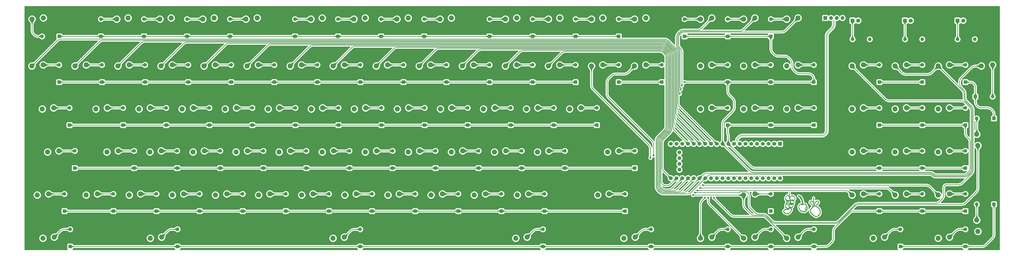
<source format=gbr>
G04 #@! TF.GenerationSoftware,KiCad,Pcbnew,5.1.5+dfsg1-2build2*
G04 #@! TF.CreationDate,2021-12-29T16:38:46+01:00*
G04 #@! TF.ProjectId,ntc-6251-qmk-pcb-rounded,6e74632d-3632-4353-912d-716d6b2d7063,rev?*
G04 #@! TF.SameCoordinates,Original*
G04 #@! TF.FileFunction,Copper,L1,Top*
G04 #@! TF.FilePolarity,Positive*
%FSLAX46Y46*%
G04 Gerber Fmt 4.6, Leading zero omitted, Abs format (unit mm)*
G04 Created by KiCad (PCBNEW 5.1.5+dfsg1-2build2) date 2021-12-29 16:38:46*
%MOMM*%
%LPD*%
G04 APERTURE LIST*
%ADD10C,0.010000*%
%ADD11C,2.250000*%
%ADD12R,1.600000X1.600000*%
%ADD13O,1.600000X1.600000*%
%ADD14R,1.800000X1.800000*%
%ADD15C,1.800000*%
%ADD16C,1.700000*%
%ADD17R,1.700000X1.700000*%
%ADD18C,1.600000*%
%ADD19O,1.700000X1.700000*%
%ADD20C,0.800000*%
%ADD21C,0.250000*%
%ADD22C,0.200000*%
%ADD23C,0.254000*%
%ADD24C,0.025400*%
G04 APERTURE END LIST*
D10*
G36*
X384689456Y-137808057D02*
G01*
X384714234Y-137830511D01*
X384741245Y-137863096D01*
X384767863Y-137901852D01*
X384791463Y-137942821D01*
X384809418Y-137982043D01*
X384819105Y-138015559D01*
X384820077Y-138026711D01*
X384824578Y-138049627D01*
X384831352Y-138061060D01*
X384837726Y-138076545D01*
X384841915Y-138104269D01*
X384843878Y-138138501D01*
X384843575Y-138173509D01*
X384840966Y-138203560D01*
X384836011Y-138222923D01*
X384832509Y-138226859D01*
X384821054Y-138239588D01*
X384820077Y-138245238D01*
X384814453Y-138257553D01*
X384810308Y-138258847D01*
X384801641Y-138266759D01*
X384800539Y-138273500D01*
X384796626Y-138285837D01*
X384793212Y-138286997D01*
X384770189Y-138288600D01*
X384761491Y-138302189D01*
X384761462Y-138303385D01*
X384766031Y-138313614D01*
X384770856Y-138312809D01*
X384780043Y-138317343D01*
X384793458Y-138335438D01*
X384808421Y-138362381D01*
X384822251Y-138393457D01*
X384830649Y-138417955D01*
X384833414Y-138447847D01*
X384829036Y-138467079D01*
X384826099Y-138485363D01*
X384825520Y-138518287D01*
X384827007Y-138561136D01*
X384830263Y-138609193D01*
X384834996Y-138657741D01*
X384840911Y-138702064D01*
X384845199Y-138726122D01*
X384846846Y-138755285D01*
X384841476Y-138779792D01*
X384841447Y-138779853D01*
X384833103Y-138801258D01*
X384826741Y-138828854D01*
X384822107Y-138865338D01*
X384818950Y-138913406D01*
X384817014Y-138975757D01*
X384816081Y-139050154D01*
X384815081Y-139109095D01*
X384813058Y-139164013D01*
X384810250Y-139210755D01*
X384806890Y-139245167D01*
X384804203Y-139260193D01*
X384799021Y-139288305D01*
X384794693Y-139328532D01*
X384791960Y-139373449D01*
X384791569Y-139386415D01*
X384789656Y-139432463D01*
X384786303Y-139477119D01*
X384782148Y-139512363D01*
X384781004Y-139519058D01*
X384777983Y-139542944D01*
X384774687Y-139582485D01*
X384771364Y-139633803D01*
X384768263Y-139693022D01*
X384765633Y-139756265D01*
X384765442Y-139761624D01*
X384762922Y-139821269D01*
X384759900Y-139873662D01*
X384756613Y-139915893D01*
X384753294Y-139945052D01*
X384750179Y-139958228D01*
X384749546Y-139958693D01*
X384746021Y-139967841D01*
X384744359Y-139992955D01*
X384744700Y-140030537D01*
X384745721Y-140053943D01*
X384748017Y-140099194D01*
X384749868Y-140140672D01*
X384751000Y-140172058D01*
X384751211Y-140181839D01*
X384755918Y-140205365D01*
X384768651Y-140241748D01*
X384787837Y-140286830D01*
X384802916Y-140318608D01*
X384854269Y-140422731D01*
X384852013Y-140515539D01*
X384850336Y-140563229D01*
X384847821Y-140609965D01*
X384844919Y-140647878D01*
X384843859Y-140657904D01*
X384841608Y-140690290D01*
X384845740Y-140712272D01*
X384858140Y-140732459D01*
X384860986Y-140736057D01*
X384892804Y-140785498D01*
X384912530Y-140837512D01*
X384917769Y-140876533D01*
X384921041Y-140916902D01*
X384930491Y-140939971D01*
X384945569Y-140945196D01*
X384965728Y-140932030D01*
X384969541Y-140928011D01*
X384980502Y-140905122D01*
X384981188Y-140869679D01*
X384981109Y-140868881D01*
X384981675Y-140832326D01*
X384988430Y-140796289D01*
X384990186Y-140791004D01*
X384999937Y-140761947D01*
X385011750Y-140723367D01*
X385020899Y-140691385D01*
X385031775Y-140656437D01*
X385042960Y-140627712D01*
X385051344Y-140612462D01*
X385062003Y-140590189D01*
X385064308Y-140574861D01*
X385068199Y-140550221D01*
X385077562Y-140522015D01*
X385077612Y-140521900D01*
X385087357Y-140492805D01*
X385097446Y-140452599D01*
X385106185Y-140409363D01*
X385111882Y-140371180D01*
X385113154Y-140352227D01*
X385117015Y-140334399D01*
X385127135Y-140304449D01*
X385141319Y-140267870D01*
X385157374Y-140230156D01*
X385173105Y-140196799D01*
X385181525Y-140181075D01*
X385189833Y-140160533D01*
X385191308Y-140151160D01*
X385196722Y-140129242D01*
X385210336Y-140099373D01*
X385228206Y-140068908D01*
X385246389Y-140045203D01*
X385250029Y-140041636D01*
X385271709Y-140017819D01*
X385286343Y-139993828D01*
X385291630Y-139974502D01*
X385286413Y-139965065D01*
X385282497Y-139956823D01*
X385295472Y-139942318D01*
X385310241Y-139924525D01*
X385328536Y-139895114D01*
X385346129Y-139861000D01*
X385371406Y-139811864D01*
X385394769Y-139776560D01*
X385414838Y-139756970D01*
X385424893Y-139753539D01*
X385435078Y-139746837D01*
X385435539Y-139744096D01*
X385441596Y-139732458D01*
X385457660Y-139710299D01*
X385480570Y-139681535D01*
X385507166Y-139650079D01*
X385534285Y-139619845D01*
X385545147Y-139608374D01*
X385565755Y-139589943D01*
X385595082Y-139567041D01*
X385616269Y-139551901D01*
X385649816Y-139528818D01*
X385690451Y-139500677D01*
X385728615Y-139474102D01*
X385765349Y-139449780D01*
X385802048Y-139427679D01*
X385831116Y-139412361D01*
X385832496Y-139411737D01*
X385860954Y-139395870D01*
X385883166Y-139378001D01*
X385887615Y-139372704D01*
X385903197Y-139357816D01*
X385915620Y-139354311D01*
X385937197Y-139352617D01*
X385966442Y-139343828D01*
X385994482Y-139331249D01*
X386012338Y-139318308D01*
X386029959Y-139308102D01*
X386054639Y-139303843D01*
X386082999Y-139299045D01*
X386104155Y-139289190D01*
X386121921Y-139280786D01*
X386129612Y-139285357D01*
X386146664Y-139296528D01*
X386175470Y-139300978D01*
X386209424Y-139298661D01*
X386241918Y-139289529D01*
X386248997Y-139286198D01*
X386276914Y-139274221D01*
X386300096Y-139272759D01*
X386320308Y-139277601D01*
X386356455Y-139283181D01*
X386386774Y-139276634D01*
X386416468Y-139269579D01*
X386453391Y-139265489D01*
X386467374Y-139265077D01*
X386497783Y-139263057D01*
X386520446Y-139257919D01*
X386526690Y-139254403D01*
X386541838Y-139248754D01*
X386557309Y-139254403D01*
X386582176Y-139262428D01*
X386606080Y-139265077D01*
X386635122Y-139272933D01*
X386650909Y-139289500D01*
X386667174Y-139307096D01*
X386682276Y-139313923D01*
X386714645Y-139323345D01*
X386746522Y-139350344D01*
X386775864Y-139393020D01*
X386783685Y-139408218D01*
X386798429Y-139440252D01*
X386808957Y-139465917D01*
X386813000Y-139479680D01*
X386813000Y-139479710D01*
X386818433Y-139499776D01*
X386832253Y-139528793D01*
X386850742Y-139560376D01*
X386870183Y-139588138D01*
X386885945Y-139605000D01*
X386903263Y-139622689D01*
X386910688Y-139638340D01*
X386910692Y-139638620D01*
X386913504Y-139651360D01*
X386922691Y-139672313D01*
X386939381Y-139703617D01*
X386964700Y-139747410D01*
X386992401Y-139793661D01*
X387011033Y-139825589D01*
X387022141Y-139850118D01*
X387027546Y-139874452D01*
X387029065Y-139905791D01*
X387028760Y-139937635D01*
X387027550Y-139978617D01*
X387024093Y-140007478D01*
X387016120Y-140031638D01*
X387001358Y-140058515D01*
X386982980Y-140087196D01*
X386961227Y-140123595D01*
X386943807Y-140158424D01*
X386933904Y-140185181D01*
X386933094Y-140189067D01*
X386927198Y-140213179D01*
X386920029Y-140227458D01*
X386919145Y-140228160D01*
X386911683Y-140241325D01*
X386910588Y-140249904D01*
X386906352Y-140265326D01*
X386895036Y-140293464D01*
X386878584Y-140329702D01*
X386866626Y-140354275D01*
X386848039Y-140392713D01*
X386833358Y-140425367D01*
X386824499Y-140447845D01*
X386822769Y-140454837D01*
X386816895Y-140467025D01*
X386801417Y-140489780D01*
X386779551Y-140518927D01*
X386754513Y-140550289D01*
X386729520Y-140579689D01*
X386711920Y-140598784D01*
X386700246Y-140612256D01*
X386681089Y-140635786D01*
X386661577Y-140660479D01*
X386637041Y-140688019D01*
X386612622Y-140709119D01*
X386596375Y-140718089D01*
X386579084Y-140729280D01*
X386555156Y-140752524D01*
X386528279Y-140783288D01*
X386502142Y-140817037D01*
X386480432Y-140849238D01*
X386466839Y-140875356D01*
X386465604Y-140878854D01*
X386453824Y-140901345D01*
X386432779Y-140929478D01*
X386406534Y-140959018D01*
X386379150Y-140985729D01*
X386354689Y-141005374D01*
X386337214Y-141013717D01*
X386336222Y-141013770D01*
X386321031Y-141022228D01*
X386306866Y-141043541D01*
X386305993Y-141045520D01*
X386289140Y-141073322D01*
X386261340Y-141107646D01*
X386227442Y-141143515D01*
X386192295Y-141175953D01*
X386160747Y-141199981D01*
X386148852Y-141206805D01*
X386123657Y-141223030D01*
X386089622Y-141250380D01*
X386050678Y-141285192D01*
X386010756Y-141323805D01*
X385973789Y-141362558D01*
X385943708Y-141397789D01*
X385943539Y-141398005D01*
X385914189Y-141430077D01*
X385878902Y-141461511D01*
X385862942Y-141473446D01*
X385837739Y-141491585D01*
X385820578Y-141505543D01*
X385815787Y-141511087D01*
X385811976Y-141558386D01*
X385816800Y-141591784D01*
X385832997Y-141615453D01*
X385863304Y-141633567D01*
X385906274Y-141648996D01*
X385953085Y-141666646D01*
X385989048Y-141686207D01*
X386003264Y-141697810D01*
X386030486Y-141717858D01*
X386061646Y-141730387D01*
X386063338Y-141730729D01*
X386119940Y-141748881D01*
X386165705Y-141781494D01*
X386189087Y-141808025D01*
X386212219Y-141837957D01*
X386226725Y-141854951D01*
X386235968Y-141861500D01*
X386243309Y-141860095D01*
X386251142Y-141854029D01*
X386264733Y-141847095D01*
X386279209Y-141853361D01*
X386288190Y-141860982D01*
X386309497Y-141874700D01*
X386341522Y-141889276D01*
X386366282Y-141898016D01*
X386417794Y-141920255D01*
X386451464Y-141948139D01*
X386470617Y-141967994D01*
X386485181Y-141979644D01*
X386488614Y-141980923D01*
X386500295Y-141987424D01*
X386517956Y-142003355D01*
X386520663Y-142006186D01*
X386544900Y-142026348D01*
X386576366Y-142045719D01*
X386585842Y-142050380D01*
X386611973Y-142065657D01*
X386641912Y-142088082D01*
X386671392Y-142113759D01*
X386696146Y-142138793D01*
X386711905Y-142159291D01*
X386715308Y-142168545D01*
X386718628Y-142187095D01*
X386726987Y-142216082D01*
X386737981Y-142247877D01*
X386747964Y-142272201D01*
X386765832Y-142291750D01*
X386785891Y-142300328D01*
X386807631Y-142307045D01*
X386818664Y-142314339D01*
X386831472Y-142320924D01*
X386847630Y-142322847D01*
X386868986Y-142329863D01*
X386890748Y-142352624D01*
X386897092Y-142361763D01*
X386913677Y-142383423D01*
X386927028Y-142394943D01*
X386931341Y-142395429D01*
X386945662Y-142397272D01*
X386969113Y-142411953D01*
X386998845Y-142436874D01*
X387032013Y-142469434D01*
X387065771Y-142507035D01*
X387097033Y-142546749D01*
X387116384Y-142570791D01*
X387144188Y-142602333D01*
X387174959Y-142635184D01*
X387179985Y-142640347D01*
X387213264Y-142677767D01*
X387242619Y-142719331D01*
X387271822Y-142770736D01*
X387289292Y-142805490D01*
X387312340Y-142850659D01*
X387335526Y-142892404D01*
X387355980Y-142925757D01*
X387369519Y-142944313D01*
X387405899Y-142991095D01*
X387431307Y-143035113D01*
X387444092Y-143073039D01*
X387444432Y-143095360D01*
X387443336Y-143119298D01*
X387453055Y-143130225D01*
X387465919Y-143141852D01*
X387467539Y-143148130D01*
X387471519Y-143163674D01*
X387482705Y-143194127D01*
X387499967Y-143236725D01*
X387522172Y-143288706D01*
X387548190Y-143347308D01*
X387557448Y-143367691D01*
X387581869Y-143438235D01*
X387588053Y-143484922D01*
X387592088Y-143521541D01*
X387600387Y-143552628D01*
X387605693Y-143563539D01*
X387620088Y-143591606D01*
X387628208Y-143619025D01*
X387628641Y-143639606D01*
X387624525Y-143646158D01*
X387619728Y-143659116D01*
X387620751Y-143683341D01*
X387626500Y-143711829D01*
X387635878Y-143737572D01*
X387639948Y-143744842D01*
X387649210Y-143765887D01*
X387658518Y-143797444D01*
X387662852Y-143817165D01*
X387670869Y-143852144D01*
X387680248Y-143883027D01*
X387684990Y-143894747D01*
X387690736Y-143914530D01*
X387693012Y-143944922D01*
X387691943Y-143989285D01*
X387689847Y-144022672D01*
X387686809Y-144069521D01*
X387686101Y-144102312D01*
X387688313Y-144126449D01*
X387694037Y-144147335D01*
X387703863Y-144170374D01*
X387706634Y-144176269D01*
X387724988Y-144217472D01*
X387735051Y-144249281D01*
X387738138Y-144279321D01*
X387735558Y-144315213D01*
X387733395Y-144331764D01*
X387729575Y-144369130D01*
X387731115Y-144393118D01*
X387738404Y-144409245D01*
X387738906Y-144409918D01*
X387745134Y-144429447D01*
X387747867Y-144464497D01*
X387747217Y-144511384D01*
X387743300Y-144566427D01*
X387736226Y-144625943D01*
X387731296Y-144657693D01*
X387724438Y-144699600D01*
X387717016Y-144746795D01*
X387713422Y-144770442D01*
X387703606Y-144817116D01*
X387689988Y-144856242D01*
X387674349Y-144883613D01*
X387660969Y-144894434D01*
X387654491Y-144903938D01*
X387651225Y-144928372D01*
X387650932Y-144969779D01*
X387651152Y-144978355D01*
X387651204Y-145019938D01*
X387648746Y-145047391D01*
X387644023Y-145058166D01*
X387643543Y-145058231D01*
X387636937Y-145066808D01*
X387633686Y-145087853D01*
X387633615Y-145091847D01*
X387631232Y-145116028D01*
X387625413Y-145130395D01*
X387624598Y-145131036D01*
X387616484Y-145143658D01*
X387609102Y-145166670D01*
X387608752Y-145168247D01*
X387599532Y-145198534D01*
X387585816Y-145231577D01*
X387583577Y-145236130D01*
X387571395Y-145269074D01*
X387565370Y-145302774D01*
X387565231Y-145307344D01*
X387561324Y-145334043D01*
X387547214Y-145359080D01*
X387528596Y-145380214D01*
X387478106Y-145433045D01*
X387440834Y-145473466D01*
X387415853Y-145502545D01*
X387402236Y-145521350D01*
X387398902Y-145529747D01*
X387391235Y-145541288D01*
X387371607Y-145558916D01*
X387350078Y-145574756D01*
X387316196Y-145602003D01*
X387290291Y-145634607D01*
X387271298Y-145669066D01*
X387253387Y-145702959D01*
X387237031Y-145724710D01*
X387216356Y-145740248D01*
X387185795Y-145755364D01*
X387151484Y-145773367D01*
X387118138Y-145795073D01*
X387090116Y-145817130D01*
X387071778Y-145836188D01*
X387067000Y-145846672D01*
X387063611Y-145853271D01*
X387051394Y-145862198D01*
X387027270Y-145875336D01*
X386990863Y-145893267D01*
X386967899Y-145907406D01*
X386953891Y-145921683D01*
X386953084Y-145923376D01*
X386940421Y-145938154D01*
X386916187Y-145955743D01*
X386887141Y-145972186D01*
X386860038Y-145983526D01*
X386845632Y-145986308D01*
X386826652Y-145991984D01*
X386800686Y-146006371D01*
X386787875Y-146015344D01*
X386754718Y-146036757D01*
X386728232Y-146043746D01*
X386703086Y-146037305D01*
X386694687Y-146032712D01*
X386684985Y-146028624D01*
X386674585Y-146030047D01*
X386660698Y-146039003D01*
X386640534Y-146057515D01*
X386611301Y-146087605D01*
X386594685Y-146105206D01*
X386559286Y-146141074D01*
X386527293Y-146170204D01*
X386502056Y-146189704D01*
X386489100Y-146196398D01*
X386463623Y-146208317D01*
X386440993Y-146226481D01*
X386421815Y-146242835D01*
X386405797Y-146250059D01*
X386405243Y-146250077D01*
X386390728Y-146257031D01*
X386371526Y-146274313D01*
X386366372Y-146280133D01*
X386342773Y-146301587D01*
X386322342Y-146305285D01*
X386322012Y-146305201D01*
X386303392Y-146308112D01*
X386277364Y-146325750D01*
X386258975Y-146342345D01*
X386226660Y-146369389D01*
X386203379Y-146380078D01*
X386197112Y-146379796D01*
X386176150Y-146381591D01*
X386156896Y-146390751D01*
X386129868Y-146402841D01*
X386108018Y-146406385D01*
X386086129Y-146409842D01*
X386075051Y-146416757D01*
X386061854Y-146427806D01*
X386042724Y-146437527D01*
X386020665Y-146442296D01*
X385983587Y-146446061D01*
X385935988Y-146448718D01*
X385882365Y-146450164D01*
X385827218Y-146450294D01*
X385775045Y-146449004D01*
X385730344Y-146446192D01*
X385718846Y-146445010D01*
X385652852Y-146432121D01*
X385582374Y-146409653D01*
X385516807Y-146380898D01*
X385486059Y-146363481D01*
X385457321Y-146348217D01*
X385431388Y-146339118D01*
X385422977Y-146338000D01*
X385400808Y-146332321D01*
X385373862Y-146318200D01*
X385366871Y-146313369D01*
X385343732Y-146299037D01*
X385325904Y-146292746D01*
X385322215Y-146293062D01*
X385306418Y-146293582D01*
X385279977Y-146289785D01*
X385268222Y-146287248D01*
X385234235Y-146280417D01*
X385202745Y-146276015D01*
X385196192Y-146275506D01*
X385152767Y-146265538D01*
X385104677Y-146241957D01*
X385057463Y-146207813D01*
X385035000Y-146186795D01*
X385001363Y-146156707D01*
X384960620Y-146126358D01*
X384932423Y-146108644D01*
X384893162Y-146083134D01*
X384853280Y-146051899D01*
X384829846Y-146030129D01*
X384801936Y-146005570D01*
X384765625Y-145979507D01*
X384725858Y-145954843D01*
X384687577Y-145934480D01*
X384655725Y-145921321D01*
X384638763Y-145917923D01*
X384625348Y-145911371D01*
X384601682Y-145893662D01*
X384570870Y-145867723D01*
X384536019Y-145836480D01*
X384500234Y-145802857D01*
X384466620Y-145769781D01*
X384438284Y-145740175D01*
X384418331Y-145716967D01*
X384409866Y-145703081D01*
X384409769Y-145702220D01*
X384403174Y-145686363D01*
X384387147Y-145667328D01*
X384367325Y-145650196D01*
X384349346Y-145640048D01*
X384340669Y-145639942D01*
X384335954Y-145637633D01*
X384337727Y-145630056D01*
X384339060Y-145620027D01*
X384328374Y-145620736D01*
X384319556Y-145623860D01*
X384288704Y-145626872D01*
X384275145Y-145621600D01*
X384215024Y-145587571D01*
X384169415Y-145560800D01*
X384135552Y-145539420D01*
X384110674Y-145521561D01*
X384092015Y-145505354D01*
X384076812Y-145488931D01*
X384074110Y-145485661D01*
X384014530Y-145412025D01*
X383966376Y-145351427D01*
X383928297Y-145302122D01*
X383898942Y-145262365D01*
X383879377Y-145234077D01*
X383851711Y-145195351D01*
X383823179Y-145160384D01*
X383796765Y-145132362D01*
X383775452Y-145114470D01*
X383762881Y-145109700D01*
X383752793Y-145103232D01*
X383745940Y-145087539D01*
X383733746Y-145067080D01*
X383712976Y-145059991D01*
X383688562Y-145050142D01*
X383659187Y-145027829D01*
X383647105Y-145016029D01*
X383621319Y-144989119D01*
X383588273Y-144954716D01*
X383554273Y-144919385D01*
X383547526Y-144912382D01*
X383501037Y-144863317D01*
X383467134Y-144825299D01*
X383444121Y-144796042D01*
X383430301Y-144773260D01*
X383423978Y-144754668D01*
X383423077Y-144744691D01*
X383417749Y-144718838D01*
X383399927Y-144695161D01*
X383366856Y-144670379D01*
X383354123Y-144662577D01*
X383316173Y-144639714D01*
X383292225Y-144623840D01*
X383279303Y-144612272D01*
X383274433Y-144602325D01*
X383274641Y-144591317D01*
X383274697Y-144590921D01*
X383273680Y-144575827D01*
X383262486Y-144575775D01*
X383252447Y-144575842D01*
X383248094Y-144563133D01*
X383247465Y-144543949D01*
X383244035Y-144518755D01*
X383234616Y-144481476D01*
X383220830Y-144438022D01*
X383210830Y-144410640D01*
X383192466Y-144365166D01*
X383178045Y-144335289D01*
X383165768Y-144317930D01*
X383153838Y-144310009D01*
X383151723Y-144309381D01*
X383132612Y-144300207D01*
X383119281Y-144281873D01*
X383110350Y-144251111D01*
X383104438Y-144204652D01*
X383103685Y-144195599D01*
X383095642Y-144140833D01*
X383081662Y-144091123D01*
X383075622Y-144076423D01*
X383061687Y-144043982D01*
X383050904Y-144014969D01*
X383047429Y-144003154D01*
X383042809Y-143974630D01*
X383038612Y-143933181D01*
X383035059Y-143883698D01*
X383032370Y-143831070D01*
X383030766Y-143780187D01*
X383030468Y-143735939D01*
X383031697Y-143703216D01*
X383033324Y-143690858D01*
X383036621Y-143654541D01*
X383028221Y-143626988D01*
X383020236Y-143592790D01*
X383029114Y-143551998D01*
X383039883Y-143528678D01*
X383052115Y-143502130D01*
X383066551Y-143466310D01*
X383079547Y-143430588D01*
X383085972Y-143410173D01*
X383098231Y-143390529D01*
X383110276Y-143382867D01*
X383122681Y-143374419D01*
X383124927Y-143356484D01*
X383123472Y-143345268D01*
X383124212Y-143311693D01*
X383133927Y-143276131D01*
X383144203Y-143244301D01*
X383149388Y-143214076D01*
X383149539Y-143209677D01*
X383157100Y-143180536D01*
X383181085Y-143149077D01*
X383183731Y-143146393D01*
X383205458Y-143119816D01*
X383217034Y-143095558D01*
X383217923Y-143089044D01*
X383223198Y-143061834D01*
X383237034Y-143025136D01*
X383256449Y-142985223D01*
X383278461Y-142948371D01*
X383295512Y-142925790D01*
X383315330Y-142896615D01*
X383328776Y-142864958D01*
X383330300Y-142858541D01*
X383338454Y-142832905D01*
X383354319Y-142819347D01*
X383367773Y-142814592D01*
X383389382Y-142804230D01*
X383407698Y-142784085D01*
X383424905Y-142754012D01*
X383438251Y-142724144D01*
X383445772Y-142700118D01*
X383446249Y-142689457D01*
X383449570Y-142675911D01*
X383462424Y-142654881D01*
X383480137Y-142632295D01*
X383498038Y-142614082D01*
X383511452Y-142606173D01*
X383511900Y-142606154D01*
X383526847Y-142599589D01*
X383549320Y-142582752D01*
X383573814Y-142559932D01*
X383580859Y-142552423D01*
X383606827Y-142524483D01*
X383633802Y-142497317D01*
X383664869Y-142468071D01*
X383703115Y-142433888D01*
X383751624Y-142391914D01*
X383786136Y-142362486D01*
X383812396Y-142336120D01*
X383839944Y-142302363D01*
X383853296Y-142283189D01*
X383886565Y-142241965D01*
X383924949Y-142215959D01*
X383926283Y-142215343D01*
X383958791Y-142195386D01*
X383973900Y-142172404D01*
X383974227Y-142171177D01*
X383987339Y-142148755D01*
X384011608Y-142127734D01*
X384014927Y-142125689D01*
X384044778Y-142099875D01*
X384055078Y-142076516D01*
X384067845Y-142049815D01*
X384083662Y-142037232D01*
X384100095Y-142023131D01*
X384119998Y-141996639D01*
X384137135Y-141967248D01*
X384160262Y-141926277D01*
X384187592Y-141883404D01*
X384205748Y-141857906D01*
X384227652Y-141826726D01*
X384239153Y-141801595D01*
X384243356Y-141774439D01*
X384243692Y-141759229D01*
X384241928Y-141723879D01*
X384237478Y-141691866D01*
X384235063Y-141681977D01*
X384226553Y-141653899D01*
X384216367Y-141620097D01*
X384214129Y-141612645D01*
X384203750Y-141586362D01*
X384192337Y-141569188D01*
X384188566Y-141566547D01*
X384179519Y-141553149D01*
X384175534Y-141521521D01*
X384175308Y-141508243D01*
X384174215Y-141476326D01*
X384168595Y-141456052D01*
X384154934Y-141439554D01*
X384138548Y-141425913D01*
X384114949Y-141401836D01*
X384087307Y-141365245D01*
X384059572Y-141321454D01*
X384055083Y-141313589D01*
X384032436Y-141275835D01*
X384010404Y-141243534D01*
X383992315Y-141221385D01*
X383985486Y-141215381D01*
X383965212Y-141197059D01*
X383944700Y-141171205D01*
X383941466Y-141166196D01*
X383912489Y-141133460D01*
X383877609Y-141117556D01*
X383866908Y-141116383D01*
X383846817Y-141107984D01*
X383821367Y-141086834D01*
X383794570Y-141057325D01*
X383770440Y-141023851D01*
X383753661Y-140992421D01*
X383719969Y-140932047D01*
X383674677Y-140879179D01*
X383627718Y-140842808D01*
X383604969Y-140823280D01*
X383578579Y-140791740D01*
X383555579Y-140757613D01*
X383534745Y-140724358D01*
X383519480Y-140704670D01*
X383505889Y-140695022D01*
X383490076Y-140691887D01*
X383482750Y-140691671D01*
X383452425Y-140683808D01*
X383423538Y-140664262D01*
X383402013Y-140638346D01*
X383393769Y-140611879D01*
X383386546Y-140593629D01*
X383367622Y-140568607D01*
X383341114Y-140540603D01*
X383311141Y-140513405D01*
X383281821Y-140490801D01*
X383257270Y-140476581D01*
X383243707Y-140473811D01*
X383222619Y-140469961D01*
X383194126Y-140450831D01*
X383179589Y-140438071D01*
X383155589Y-140416915D01*
X383137152Y-140402493D01*
X383129488Y-140398308D01*
X383121135Y-140390376D01*
X383109485Y-140370795D01*
X383107021Y-140365779D01*
X383073947Y-140316788D01*
X383028384Y-140278247D01*
X383009395Y-140267795D01*
X382981980Y-140251524D01*
X382959891Y-140233168D01*
X382959451Y-140232687D01*
X382939653Y-140217643D01*
X382923332Y-140212693D01*
X382908270Y-140205197D01*
X382905308Y-140191865D01*
X382900281Y-140170155D01*
X382887866Y-140143072D01*
X382884635Y-140137588D01*
X382872438Y-140113443D01*
X382867779Y-140088513D01*
X382869238Y-140054255D01*
X382869819Y-140048511D01*
X382878489Y-139973903D01*
X382884227Y-139935716D01*
X383070728Y-139935716D01*
X383070855Y-139974601D01*
X383072385Y-140006720D01*
X383075457Y-140026816D01*
X383075926Y-140028146D01*
X383088920Y-140044496D01*
X383105628Y-140056412D01*
X383126419Y-140075040D01*
X383138513Y-140096056D01*
X383157559Y-140122609D01*
X383190268Y-140143865D01*
X383245786Y-140172032D01*
X383288161Y-140196511D01*
X383322392Y-140220874D01*
X383353475Y-140248696D01*
X383386406Y-140283552D01*
X383387933Y-140285255D01*
X383415268Y-140316440D01*
X383436851Y-140342285D01*
X383449861Y-140359344D01*
X383452385Y-140364036D01*
X383457844Y-140375847D01*
X383470134Y-140393368D01*
X383483545Y-140408006D01*
X383492097Y-140407721D01*
X383497709Y-140400357D01*
X383505623Y-140391629D01*
X383517132Y-140391338D01*
X383538089Y-140399959D01*
X383547097Y-140404357D01*
X383579439Y-140423209D01*
X383609475Y-140445125D01*
X383614773Y-140449752D01*
X383639038Y-140471593D01*
X383669153Y-140498116D01*
X383684404Y-140511346D01*
X383707452Y-140534474D01*
X383722528Y-140555873D01*
X383725923Y-140566423D01*
X383731236Y-140587007D01*
X383743905Y-140608104D01*
X383759030Y-140623117D01*
X383770276Y-140626126D01*
X383781378Y-140631246D01*
X383799935Y-140647917D01*
X383817067Y-140666865D01*
X383838781Y-140690624D01*
X383856970Y-140706645D01*
X383865621Y-140710985D01*
X383878805Y-140719218D01*
X383892772Y-140738709D01*
X383903317Y-140761822D01*
X383906235Y-140780923D01*
X383905564Y-140783511D01*
X383910364Y-140797374D01*
X383932441Y-140815612D01*
X383943797Y-140822653D01*
X383972333Y-140842485D01*
X384003972Y-140869267D01*
X384035004Y-140899200D01*
X384061723Y-140928483D01*
X384080419Y-140953316D01*
X384087385Y-140969800D01*
X384091408Y-140980761D01*
X384095848Y-140980384D01*
X384107234Y-140981088D01*
X384121547Y-140996527D01*
X384139508Y-141027858D01*
X384161838Y-141076233D01*
X384174621Y-141106577D01*
X384199498Y-141166183D01*
X384218718Y-141209964D01*
X384233618Y-141240339D01*
X384245536Y-141259726D01*
X384255810Y-141270544D01*
X384265777Y-141275213D01*
X384268115Y-141275663D01*
X384290364Y-141287413D01*
X384313942Y-141312893D01*
X384335395Y-141346889D01*
X384351271Y-141384187D01*
X384357334Y-141410353D01*
X384366978Y-141451459D01*
X384382631Y-141479731D01*
X384402484Y-141492145D01*
X384406399Y-141492462D01*
X384418980Y-141496888D01*
X384420401Y-141499789D01*
X384421591Y-141513099D01*
X384423655Y-141538797D01*
X384424940Y-141555472D01*
X384429616Y-141587436D01*
X384440635Y-141611817D01*
X384462305Y-141637453D01*
X384467459Y-141642672D01*
X384490232Y-141664549D01*
X384506108Y-141674831D01*
X384521832Y-141675910D01*
X384544152Y-141670177D01*
X384544651Y-141670028D01*
X384592036Y-141659951D01*
X384633958Y-141662016D01*
X384675783Y-141674708D01*
X384717270Y-141694123D01*
X384746904Y-141717448D01*
X384766636Y-141748189D01*
X384778413Y-141789852D01*
X384784187Y-141845943D01*
X384785204Y-141871519D01*
X384787870Y-141965263D01*
X384739424Y-142015912D01*
X384712426Y-142042892D01*
X384691346Y-142058835D01*
X384669268Y-142067435D01*
X384639276Y-142072387D01*
X384632132Y-142073218D01*
X384596929Y-142078565D01*
X384573139Y-142087379D01*
X384552641Y-142103619D01*
X384538086Y-142119086D01*
X384514994Y-142142449D01*
X384497329Y-142152890D01*
X384479381Y-142153536D01*
X384476226Y-142152965D01*
X384446009Y-142154623D01*
X384406503Y-142167545D01*
X384362277Y-142189220D01*
X384317900Y-142217135D01*
X384277939Y-142248782D01*
X384250724Y-142276902D01*
X384201456Y-142334003D01*
X384157408Y-142379001D01*
X384120000Y-142410635D01*
X384090654Y-142427642D01*
X384078063Y-142430308D01*
X384056380Y-142434746D01*
X384035357Y-142450448D01*
X384016800Y-142471827D01*
X383995140Y-142501695D01*
X383977070Y-142530819D01*
X383971052Y-142542654D01*
X383956579Y-142574303D01*
X383946127Y-142592230D01*
X383936262Y-142600768D01*
X383923546Y-142604255D01*
X383922045Y-142604484D01*
X383901718Y-142616220D01*
X383879372Y-142644126D01*
X383874197Y-142652609D01*
X383851557Y-142687618D01*
X383825559Y-142722542D01*
X383816289Y-142733617D01*
X383797780Y-142756506D01*
X383786338Y-142774214D01*
X383784539Y-142779499D01*
X383777685Y-142791213D01*
X383760361Y-142809505D01*
X383750346Y-142818490D01*
X383729695Y-142839461D01*
X383717529Y-142858257D01*
X383716154Y-142864001D01*
X383708512Y-142881238D01*
X383701500Y-142885929D01*
X383690031Y-142899026D01*
X383686846Y-142914472D01*
X383679670Y-142935227D01*
X383656116Y-142951966D01*
X383654760Y-142952617D01*
X383631383Y-142968672D01*
X383613718Y-142994447D01*
X383603472Y-143018229D01*
X383578614Y-143064747D01*
X383548604Y-143093827D01*
X383522089Y-143118941D01*
X383497676Y-143152681D01*
X383479564Y-143188136D01*
X383471954Y-143218396D01*
X383471923Y-143220010D01*
X383466222Y-143241418D01*
X383457580Y-143256383D01*
X383446403Y-143280828D01*
X383442926Y-143302212D01*
X383440379Y-143321724D01*
X383435231Y-143329077D01*
X383424488Y-143337730D01*
X383414665Y-143359285D01*
X383407779Y-143387137D01*
X383405848Y-143414679D01*
X383406654Y-143422644D01*
X383407976Y-143444746D01*
X383404199Y-143455790D01*
X383403065Y-143456077D01*
X383392704Y-143464554D01*
X383378295Y-143486863D01*
X383362034Y-143518322D01*
X383346114Y-143554249D01*
X383332730Y-143589961D01*
X383324078Y-143620777D01*
X383322931Y-143627039D01*
X383319783Y-143655589D01*
X383316711Y-143698128D01*
X383314050Y-143749108D01*
X383312136Y-143802979D01*
X383312012Y-143807770D01*
X383308713Y-143939654D01*
X383340834Y-143999776D01*
X383357621Y-144033194D01*
X383376931Y-144074742D01*
X383397065Y-144120363D01*
X383416324Y-144165994D01*
X383433008Y-144207579D01*
X383445418Y-144241055D01*
X383451856Y-144262365D01*
X383452385Y-144266289D01*
X383458953Y-144279683D01*
X383475860Y-144300700D01*
X383491462Y-144316902D01*
X383518661Y-144348633D01*
X383530244Y-144375170D01*
X383530539Y-144379259D01*
X383534105Y-144397620D01*
X383540966Y-144403693D01*
X383546997Y-144411235D01*
X383545560Y-144422074D01*
X383547048Y-144440302D01*
X383556069Y-144446727D01*
X383567105Y-144454501D01*
X383566685Y-144458726D01*
X383566282Y-144471727D01*
X383576883Y-144494054D01*
X383595572Y-144521323D01*
X383619432Y-144549148D01*
X383639456Y-144568161D01*
X383657808Y-144584908D01*
X383687433Y-144613312D01*
X383725961Y-144651038D01*
X383771024Y-144695754D01*
X383820255Y-144745127D01*
X383862299Y-144787682D01*
X383935315Y-144860768D01*
X383997041Y-144919981D01*
X384048748Y-144966417D01*
X384091705Y-145001172D01*
X384127180Y-145025340D01*
X384153249Y-145038733D01*
X384167911Y-145048868D01*
X384191342Y-145069502D01*
X384220627Y-145097585D01*
X384252851Y-145130067D01*
X384285101Y-145163900D01*
X384314461Y-145196032D01*
X384338015Y-145223415D01*
X384352851Y-145243000D01*
X384356409Y-145251287D01*
X384360683Y-145264532D01*
X384378352Y-145276114D01*
X384403463Y-145289835D01*
X384431011Y-145309019D01*
X384455950Y-145329577D01*
X384473233Y-145347419D01*
X384478154Y-145356984D01*
X384485969Y-145368467D01*
X384504779Y-145381325D01*
X384504937Y-145381407D01*
X384519977Y-145392377D01*
X384546219Y-145414842D01*
X384581081Y-145446451D01*
X384621979Y-145484855D01*
X384666329Y-145527704D01*
X384673233Y-145534481D01*
X384716399Y-145576596D01*
X384755000Y-145613594D01*
X384786838Y-145643423D01*
X384809714Y-145664028D01*
X384821430Y-145673357D01*
X384822296Y-145673693D01*
X384828636Y-145681809D01*
X384829846Y-145691389D01*
X384836199Y-145711113D01*
X384849852Y-145730559D01*
X384867763Y-145744948D01*
X384884100Y-145744189D01*
X384888287Y-145742171D01*
X384908580Y-145734240D01*
X384928884Y-145734775D01*
X384954257Y-145744991D01*
X384989753Y-145766100D01*
X384990849Y-145766801D01*
X385026458Y-145792989D01*
X385043297Y-145813978D01*
X385044769Y-145820838D01*
X385052225Y-145839187D01*
X385061865Y-145845497D01*
X385083238Y-145854141D01*
X385103385Y-145864414D01*
X385129399Y-145878774D01*
X385158901Y-145894615D01*
X385160228Y-145895315D01*
X385187720Y-145917382D01*
X385197849Y-145938418D01*
X385205228Y-145957114D01*
X385219100Y-145960135D01*
X385221923Y-145959489D01*
X385243187Y-145961849D01*
X385259748Y-145971705D01*
X385284013Y-145983982D01*
X385308897Y-145982817D01*
X385339113Y-145983792D01*
X385373789Y-145994562D01*
X385404821Y-146011718D01*
X385423669Y-146031055D01*
X385437042Y-146043005D01*
X385462580Y-146057755D01*
X385486354Y-146068566D01*
X385521923Y-146081173D01*
X385552499Y-146086110D01*
X385588505Y-146084699D01*
X385601928Y-146083235D01*
X385644809Y-146080563D01*
X385678286Y-146083116D01*
X385688749Y-146085994D01*
X385716339Y-146092675D01*
X385748346Y-146095033D01*
X385749546Y-146095005D01*
X385777715Y-146097921D01*
X385795971Y-146111269D01*
X385801059Y-146118304D01*
X385813564Y-146132940D01*
X385830458Y-146140224D01*
X385858366Y-146142535D01*
X385868750Y-146142616D01*
X385919025Y-146148233D01*
X385958890Y-146161765D01*
X385987940Y-146175491D01*
X386004554Y-146180210D01*
X386013402Y-146176353D01*
X386018084Y-146167236D01*
X386029572Y-146152985D01*
X386050960Y-146136042D01*
X386056461Y-146132490D01*
X386081036Y-146119831D01*
X386098882Y-146118751D01*
X386110132Y-146123354D01*
X386135867Y-146130085D01*
X386152900Y-146129005D01*
X386180216Y-146117192D01*
X386205511Y-146098421D01*
X386222768Y-146077876D01*
X386226846Y-146065279D01*
X386234224Y-146051405D01*
X386253937Y-146029379D01*
X386282351Y-146002311D01*
X386315835Y-145973312D01*
X386350756Y-145945490D01*
X386383481Y-145921955D01*
X386410378Y-145905818D01*
X386416342Y-145903059D01*
X386438471Y-145895345D01*
X386450693Y-145894061D01*
X386451539Y-145895197D01*
X386457678Y-145893776D01*
X386472960Y-145881790D01*
X386478404Y-145876822D01*
X386501851Y-145858862D01*
X386534746Y-145838554D01*
X386571479Y-145818806D01*
X386606437Y-145802522D01*
X386634012Y-145792609D01*
X386644273Y-145790923D01*
X386659920Y-145782679D01*
X386679186Y-145760760D01*
X386688273Y-145746962D01*
X386710425Y-145716907D01*
X386729976Y-145703529D01*
X386734029Y-145703000D01*
X386756391Y-145694989D01*
X386766434Y-145674309D01*
X386766029Y-145663197D01*
X386772123Y-145648263D01*
X386788397Y-145636475D01*
X386810982Y-145619959D01*
X386823399Y-145603010D01*
X386838140Y-145587166D01*
X386870263Y-145566750D01*
X386920376Y-145541391D01*
X386938044Y-145533204D01*
X386985650Y-145510605D01*
X387032315Y-145486931D01*
X387071856Y-145465396D01*
X387093079Y-145452607D01*
X387121129Y-145435238D01*
X387143069Y-145423311D01*
X387152819Y-145419693D01*
X387174899Y-145410359D01*
X387201022Y-145382943D01*
X387230513Y-145338323D01*
X387262699Y-145277378D01*
X387263930Y-145274826D01*
X387284897Y-145232877D01*
X387304269Y-145197040D01*
X387319807Y-145171281D01*
X387328876Y-145159829D01*
X387338785Y-145142155D01*
X387337125Y-145131812D01*
X387337603Y-145110952D01*
X387349182Y-145084162D01*
X387349284Y-145083995D01*
X387380343Y-145023880D01*
X387403530Y-144960115D01*
X387416613Y-144899604D01*
X387418692Y-144869623D01*
X387422712Y-144807464D01*
X387435884Y-144747267D01*
X387459879Y-144682670D01*
X387478057Y-144643445D01*
X387491767Y-144612499D01*
X387501139Y-144585908D01*
X387503478Y-144575061D01*
X387504944Y-144556851D01*
X387507417Y-144524665D01*
X387510477Y-144484010D01*
X387512117Y-144461929D01*
X387519009Y-144368743D01*
X387488389Y-144338123D01*
X387467053Y-144311789D01*
X387458570Y-144284550D01*
X387457769Y-144268311D01*
X387454970Y-144234949D01*
X387448115Y-144204790D01*
X387446955Y-144201617D01*
X387442618Y-144179826D01*
X387439641Y-144142950D01*
X387438005Y-144095392D01*
X387437689Y-144041555D01*
X387438672Y-143985845D01*
X387440934Y-143932663D01*
X387444454Y-143886415D01*
X387448582Y-143854912D01*
X387458361Y-143799477D01*
X387400878Y-143740366D01*
X387372914Y-143711086D01*
X387355612Y-143689667D01*
X387346001Y-143669970D01*
X387341114Y-143645859D01*
X387337981Y-143611195D01*
X387337903Y-143610185D01*
X387333448Y-143570216D01*
X387327076Y-143534060D01*
X387320254Y-143509808D01*
X387312285Y-143485819D01*
X387309993Y-143468782D01*
X387310021Y-143468599D01*
X387307084Y-143452995D01*
X387297408Y-143428441D01*
X387293210Y-143419753D01*
X387280397Y-143386863D01*
X387270201Y-143347571D01*
X387267682Y-143332747D01*
X387260928Y-143299438D01*
X387250512Y-143280502D01*
X387239585Y-143272979D01*
X387220730Y-143254487D01*
X387206795Y-143220463D01*
X387192974Y-143187074D01*
X387171282Y-143152047D01*
X387160470Y-143138577D01*
X387140596Y-143112438D01*
X387127978Y-143088447D01*
X387125623Y-143078096D01*
X387122120Y-143058735D01*
X387117013Y-143051375D01*
X387107388Y-143036094D01*
X387102709Y-143010943D01*
X387104075Y-142985206D01*
X387107866Y-142974042D01*
X387110177Y-142964185D01*
X387105567Y-142951867D01*
X387092008Y-142934402D01*
X387067471Y-142909108D01*
X387036132Y-142879129D01*
X387002709Y-142848581D01*
X386973659Y-142823723D01*
X386952309Y-142807295D01*
X386942442Y-142801981D01*
X386931224Y-142793809D01*
X386930231Y-142788727D01*
X386921868Y-142769681D01*
X386897532Y-142742539D01*
X386875256Y-142722529D01*
X386855132Y-142703518D01*
X386836280Y-142683453D01*
X386815319Y-142662228D01*
X386788298Y-142638078D01*
X386780107Y-142631321D01*
X386758958Y-142612166D01*
X386746257Y-142596544D01*
X386744615Y-142591994D01*
X386738045Y-142580246D01*
X386720793Y-142559652D01*
X386696549Y-142534606D01*
X386695769Y-142533847D01*
X386671348Y-142508551D01*
X386653833Y-142487344D01*
X386646928Y-142474723D01*
X386646923Y-142474553D01*
X386640268Y-142459596D01*
X386627385Y-142444962D01*
X386613270Y-142434082D01*
X386607846Y-142433384D01*
X386600743Y-142432214D01*
X386582783Y-142422207D01*
X386572291Y-142415360D01*
X386544588Y-142400181D01*
X386518932Y-142391806D01*
X386512924Y-142391231D01*
X386493245Y-142386114D01*
X386469692Y-142369475D01*
X386439928Y-142339380D01*
X386414968Y-142310271D01*
X386396092Y-142292345D01*
X386379193Y-142283872D01*
X386377766Y-142283770D01*
X386365353Y-142277126D01*
X386342685Y-142259013D01*
X386312931Y-142232158D01*
X386279263Y-142199288D01*
X386277567Y-142197569D01*
X386228235Y-142149409D01*
X386188697Y-142115546D01*
X386156946Y-142094707D01*
X386130969Y-142085621D01*
X386108758Y-142087015D01*
X386104942Y-142088305D01*
X386091881Y-142090991D01*
X386078117Y-142086908D01*
X386059858Y-142073778D01*
X386033315Y-142049325D01*
X386022481Y-142038764D01*
X385995446Y-142011177D01*
X385974851Y-141988159D01*
X385963978Y-141973460D01*
X385963077Y-141970921D01*
X385954774Y-141963549D01*
X385940482Y-141961385D01*
X385919623Y-141954580D01*
X385895601Y-141937634D01*
X385889344Y-141931593D01*
X385863279Y-141910445D01*
X385841506Y-141906655D01*
X385840802Y-141906821D01*
X385818871Y-141903665D01*
X385809680Y-141894030D01*
X385795555Y-141881628D01*
X385771519Y-141868968D01*
X385743328Y-141858047D01*
X385716741Y-141850862D01*
X385697514Y-141849411D01*
X385691466Y-141853024D01*
X385679952Y-141861467D01*
X385659657Y-141863214D01*
X385640238Y-141858027D01*
X385635318Y-141854411D01*
X385621178Y-141848594D01*
X385594042Y-141843029D01*
X385567422Y-141839711D01*
X385527469Y-141835752D01*
X385488615Y-141831479D01*
X385469731Y-141829168D01*
X385436057Y-141827972D01*
X385404826Y-141831767D01*
X385401346Y-141832692D01*
X385366608Y-141835225D01*
X385344161Y-141827320D01*
X385306245Y-141813402D01*
X385259339Y-141806699D01*
X385238055Y-141805750D01*
X385216948Y-141800865D01*
X385202294Y-141785499D01*
X385192486Y-141756692D01*
X385185918Y-141711484D01*
X385185706Y-141709350D01*
X385179989Y-141651200D01*
X385226362Y-141619903D01*
X385253804Y-141602435D01*
X385271691Y-141595168D01*
X385286050Y-141596508D01*
X385296543Y-141601346D01*
X385312346Y-141607830D01*
X385325242Y-141604934D01*
X385341521Y-141590212D01*
X385350448Y-141580399D01*
X385378623Y-141555191D01*
X385413424Y-141532114D01*
X385425733Y-141525778D01*
X385453929Y-141508890D01*
X385488939Y-141482505D01*
X385524385Y-141451540D01*
X385533824Y-141442417D01*
X385565418Y-141412100D01*
X385595114Y-141385389D01*
X385617947Y-141366695D01*
X385623535Y-141362773D01*
X385641311Y-141349050D01*
X385648364Y-141338919D01*
X385648286Y-141338412D01*
X385652107Y-141322162D01*
X385666978Y-141299590D01*
X385688265Y-141276018D01*
X385711330Y-141256772D01*
X385726529Y-141248549D01*
X385757251Y-141229056D01*
X385769414Y-141208414D01*
X385782037Y-141188600D01*
X385805816Y-141163231D01*
X385836104Y-141136123D01*
X385868254Y-141111095D01*
X385897618Y-141091963D01*
X385919550Y-141082545D01*
X385923125Y-141082154D01*
X385941146Y-141074678D01*
X385960459Y-141056334D01*
X385963077Y-141052847D01*
X385979828Y-141033529D01*
X385994121Y-141023812D01*
X385995952Y-141023539D01*
X386011430Y-141015781D01*
X386035113Y-140994263D01*
X386064574Y-140961619D01*
X386097388Y-140920484D01*
X386122136Y-140886505D01*
X386147873Y-140851218D01*
X386173701Y-140818128D01*
X386194345Y-140793973D01*
X386195643Y-140792599D01*
X386217681Y-140765858D01*
X386241206Y-140731888D01*
X386251618Y-140714710D01*
X386275050Y-140678267D01*
X386302835Y-140641403D01*
X386314452Y-140627885D01*
X386339498Y-140597108D01*
X386361791Y-140564250D01*
X386369076Y-140551267D01*
X386392642Y-140519381D01*
X386424532Y-140495104D01*
X386458835Y-140481955D01*
X386485226Y-140482093D01*
X386509720Y-140478709D01*
X386538333Y-140459412D01*
X386569482Y-140426975D01*
X386601580Y-140384171D01*
X386633044Y-140333773D01*
X386662287Y-140278555D01*
X386687725Y-140221291D01*
X386707773Y-140164753D01*
X386720846Y-140111715D01*
X386725359Y-140064951D01*
X386725314Y-140061997D01*
X386723054Y-140027562D01*
X386718670Y-139999284D01*
X386714734Y-139986928D01*
X386707873Y-139964446D01*
X386705539Y-139940989D01*
X386704105Y-139922873D01*
X386698910Y-139901231D01*
X386688618Y-139871979D01*
X386671889Y-139831034D01*
X386661715Y-139807270D01*
X386649736Y-139778284D01*
X386636530Y-139744641D01*
X386634346Y-139738885D01*
X386609847Y-139679907D01*
X386581946Y-139622591D01*
X386553520Y-139572372D01*
X386527445Y-139534688D01*
X386524229Y-139530818D01*
X386503506Y-139508233D01*
X386487638Y-139497932D01*
X386469565Y-139496710D01*
X386454293Y-139499083D01*
X386423187Y-139506955D01*
X386396633Y-139517072D01*
X386394602Y-139518119D01*
X386372560Y-139525579D01*
X386358280Y-139525141D01*
X386343246Y-139525115D01*
X386339554Y-139528262D01*
X386325924Y-139535649D01*
X386296215Y-139543116D01*
X386253876Y-139550171D01*
X386202358Y-139556322D01*
X386145111Y-139561078D01*
X386090114Y-139563806D01*
X386033858Y-139566560D01*
X385995575Y-139570676D01*
X385973735Y-139576363D01*
X385967998Y-139580463D01*
X385952486Y-139595449D01*
X385926296Y-139615616D01*
X385894301Y-139637777D01*
X385861371Y-139658747D01*
X385832377Y-139675339D01*
X385812191Y-139684368D01*
X385807937Y-139685154D01*
X385789604Y-139692761D01*
X385773453Y-139709611D01*
X385754867Y-139730649D01*
X385728513Y-139752646D01*
X385721041Y-139757792D01*
X385692813Y-139778710D01*
X385658695Y-139807712D01*
X385622247Y-139841307D01*
X385587025Y-139876004D01*
X385556588Y-139908311D01*
X385534493Y-139934738D01*
X385524750Y-139950420D01*
X385519267Y-139977470D01*
X385520517Y-139997333D01*
X385518273Y-140020272D01*
X385507263Y-140031699D01*
X385492920Y-140047251D01*
X385474910Y-140074146D01*
X385460663Y-140099816D01*
X385442003Y-140132331D01*
X385422416Y-140159749D01*
X385409777Y-140172923D01*
X385390949Y-140197597D01*
X385386692Y-140224245D01*
X385382079Y-140254636D01*
X385370643Y-140288354D01*
X385367154Y-140295731D01*
X385354978Y-140323447D01*
X385348149Y-140346429D01*
X385347615Y-140351528D01*
X385341056Y-140370989D01*
X385327577Y-140389039D01*
X385312951Y-140413329D01*
X385313806Y-140428821D01*
X385315609Y-140447489D01*
X385314633Y-140478904D01*
X385311467Y-140518227D01*
X385306702Y-140560620D01*
X385300929Y-140601243D01*
X385294738Y-140635257D01*
X385288719Y-140657823D01*
X385285103Y-140664110D01*
X385274312Y-140679433D01*
X385273477Y-140683649D01*
X385270174Y-140707418D01*
X385263029Y-140718548D01*
X385251413Y-140723134D01*
X385237387Y-140736305D01*
X385227073Y-140765405D01*
X385221457Y-140807016D01*
X385220723Y-140829480D01*
X385216010Y-140857144D01*
X385206022Y-140883211D01*
X385195417Y-140910945D01*
X385191368Y-140934922D01*
X385185782Y-140972004D01*
X385171582Y-141009679D01*
X385152351Y-141039256D01*
X385145810Y-141045515D01*
X385133561Y-141058725D01*
X385127704Y-141076615D01*
X385126635Y-141105465D01*
X385127072Y-141118785D01*
X385125850Y-141158443D01*
X385119941Y-141194659D01*
X385115577Y-141208357D01*
X385107168Y-141237793D01*
X385110865Y-141261555D01*
X385112335Y-141264990D01*
X385118304Y-141289674D01*
X385121560Y-141327542D01*
X385122044Y-141372416D01*
X385119696Y-141418124D01*
X385114457Y-141458489D01*
X385114199Y-141459841D01*
X385110400Y-141485324D01*
X385112631Y-141495701D01*
X385119510Y-141495430D01*
X385127478Y-141493054D01*
X385130827Y-141495377D01*
X385128652Y-141505091D01*
X385120048Y-141524891D01*
X385104109Y-141557467D01*
X385087667Y-141590181D01*
X385067137Y-141631798D01*
X385054243Y-141661896D01*
X385047457Y-141686210D01*
X385045250Y-141710477D01*
X385046094Y-141740432D01*
X385046358Y-141745214D01*
X385050074Y-141810971D01*
X384999920Y-141851986D01*
X384973422Y-141872861D01*
X384952819Y-141887632D01*
X384942839Y-141893000D01*
X384931149Y-141899147D01*
X384920630Y-141908282D01*
X384910410Y-141916453D01*
X384901416Y-141916372D01*
X384891635Y-141905663D01*
X384879054Y-141881946D01*
X384861660Y-141842846D01*
X384858005Y-141834325D01*
X384840180Y-141788334D01*
X384830332Y-141749164D01*
X384826293Y-141706936D01*
X384825827Y-141687847D01*
X384824206Y-141646199D01*
X384819385Y-141616826D01*
X384809649Y-141592521D01*
X384798841Y-141574433D01*
X384782034Y-141543807D01*
X384776510Y-141517014D01*
X384777956Y-141495262D01*
X384779937Y-141469544D01*
X384775291Y-141456720D01*
X384762557Y-141450841D01*
X384746088Y-141440180D01*
X384741923Y-141429533D01*
X384736782Y-141409688D01*
X384727017Y-141390872D01*
X384716480Y-141370158D01*
X384703205Y-141337761D01*
X384690120Y-141300850D01*
X384679632Y-141266626D01*
X384674018Y-141239307D01*
X384672768Y-141211755D01*
X384675370Y-141176830D01*
X384679028Y-141145654D01*
X384684046Y-141097726D01*
X384685015Y-141061963D01*
X384681760Y-141031382D01*
X384675476Y-141004000D01*
X384667277Y-140961030D01*
X384663083Y-140913827D01*
X384662995Y-140894245D01*
X384662413Y-140860834D01*
X384656825Y-140830407D01*
X384644399Y-140795694D01*
X384630174Y-140763932D01*
X384614251Y-140729209D01*
X384602159Y-140701469D01*
X384595859Y-140685262D01*
X384595384Y-140683187D01*
X384588412Y-140673784D01*
X384570761Y-140657388D01*
X384560078Y-140648560D01*
X384540484Y-140632038D01*
X384530568Y-140618096D01*
X384527998Y-140599825D01*
X384530441Y-140570319D01*
X384531246Y-140563168D01*
X384532843Y-140532246D01*
X384532716Y-140487298D01*
X384530989Y-140433749D01*
X384527784Y-140377026D01*
X384526673Y-140361762D01*
X384515627Y-140217577D01*
X384484679Y-140193158D01*
X384448117Y-140160988D01*
X384412467Y-140123928D01*
X384381842Y-140086778D01*
X384360352Y-140054335D01*
X384354119Y-140040821D01*
X384339938Y-140009786D01*
X384320986Y-139978517D01*
X384319046Y-139975823D01*
X384291541Y-139932290D01*
X384269400Y-139885587D01*
X384255186Y-139841945D01*
X384251270Y-139810885D01*
X384246795Y-139782158D01*
X384234091Y-139757685D01*
X384216884Y-139741734D01*
X384198900Y-139738569D01*
X384191517Y-139742479D01*
X384180365Y-139746570D01*
X384167235Y-139738075D01*
X384151656Y-139719490D01*
X384131604Y-139698360D01*
X384112498Y-139686264D01*
X384107002Y-139685154D01*
X384088933Y-139681176D01*
X384083280Y-139676647D01*
X384070703Y-139668537D01*
X384050953Y-139662337D01*
X384028424Y-139652456D01*
X384000299Y-139633498D01*
X383983700Y-139619556D01*
X383926821Y-139573929D01*
X383870878Y-139544221D01*
X383810443Y-139527878D01*
X383781109Y-139524271D01*
X383753898Y-139519514D01*
X383734817Y-139511942D01*
X383732751Y-139510275D01*
X383715036Y-139501729D01*
X383698888Y-139499539D01*
X383682354Y-139502556D01*
X383680784Y-139514880D01*
X383682160Y-139519702D01*
X383683489Y-139535268D01*
X383675491Y-139537423D01*
X383648302Y-139537587D01*
X383614931Y-139544411D01*
X383584028Y-139555503D01*
X383564555Y-139568117D01*
X383555801Y-139575741D01*
X383543554Y-139580719D01*
X383524199Y-139583436D01*
X383494122Y-139584280D01*
X383449709Y-139583634D01*
X383425121Y-139582989D01*
X383302255Y-139579552D01*
X383245435Y-139619622D01*
X383217441Y-139640466D01*
X383197149Y-139657675D01*
X383188662Y-139667749D01*
X383188615Y-139668124D01*
X383182344Y-139678874D01*
X383165817Y-139699353D01*
X383142461Y-139725343D01*
X383139769Y-139728202D01*
X383115760Y-139755435D01*
X383098328Y-139778726D01*
X383090972Y-139793361D01*
X383090923Y-139794048D01*
X383084905Y-139813293D01*
X383081478Y-139817692D01*
X383077379Y-139831055D01*
X383074129Y-139858685D01*
X383071865Y-139895325D01*
X383070728Y-139935716D01*
X382884227Y-139935716D01*
X382887239Y-139915676D01*
X382896670Y-139870680D01*
X382907384Y-139835765D01*
X382913041Y-139821923D01*
X382926805Y-139785257D01*
X382937348Y-139747047D01*
X382939364Y-139736582D01*
X382955067Y-139692007D01*
X382974528Y-139664722D01*
X382992092Y-139644411D01*
X383002109Y-139629906D01*
X383003000Y-139627209D01*
X383010421Y-139613896D01*
X383027881Y-139597283D01*
X383048177Y-139583257D01*
X383063574Y-139577693D01*
X383076741Y-139569478D01*
X383091580Y-139549376D01*
X383104101Y-139524203D01*
X383110318Y-139500771D01*
X383110462Y-139497574D01*
X383116877Y-139478296D01*
X383120137Y-139474233D01*
X383126997Y-139459457D01*
X383133594Y-139432721D01*
X383136293Y-139416106D01*
X383142050Y-139386669D01*
X383149478Y-139365773D01*
X383153483Y-139360477D01*
X383169228Y-139356051D01*
X383196173Y-139353400D01*
X383208154Y-139353090D01*
X383242886Y-139349229D01*
X383274781Y-139339887D01*
X383281423Y-139336692D01*
X383308328Y-139325974D01*
X383344298Y-139316670D01*
X383364462Y-139313183D01*
X383396216Y-139308864D01*
X383440950Y-139302788D01*
X383492284Y-139295822D01*
X383535423Y-139289972D01*
X383608092Y-139281804D01*
X383679369Y-139276866D01*
X383745290Y-139275209D01*
X383801892Y-139276884D01*
X383845211Y-139281943D01*
X383860653Y-139285758D01*
X383887116Y-139291252D01*
X383907642Y-139290439D01*
X383908548Y-139290125D01*
X383934205Y-139289098D01*
X383967264Y-139299644D01*
X384001523Y-139319311D01*
X384019690Y-139334106D01*
X384041117Y-139351912D01*
X384057945Y-139362091D01*
X384061552Y-139362995D01*
X384074330Y-139367781D01*
X384099613Y-139380472D01*
X384133178Y-139398876D01*
X384155690Y-139411841D01*
X384192782Y-139432695D01*
X384224789Y-139449074D01*
X384247236Y-139458771D01*
X384254174Y-139460462D01*
X384269744Y-139468315D01*
X384282803Y-139484947D01*
X384298352Y-139503952D01*
X384324126Y-139526324D01*
X384343069Y-139539696D01*
X384368641Y-139557494D01*
X384385768Y-139572072D01*
X384390231Y-139578589D01*
X384397966Y-139588718D01*
X384417044Y-139603512D01*
X384441274Y-139619013D01*
X384464465Y-139631263D01*
X384480427Y-139636307D01*
X384480538Y-139636308D01*
X384491322Y-139628158D01*
X384505845Y-139607163D01*
X384516273Y-139587456D01*
X384529460Y-139555865D01*
X384535143Y-139528148D01*
X384534764Y-139494827D01*
X384533113Y-139476591D01*
X384530884Y-139431865D01*
X384535509Y-139397480D01*
X384542695Y-139376462D01*
X384550234Y-139353837D01*
X384554126Y-139327861D01*
X384554725Y-139293348D01*
X384552388Y-139245112D01*
X384552049Y-139239974D01*
X384550378Y-139192334D01*
X384550513Y-139132428D01*
X384552330Y-139067436D01*
X384555702Y-139004534D01*
X384556333Y-138995743D01*
X384560825Y-138938626D01*
X384564884Y-138897578D01*
X384569197Y-138869165D01*
X384574455Y-138849949D01*
X384581345Y-138836495D01*
X384590466Y-138825462D01*
X384601019Y-138813238D01*
X384607469Y-138800475D01*
X384610469Y-138782664D01*
X384610672Y-138755294D01*
X384608730Y-138713856D01*
X384608134Y-138703347D01*
X384604749Y-138659593D01*
X384600212Y-138621602D01*
X384595239Y-138594682D01*
X384592376Y-138586116D01*
X384586949Y-138566563D01*
X384582725Y-138534626D01*
X384580718Y-138499811D01*
X384578327Y-138463304D01*
X384573521Y-138436954D01*
X384567901Y-138426051D01*
X384562834Y-138414416D01*
X384559522Y-138386222D01*
X384557895Y-138340472D01*
X384557830Y-138281720D01*
X384558073Y-138226323D01*
X384557377Y-138187002D01*
X384555365Y-138160303D01*
X384551657Y-138142771D01*
X384545875Y-138130954D01*
X384540595Y-138124451D01*
X384511126Y-138092066D01*
X384492720Y-138069426D01*
X384482805Y-138052281D01*
X384478812Y-138036381D01*
X384478154Y-138021202D01*
X384475581Y-137990155D01*
X384469379Y-137963504D01*
X384469245Y-137963148D01*
X384464750Y-137942187D01*
X384466803Y-137930745D01*
X384486451Y-137909641D01*
X384513451Y-137887778D01*
X384541558Y-137869518D01*
X384564529Y-137859224D01*
X384570473Y-137858308D01*
X384592726Y-137851149D01*
X384617354Y-137833059D01*
X384621390Y-137829000D01*
X384643801Y-137810288D01*
X384665086Y-137800239D01*
X384669535Y-137799693D01*
X384689456Y-137808057D01*
G37*
X384689456Y-137808057D02*
X384714234Y-137830511D01*
X384741245Y-137863096D01*
X384767863Y-137901852D01*
X384791463Y-137942821D01*
X384809418Y-137982043D01*
X384819105Y-138015559D01*
X384820077Y-138026711D01*
X384824578Y-138049627D01*
X384831352Y-138061060D01*
X384837726Y-138076545D01*
X384841915Y-138104269D01*
X384843878Y-138138501D01*
X384843575Y-138173509D01*
X384840966Y-138203560D01*
X384836011Y-138222923D01*
X384832509Y-138226859D01*
X384821054Y-138239588D01*
X384820077Y-138245238D01*
X384814453Y-138257553D01*
X384810308Y-138258847D01*
X384801641Y-138266759D01*
X384800539Y-138273500D01*
X384796626Y-138285837D01*
X384793212Y-138286997D01*
X384770189Y-138288600D01*
X384761491Y-138302189D01*
X384761462Y-138303385D01*
X384766031Y-138313614D01*
X384770856Y-138312809D01*
X384780043Y-138317343D01*
X384793458Y-138335438D01*
X384808421Y-138362381D01*
X384822251Y-138393457D01*
X384830649Y-138417955D01*
X384833414Y-138447847D01*
X384829036Y-138467079D01*
X384826099Y-138485363D01*
X384825520Y-138518287D01*
X384827007Y-138561136D01*
X384830263Y-138609193D01*
X384834996Y-138657741D01*
X384840911Y-138702064D01*
X384845199Y-138726122D01*
X384846846Y-138755285D01*
X384841476Y-138779792D01*
X384841447Y-138779853D01*
X384833103Y-138801258D01*
X384826741Y-138828854D01*
X384822107Y-138865338D01*
X384818950Y-138913406D01*
X384817014Y-138975757D01*
X384816081Y-139050154D01*
X384815081Y-139109095D01*
X384813058Y-139164013D01*
X384810250Y-139210755D01*
X384806890Y-139245167D01*
X384804203Y-139260193D01*
X384799021Y-139288305D01*
X384794693Y-139328532D01*
X384791960Y-139373449D01*
X384791569Y-139386415D01*
X384789656Y-139432463D01*
X384786303Y-139477119D01*
X384782148Y-139512363D01*
X384781004Y-139519058D01*
X384777983Y-139542944D01*
X384774687Y-139582485D01*
X384771364Y-139633803D01*
X384768263Y-139693022D01*
X384765633Y-139756265D01*
X384765442Y-139761624D01*
X384762922Y-139821269D01*
X384759900Y-139873662D01*
X384756613Y-139915893D01*
X384753294Y-139945052D01*
X384750179Y-139958228D01*
X384749546Y-139958693D01*
X384746021Y-139967841D01*
X384744359Y-139992955D01*
X384744700Y-140030537D01*
X384745721Y-140053943D01*
X384748017Y-140099194D01*
X384749868Y-140140672D01*
X384751000Y-140172058D01*
X384751211Y-140181839D01*
X384755918Y-140205365D01*
X384768651Y-140241748D01*
X384787837Y-140286830D01*
X384802916Y-140318608D01*
X384854269Y-140422731D01*
X384852013Y-140515539D01*
X384850336Y-140563229D01*
X384847821Y-140609965D01*
X384844919Y-140647878D01*
X384843859Y-140657904D01*
X384841608Y-140690290D01*
X384845740Y-140712272D01*
X384858140Y-140732459D01*
X384860986Y-140736057D01*
X384892804Y-140785498D01*
X384912530Y-140837512D01*
X384917769Y-140876533D01*
X384921041Y-140916902D01*
X384930491Y-140939971D01*
X384945569Y-140945196D01*
X384965728Y-140932030D01*
X384969541Y-140928011D01*
X384980502Y-140905122D01*
X384981188Y-140869679D01*
X384981109Y-140868881D01*
X384981675Y-140832326D01*
X384988430Y-140796289D01*
X384990186Y-140791004D01*
X384999937Y-140761947D01*
X385011750Y-140723367D01*
X385020899Y-140691385D01*
X385031775Y-140656437D01*
X385042960Y-140627712D01*
X385051344Y-140612462D01*
X385062003Y-140590189D01*
X385064308Y-140574861D01*
X385068199Y-140550221D01*
X385077562Y-140522015D01*
X385077612Y-140521900D01*
X385087357Y-140492805D01*
X385097446Y-140452599D01*
X385106185Y-140409363D01*
X385111882Y-140371180D01*
X385113154Y-140352227D01*
X385117015Y-140334399D01*
X385127135Y-140304449D01*
X385141319Y-140267870D01*
X385157374Y-140230156D01*
X385173105Y-140196799D01*
X385181525Y-140181075D01*
X385189833Y-140160533D01*
X385191308Y-140151160D01*
X385196722Y-140129242D01*
X385210336Y-140099373D01*
X385228206Y-140068908D01*
X385246389Y-140045203D01*
X385250029Y-140041636D01*
X385271709Y-140017819D01*
X385286343Y-139993828D01*
X385291630Y-139974502D01*
X385286413Y-139965065D01*
X385282497Y-139956823D01*
X385295472Y-139942318D01*
X385310241Y-139924525D01*
X385328536Y-139895114D01*
X385346129Y-139861000D01*
X385371406Y-139811864D01*
X385394769Y-139776560D01*
X385414838Y-139756970D01*
X385424893Y-139753539D01*
X385435078Y-139746837D01*
X385435539Y-139744096D01*
X385441596Y-139732458D01*
X385457660Y-139710299D01*
X385480570Y-139681535D01*
X385507166Y-139650079D01*
X385534285Y-139619845D01*
X385545147Y-139608374D01*
X385565755Y-139589943D01*
X385595082Y-139567041D01*
X385616269Y-139551901D01*
X385649816Y-139528818D01*
X385690451Y-139500677D01*
X385728615Y-139474102D01*
X385765349Y-139449780D01*
X385802048Y-139427679D01*
X385831116Y-139412361D01*
X385832496Y-139411737D01*
X385860954Y-139395870D01*
X385883166Y-139378001D01*
X385887615Y-139372704D01*
X385903197Y-139357816D01*
X385915620Y-139354311D01*
X385937197Y-139352617D01*
X385966442Y-139343828D01*
X385994482Y-139331249D01*
X386012338Y-139318308D01*
X386029959Y-139308102D01*
X386054639Y-139303843D01*
X386082999Y-139299045D01*
X386104155Y-139289190D01*
X386121921Y-139280786D01*
X386129612Y-139285357D01*
X386146664Y-139296528D01*
X386175470Y-139300978D01*
X386209424Y-139298661D01*
X386241918Y-139289529D01*
X386248997Y-139286198D01*
X386276914Y-139274221D01*
X386300096Y-139272759D01*
X386320308Y-139277601D01*
X386356455Y-139283181D01*
X386386774Y-139276634D01*
X386416468Y-139269579D01*
X386453391Y-139265489D01*
X386467374Y-139265077D01*
X386497783Y-139263057D01*
X386520446Y-139257919D01*
X386526690Y-139254403D01*
X386541838Y-139248754D01*
X386557309Y-139254403D01*
X386582176Y-139262428D01*
X386606080Y-139265077D01*
X386635122Y-139272933D01*
X386650909Y-139289500D01*
X386667174Y-139307096D01*
X386682276Y-139313923D01*
X386714645Y-139323345D01*
X386746522Y-139350344D01*
X386775864Y-139393020D01*
X386783685Y-139408218D01*
X386798429Y-139440252D01*
X386808957Y-139465917D01*
X386813000Y-139479680D01*
X386813000Y-139479710D01*
X386818433Y-139499776D01*
X386832253Y-139528793D01*
X386850742Y-139560376D01*
X386870183Y-139588138D01*
X386885945Y-139605000D01*
X386903263Y-139622689D01*
X386910688Y-139638340D01*
X386910692Y-139638620D01*
X386913504Y-139651360D01*
X386922691Y-139672313D01*
X386939381Y-139703617D01*
X386964700Y-139747410D01*
X386992401Y-139793661D01*
X387011033Y-139825589D01*
X387022141Y-139850118D01*
X387027546Y-139874452D01*
X387029065Y-139905791D01*
X387028760Y-139937635D01*
X387027550Y-139978617D01*
X387024093Y-140007478D01*
X387016120Y-140031638D01*
X387001358Y-140058515D01*
X386982980Y-140087196D01*
X386961227Y-140123595D01*
X386943807Y-140158424D01*
X386933904Y-140185181D01*
X386933094Y-140189067D01*
X386927198Y-140213179D01*
X386920029Y-140227458D01*
X386919145Y-140228160D01*
X386911683Y-140241325D01*
X386910588Y-140249904D01*
X386906352Y-140265326D01*
X386895036Y-140293464D01*
X386878584Y-140329702D01*
X386866626Y-140354275D01*
X386848039Y-140392713D01*
X386833358Y-140425367D01*
X386824499Y-140447845D01*
X386822769Y-140454837D01*
X386816895Y-140467025D01*
X386801417Y-140489780D01*
X386779551Y-140518927D01*
X386754513Y-140550289D01*
X386729520Y-140579689D01*
X386711920Y-140598784D01*
X386700246Y-140612256D01*
X386681089Y-140635786D01*
X386661577Y-140660479D01*
X386637041Y-140688019D01*
X386612622Y-140709119D01*
X386596375Y-140718089D01*
X386579084Y-140729280D01*
X386555156Y-140752524D01*
X386528279Y-140783288D01*
X386502142Y-140817037D01*
X386480432Y-140849238D01*
X386466839Y-140875356D01*
X386465604Y-140878854D01*
X386453824Y-140901345D01*
X386432779Y-140929478D01*
X386406534Y-140959018D01*
X386379150Y-140985729D01*
X386354689Y-141005374D01*
X386337214Y-141013717D01*
X386336222Y-141013770D01*
X386321031Y-141022228D01*
X386306866Y-141043541D01*
X386305993Y-141045520D01*
X386289140Y-141073322D01*
X386261340Y-141107646D01*
X386227442Y-141143515D01*
X386192295Y-141175953D01*
X386160747Y-141199981D01*
X386148852Y-141206805D01*
X386123657Y-141223030D01*
X386089622Y-141250380D01*
X386050678Y-141285192D01*
X386010756Y-141323805D01*
X385973789Y-141362558D01*
X385943708Y-141397789D01*
X385943539Y-141398005D01*
X385914189Y-141430077D01*
X385878902Y-141461511D01*
X385862942Y-141473446D01*
X385837739Y-141491585D01*
X385820578Y-141505543D01*
X385815787Y-141511087D01*
X385811976Y-141558386D01*
X385816800Y-141591784D01*
X385832997Y-141615453D01*
X385863304Y-141633567D01*
X385906274Y-141648996D01*
X385953085Y-141666646D01*
X385989048Y-141686207D01*
X386003264Y-141697810D01*
X386030486Y-141717858D01*
X386061646Y-141730387D01*
X386063338Y-141730729D01*
X386119940Y-141748881D01*
X386165705Y-141781494D01*
X386189087Y-141808025D01*
X386212219Y-141837957D01*
X386226725Y-141854951D01*
X386235968Y-141861500D01*
X386243309Y-141860095D01*
X386251142Y-141854029D01*
X386264733Y-141847095D01*
X386279209Y-141853361D01*
X386288190Y-141860982D01*
X386309497Y-141874700D01*
X386341522Y-141889276D01*
X386366282Y-141898016D01*
X386417794Y-141920255D01*
X386451464Y-141948139D01*
X386470617Y-141967994D01*
X386485181Y-141979644D01*
X386488614Y-141980923D01*
X386500295Y-141987424D01*
X386517956Y-142003355D01*
X386520663Y-142006186D01*
X386544900Y-142026348D01*
X386576366Y-142045719D01*
X386585842Y-142050380D01*
X386611973Y-142065657D01*
X386641912Y-142088082D01*
X386671392Y-142113759D01*
X386696146Y-142138793D01*
X386711905Y-142159291D01*
X386715308Y-142168545D01*
X386718628Y-142187095D01*
X386726987Y-142216082D01*
X386737981Y-142247877D01*
X386747964Y-142272201D01*
X386765832Y-142291750D01*
X386785891Y-142300328D01*
X386807631Y-142307045D01*
X386818664Y-142314339D01*
X386831472Y-142320924D01*
X386847630Y-142322847D01*
X386868986Y-142329863D01*
X386890748Y-142352624D01*
X386897092Y-142361763D01*
X386913677Y-142383423D01*
X386927028Y-142394943D01*
X386931341Y-142395429D01*
X386945662Y-142397272D01*
X386969113Y-142411953D01*
X386998845Y-142436874D01*
X387032013Y-142469434D01*
X387065771Y-142507035D01*
X387097033Y-142546749D01*
X387116384Y-142570791D01*
X387144188Y-142602333D01*
X387174959Y-142635184D01*
X387179985Y-142640347D01*
X387213264Y-142677767D01*
X387242619Y-142719331D01*
X387271822Y-142770736D01*
X387289292Y-142805490D01*
X387312340Y-142850659D01*
X387335526Y-142892404D01*
X387355980Y-142925757D01*
X387369519Y-142944313D01*
X387405899Y-142991095D01*
X387431307Y-143035113D01*
X387444092Y-143073039D01*
X387444432Y-143095360D01*
X387443336Y-143119298D01*
X387453055Y-143130225D01*
X387465919Y-143141852D01*
X387467539Y-143148130D01*
X387471519Y-143163674D01*
X387482705Y-143194127D01*
X387499967Y-143236725D01*
X387522172Y-143288706D01*
X387548190Y-143347308D01*
X387557448Y-143367691D01*
X387581869Y-143438235D01*
X387588053Y-143484922D01*
X387592088Y-143521541D01*
X387600387Y-143552628D01*
X387605693Y-143563539D01*
X387620088Y-143591606D01*
X387628208Y-143619025D01*
X387628641Y-143639606D01*
X387624525Y-143646158D01*
X387619728Y-143659116D01*
X387620751Y-143683341D01*
X387626500Y-143711829D01*
X387635878Y-143737572D01*
X387639948Y-143744842D01*
X387649210Y-143765887D01*
X387658518Y-143797444D01*
X387662852Y-143817165D01*
X387670869Y-143852144D01*
X387680248Y-143883027D01*
X387684990Y-143894747D01*
X387690736Y-143914530D01*
X387693012Y-143944922D01*
X387691943Y-143989285D01*
X387689847Y-144022672D01*
X387686809Y-144069521D01*
X387686101Y-144102312D01*
X387688313Y-144126449D01*
X387694037Y-144147335D01*
X387703863Y-144170374D01*
X387706634Y-144176269D01*
X387724988Y-144217472D01*
X387735051Y-144249281D01*
X387738138Y-144279321D01*
X387735558Y-144315213D01*
X387733395Y-144331764D01*
X387729575Y-144369130D01*
X387731115Y-144393118D01*
X387738404Y-144409245D01*
X387738906Y-144409918D01*
X387745134Y-144429447D01*
X387747867Y-144464497D01*
X387747217Y-144511384D01*
X387743300Y-144566427D01*
X387736226Y-144625943D01*
X387731296Y-144657693D01*
X387724438Y-144699600D01*
X387717016Y-144746795D01*
X387713422Y-144770442D01*
X387703606Y-144817116D01*
X387689988Y-144856242D01*
X387674349Y-144883613D01*
X387660969Y-144894434D01*
X387654491Y-144903938D01*
X387651225Y-144928372D01*
X387650932Y-144969779D01*
X387651152Y-144978355D01*
X387651204Y-145019938D01*
X387648746Y-145047391D01*
X387644023Y-145058166D01*
X387643543Y-145058231D01*
X387636937Y-145066808D01*
X387633686Y-145087853D01*
X387633615Y-145091847D01*
X387631232Y-145116028D01*
X387625413Y-145130395D01*
X387624598Y-145131036D01*
X387616484Y-145143658D01*
X387609102Y-145166670D01*
X387608752Y-145168247D01*
X387599532Y-145198534D01*
X387585816Y-145231577D01*
X387583577Y-145236130D01*
X387571395Y-145269074D01*
X387565370Y-145302774D01*
X387565231Y-145307344D01*
X387561324Y-145334043D01*
X387547214Y-145359080D01*
X387528596Y-145380214D01*
X387478106Y-145433045D01*
X387440834Y-145473466D01*
X387415853Y-145502545D01*
X387402236Y-145521350D01*
X387398902Y-145529747D01*
X387391235Y-145541288D01*
X387371607Y-145558916D01*
X387350078Y-145574756D01*
X387316196Y-145602003D01*
X387290291Y-145634607D01*
X387271298Y-145669066D01*
X387253387Y-145702959D01*
X387237031Y-145724710D01*
X387216356Y-145740248D01*
X387185795Y-145755364D01*
X387151484Y-145773367D01*
X387118138Y-145795073D01*
X387090116Y-145817130D01*
X387071778Y-145836188D01*
X387067000Y-145846672D01*
X387063611Y-145853271D01*
X387051394Y-145862198D01*
X387027270Y-145875336D01*
X386990863Y-145893267D01*
X386967899Y-145907406D01*
X386953891Y-145921683D01*
X386953084Y-145923376D01*
X386940421Y-145938154D01*
X386916187Y-145955743D01*
X386887141Y-145972186D01*
X386860038Y-145983526D01*
X386845632Y-145986308D01*
X386826652Y-145991984D01*
X386800686Y-146006371D01*
X386787875Y-146015344D01*
X386754718Y-146036757D01*
X386728232Y-146043746D01*
X386703086Y-146037305D01*
X386694687Y-146032712D01*
X386684985Y-146028624D01*
X386674585Y-146030047D01*
X386660698Y-146039003D01*
X386640534Y-146057515D01*
X386611301Y-146087605D01*
X386594685Y-146105206D01*
X386559286Y-146141074D01*
X386527293Y-146170204D01*
X386502056Y-146189704D01*
X386489100Y-146196398D01*
X386463623Y-146208317D01*
X386440993Y-146226481D01*
X386421815Y-146242835D01*
X386405797Y-146250059D01*
X386405243Y-146250077D01*
X386390728Y-146257031D01*
X386371526Y-146274313D01*
X386366372Y-146280133D01*
X386342773Y-146301587D01*
X386322342Y-146305285D01*
X386322012Y-146305201D01*
X386303392Y-146308112D01*
X386277364Y-146325750D01*
X386258975Y-146342345D01*
X386226660Y-146369389D01*
X386203379Y-146380078D01*
X386197112Y-146379796D01*
X386176150Y-146381591D01*
X386156896Y-146390751D01*
X386129868Y-146402841D01*
X386108018Y-146406385D01*
X386086129Y-146409842D01*
X386075051Y-146416757D01*
X386061854Y-146427806D01*
X386042724Y-146437527D01*
X386020665Y-146442296D01*
X385983587Y-146446061D01*
X385935988Y-146448718D01*
X385882365Y-146450164D01*
X385827218Y-146450294D01*
X385775045Y-146449004D01*
X385730344Y-146446192D01*
X385718846Y-146445010D01*
X385652852Y-146432121D01*
X385582374Y-146409653D01*
X385516807Y-146380898D01*
X385486059Y-146363481D01*
X385457321Y-146348217D01*
X385431388Y-146339118D01*
X385422977Y-146338000D01*
X385400808Y-146332321D01*
X385373862Y-146318200D01*
X385366871Y-146313369D01*
X385343732Y-146299037D01*
X385325904Y-146292746D01*
X385322215Y-146293062D01*
X385306418Y-146293582D01*
X385279977Y-146289785D01*
X385268222Y-146287248D01*
X385234235Y-146280417D01*
X385202745Y-146276015D01*
X385196192Y-146275506D01*
X385152767Y-146265538D01*
X385104677Y-146241957D01*
X385057463Y-146207813D01*
X385035000Y-146186795D01*
X385001363Y-146156707D01*
X384960620Y-146126358D01*
X384932423Y-146108644D01*
X384893162Y-146083134D01*
X384853280Y-146051899D01*
X384829846Y-146030129D01*
X384801936Y-146005570D01*
X384765625Y-145979507D01*
X384725858Y-145954843D01*
X384687577Y-145934480D01*
X384655725Y-145921321D01*
X384638763Y-145917923D01*
X384625348Y-145911371D01*
X384601682Y-145893662D01*
X384570870Y-145867723D01*
X384536019Y-145836480D01*
X384500234Y-145802857D01*
X384466620Y-145769781D01*
X384438284Y-145740175D01*
X384418331Y-145716967D01*
X384409866Y-145703081D01*
X384409769Y-145702220D01*
X384403174Y-145686363D01*
X384387147Y-145667328D01*
X384367325Y-145650196D01*
X384349346Y-145640048D01*
X384340669Y-145639942D01*
X384335954Y-145637633D01*
X384337727Y-145630056D01*
X384339060Y-145620027D01*
X384328374Y-145620736D01*
X384319556Y-145623860D01*
X384288704Y-145626872D01*
X384275145Y-145621600D01*
X384215024Y-145587571D01*
X384169415Y-145560800D01*
X384135552Y-145539420D01*
X384110674Y-145521561D01*
X384092015Y-145505354D01*
X384076812Y-145488931D01*
X384074110Y-145485661D01*
X384014530Y-145412025D01*
X383966376Y-145351427D01*
X383928297Y-145302122D01*
X383898942Y-145262365D01*
X383879377Y-145234077D01*
X383851711Y-145195351D01*
X383823179Y-145160384D01*
X383796765Y-145132362D01*
X383775452Y-145114470D01*
X383762881Y-145109700D01*
X383752793Y-145103232D01*
X383745940Y-145087539D01*
X383733746Y-145067080D01*
X383712976Y-145059991D01*
X383688562Y-145050142D01*
X383659187Y-145027829D01*
X383647105Y-145016029D01*
X383621319Y-144989119D01*
X383588273Y-144954716D01*
X383554273Y-144919385D01*
X383547526Y-144912382D01*
X383501037Y-144863317D01*
X383467134Y-144825299D01*
X383444121Y-144796042D01*
X383430301Y-144773260D01*
X383423978Y-144754668D01*
X383423077Y-144744691D01*
X383417749Y-144718838D01*
X383399927Y-144695161D01*
X383366856Y-144670379D01*
X383354123Y-144662577D01*
X383316173Y-144639714D01*
X383292225Y-144623840D01*
X383279303Y-144612272D01*
X383274433Y-144602325D01*
X383274641Y-144591317D01*
X383274697Y-144590921D01*
X383273680Y-144575827D01*
X383262486Y-144575775D01*
X383252447Y-144575842D01*
X383248094Y-144563133D01*
X383247465Y-144543949D01*
X383244035Y-144518755D01*
X383234616Y-144481476D01*
X383220830Y-144438022D01*
X383210830Y-144410640D01*
X383192466Y-144365166D01*
X383178045Y-144335289D01*
X383165768Y-144317930D01*
X383153838Y-144310009D01*
X383151723Y-144309381D01*
X383132612Y-144300207D01*
X383119281Y-144281873D01*
X383110350Y-144251111D01*
X383104438Y-144204652D01*
X383103685Y-144195599D01*
X383095642Y-144140833D01*
X383081662Y-144091123D01*
X383075622Y-144076423D01*
X383061687Y-144043982D01*
X383050904Y-144014969D01*
X383047429Y-144003154D01*
X383042809Y-143974630D01*
X383038612Y-143933181D01*
X383035059Y-143883698D01*
X383032370Y-143831070D01*
X383030766Y-143780187D01*
X383030468Y-143735939D01*
X383031697Y-143703216D01*
X383033324Y-143690858D01*
X383036621Y-143654541D01*
X383028221Y-143626988D01*
X383020236Y-143592790D01*
X383029114Y-143551998D01*
X383039883Y-143528678D01*
X383052115Y-143502130D01*
X383066551Y-143466310D01*
X383079547Y-143430588D01*
X383085972Y-143410173D01*
X383098231Y-143390529D01*
X383110276Y-143382867D01*
X383122681Y-143374419D01*
X383124927Y-143356484D01*
X383123472Y-143345268D01*
X383124212Y-143311693D01*
X383133927Y-143276131D01*
X383144203Y-143244301D01*
X383149388Y-143214076D01*
X383149539Y-143209677D01*
X383157100Y-143180536D01*
X383181085Y-143149077D01*
X383183731Y-143146393D01*
X383205458Y-143119816D01*
X383217034Y-143095558D01*
X383217923Y-143089044D01*
X383223198Y-143061834D01*
X383237034Y-143025136D01*
X383256449Y-142985223D01*
X383278461Y-142948371D01*
X383295512Y-142925790D01*
X383315330Y-142896615D01*
X383328776Y-142864958D01*
X383330300Y-142858541D01*
X383338454Y-142832905D01*
X383354319Y-142819347D01*
X383367773Y-142814592D01*
X383389382Y-142804230D01*
X383407698Y-142784085D01*
X383424905Y-142754012D01*
X383438251Y-142724144D01*
X383445772Y-142700118D01*
X383446249Y-142689457D01*
X383449570Y-142675911D01*
X383462424Y-142654881D01*
X383480137Y-142632295D01*
X383498038Y-142614082D01*
X383511452Y-142606173D01*
X383511900Y-142606154D01*
X383526847Y-142599589D01*
X383549320Y-142582752D01*
X383573814Y-142559932D01*
X383580859Y-142552423D01*
X383606827Y-142524483D01*
X383633802Y-142497317D01*
X383664869Y-142468071D01*
X383703115Y-142433888D01*
X383751624Y-142391914D01*
X383786136Y-142362486D01*
X383812396Y-142336120D01*
X383839944Y-142302363D01*
X383853296Y-142283189D01*
X383886565Y-142241965D01*
X383924949Y-142215959D01*
X383926283Y-142215343D01*
X383958791Y-142195386D01*
X383973900Y-142172404D01*
X383974227Y-142171177D01*
X383987339Y-142148755D01*
X384011608Y-142127734D01*
X384014927Y-142125689D01*
X384044778Y-142099875D01*
X384055078Y-142076516D01*
X384067845Y-142049815D01*
X384083662Y-142037232D01*
X384100095Y-142023131D01*
X384119998Y-141996639D01*
X384137135Y-141967248D01*
X384160262Y-141926277D01*
X384187592Y-141883404D01*
X384205748Y-141857906D01*
X384227652Y-141826726D01*
X384239153Y-141801595D01*
X384243356Y-141774439D01*
X384243692Y-141759229D01*
X384241928Y-141723879D01*
X384237478Y-141691866D01*
X384235063Y-141681977D01*
X384226553Y-141653899D01*
X384216367Y-141620097D01*
X384214129Y-141612645D01*
X384203750Y-141586362D01*
X384192337Y-141569188D01*
X384188566Y-141566547D01*
X384179519Y-141553149D01*
X384175534Y-141521521D01*
X384175308Y-141508243D01*
X384174215Y-141476326D01*
X384168595Y-141456052D01*
X384154934Y-141439554D01*
X384138548Y-141425913D01*
X384114949Y-141401836D01*
X384087307Y-141365245D01*
X384059572Y-141321454D01*
X384055083Y-141313589D01*
X384032436Y-141275835D01*
X384010404Y-141243534D01*
X383992315Y-141221385D01*
X383985486Y-141215381D01*
X383965212Y-141197059D01*
X383944700Y-141171205D01*
X383941466Y-141166196D01*
X383912489Y-141133460D01*
X383877609Y-141117556D01*
X383866908Y-141116383D01*
X383846817Y-141107984D01*
X383821367Y-141086834D01*
X383794570Y-141057325D01*
X383770440Y-141023851D01*
X383753661Y-140992421D01*
X383719969Y-140932047D01*
X383674677Y-140879179D01*
X383627718Y-140842808D01*
X383604969Y-140823280D01*
X383578579Y-140791740D01*
X383555579Y-140757613D01*
X383534745Y-140724358D01*
X383519480Y-140704670D01*
X383505889Y-140695022D01*
X383490076Y-140691887D01*
X383482750Y-140691671D01*
X383452425Y-140683808D01*
X383423538Y-140664262D01*
X383402013Y-140638346D01*
X383393769Y-140611879D01*
X383386546Y-140593629D01*
X383367622Y-140568607D01*
X383341114Y-140540603D01*
X383311141Y-140513405D01*
X383281821Y-140490801D01*
X383257270Y-140476581D01*
X383243707Y-140473811D01*
X383222619Y-140469961D01*
X383194126Y-140450831D01*
X383179589Y-140438071D01*
X383155589Y-140416915D01*
X383137152Y-140402493D01*
X383129488Y-140398308D01*
X383121135Y-140390376D01*
X383109485Y-140370795D01*
X383107021Y-140365779D01*
X383073947Y-140316788D01*
X383028384Y-140278247D01*
X383009395Y-140267795D01*
X382981980Y-140251524D01*
X382959891Y-140233168D01*
X382959451Y-140232687D01*
X382939653Y-140217643D01*
X382923332Y-140212693D01*
X382908270Y-140205197D01*
X382905308Y-140191865D01*
X382900281Y-140170155D01*
X382887866Y-140143072D01*
X382884635Y-140137588D01*
X382872438Y-140113443D01*
X382867779Y-140088513D01*
X382869238Y-140054255D01*
X382869819Y-140048511D01*
X382878489Y-139973903D01*
X382884227Y-139935716D01*
X383070728Y-139935716D01*
X383070855Y-139974601D01*
X383072385Y-140006720D01*
X383075457Y-140026816D01*
X383075926Y-140028146D01*
X383088920Y-140044496D01*
X383105628Y-140056412D01*
X383126419Y-140075040D01*
X383138513Y-140096056D01*
X383157559Y-140122609D01*
X383190268Y-140143865D01*
X383245786Y-140172032D01*
X383288161Y-140196511D01*
X383322392Y-140220874D01*
X383353475Y-140248696D01*
X383386406Y-140283552D01*
X383387933Y-140285255D01*
X383415268Y-140316440D01*
X383436851Y-140342285D01*
X383449861Y-140359344D01*
X383452385Y-140364036D01*
X383457844Y-140375847D01*
X383470134Y-140393368D01*
X383483545Y-140408006D01*
X383492097Y-140407721D01*
X383497709Y-140400357D01*
X383505623Y-140391629D01*
X383517132Y-140391338D01*
X383538089Y-140399959D01*
X383547097Y-140404357D01*
X383579439Y-140423209D01*
X383609475Y-140445125D01*
X383614773Y-140449752D01*
X383639038Y-140471593D01*
X383669153Y-140498116D01*
X383684404Y-140511346D01*
X383707452Y-140534474D01*
X383722528Y-140555873D01*
X383725923Y-140566423D01*
X383731236Y-140587007D01*
X383743905Y-140608104D01*
X383759030Y-140623117D01*
X383770276Y-140626126D01*
X383781378Y-140631246D01*
X383799935Y-140647917D01*
X383817067Y-140666865D01*
X383838781Y-140690624D01*
X383856970Y-140706645D01*
X383865621Y-140710985D01*
X383878805Y-140719218D01*
X383892772Y-140738709D01*
X383903317Y-140761822D01*
X383906235Y-140780923D01*
X383905564Y-140783511D01*
X383910364Y-140797374D01*
X383932441Y-140815612D01*
X383943797Y-140822653D01*
X383972333Y-140842485D01*
X384003972Y-140869267D01*
X384035004Y-140899200D01*
X384061723Y-140928483D01*
X384080419Y-140953316D01*
X384087385Y-140969800D01*
X384091408Y-140980761D01*
X384095848Y-140980384D01*
X384107234Y-140981088D01*
X384121547Y-140996527D01*
X384139508Y-141027858D01*
X384161838Y-141076233D01*
X384174621Y-141106577D01*
X384199498Y-141166183D01*
X384218718Y-141209964D01*
X384233618Y-141240339D01*
X384245536Y-141259726D01*
X384255810Y-141270544D01*
X384265777Y-141275213D01*
X384268115Y-141275663D01*
X384290364Y-141287413D01*
X384313942Y-141312893D01*
X384335395Y-141346889D01*
X384351271Y-141384187D01*
X384357334Y-141410353D01*
X384366978Y-141451459D01*
X384382631Y-141479731D01*
X384402484Y-141492145D01*
X384406399Y-141492462D01*
X384418980Y-141496888D01*
X384420401Y-141499789D01*
X384421591Y-141513099D01*
X384423655Y-141538797D01*
X384424940Y-141555472D01*
X384429616Y-141587436D01*
X384440635Y-141611817D01*
X384462305Y-141637453D01*
X384467459Y-141642672D01*
X384490232Y-141664549D01*
X384506108Y-141674831D01*
X384521832Y-141675910D01*
X384544152Y-141670177D01*
X384544651Y-141670028D01*
X384592036Y-141659951D01*
X384633958Y-141662016D01*
X384675783Y-141674708D01*
X384717270Y-141694123D01*
X384746904Y-141717448D01*
X384766636Y-141748189D01*
X384778413Y-141789852D01*
X384784187Y-141845943D01*
X384785204Y-141871519D01*
X384787870Y-141965263D01*
X384739424Y-142015912D01*
X384712426Y-142042892D01*
X384691346Y-142058835D01*
X384669268Y-142067435D01*
X384639276Y-142072387D01*
X384632132Y-142073218D01*
X384596929Y-142078565D01*
X384573139Y-142087379D01*
X384552641Y-142103619D01*
X384538086Y-142119086D01*
X384514994Y-142142449D01*
X384497329Y-142152890D01*
X384479381Y-142153536D01*
X384476226Y-142152965D01*
X384446009Y-142154623D01*
X384406503Y-142167545D01*
X384362277Y-142189220D01*
X384317900Y-142217135D01*
X384277939Y-142248782D01*
X384250724Y-142276902D01*
X384201456Y-142334003D01*
X384157408Y-142379001D01*
X384120000Y-142410635D01*
X384090654Y-142427642D01*
X384078063Y-142430308D01*
X384056380Y-142434746D01*
X384035357Y-142450448D01*
X384016800Y-142471827D01*
X383995140Y-142501695D01*
X383977070Y-142530819D01*
X383971052Y-142542654D01*
X383956579Y-142574303D01*
X383946127Y-142592230D01*
X383936262Y-142600768D01*
X383923546Y-142604255D01*
X383922045Y-142604484D01*
X383901718Y-142616220D01*
X383879372Y-142644126D01*
X383874197Y-142652609D01*
X383851557Y-142687618D01*
X383825559Y-142722542D01*
X383816289Y-142733617D01*
X383797780Y-142756506D01*
X383786338Y-142774214D01*
X383784539Y-142779499D01*
X383777685Y-142791213D01*
X383760361Y-142809505D01*
X383750346Y-142818490D01*
X383729695Y-142839461D01*
X383717529Y-142858257D01*
X383716154Y-142864001D01*
X383708512Y-142881238D01*
X383701500Y-142885929D01*
X383690031Y-142899026D01*
X383686846Y-142914472D01*
X383679670Y-142935227D01*
X383656116Y-142951966D01*
X383654760Y-142952617D01*
X383631383Y-142968672D01*
X383613718Y-142994447D01*
X383603472Y-143018229D01*
X383578614Y-143064747D01*
X383548604Y-143093827D01*
X383522089Y-143118941D01*
X383497676Y-143152681D01*
X383479564Y-143188136D01*
X383471954Y-143218396D01*
X383471923Y-143220010D01*
X383466222Y-143241418D01*
X383457580Y-143256383D01*
X383446403Y-143280828D01*
X383442926Y-143302212D01*
X383440379Y-143321724D01*
X383435231Y-143329077D01*
X383424488Y-143337730D01*
X383414665Y-143359285D01*
X383407779Y-143387137D01*
X383405848Y-143414679D01*
X383406654Y-143422644D01*
X383407976Y-143444746D01*
X383404199Y-143455790D01*
X383403065Y-143456077D01*
X383392704Y-143464554D01*
X383378295Y-143486863D01*
X383362034Y-143518322D01*
X383346114Y-143554249D01*
X383332730Y-143589961D01*
X383324078Y-143620777D01*
X383322931Y-143627039D01*
X383319783Y-143655589D01*
X383316711Y-143698128D01*
X383314050Y-143749108D01*
X383312136Y-143802979D01*
X383312012Y-143807770D01*
X383308713Y-143939654D01*
X383340834Y-143999776D01*
X383357621Y-144033194D01*
X383376931Y-144074742D01*
X383397065Y-144120363D01*
X383416324Y-144165994D01*
X383433008Y-144207579D01*
X383445418Y-144241055D01*
X383451856Y-144262365D01*
X383452385Y-144266289D01*
X383458953Y-144279683D01*
X383475860Y-144300700D01*
X383491462Y-144316902D01*
X383518661Y-144348633D01*
X383530244Y-144375170D01*
X383530539Y-144379259D01*
X383534105Y-144397620D01*
X383540966Y-144403693D01*
X383546997Y-144411235D01*
X383545560Y-144422074D01*
X383547048Y-144440302D01*
X383556069Y-144446727D01*
X383567105Y-144454501D01*
X383566685Y-144458726D01*
X383566282Y-144471727D01*
X383576883Y-144494054D01*
X383595572Y-144521323D01*
X383619432Y-144549148D01*
X383639456Y-144568161D01*
X383657808Y-144584908D01*
X383687433Y-144613312D01*
X383725961Y-144651038D01*
X383771024Y-144695754D01*
X383820255Y-144745127D01*
X383862299Y-144787682D01*
X383935315Y-144860768D01*
X383997041Y-144919981D01*
X384048748Y-144966417D01*
X384091705Y-145001172D01*
X384127180Y-145025340D01*
X384153249Y-145038733D01*
X384167911Y-145048868D01*
X384191342Y-145069502D01*
X384220627Y-145097585D01*
X384252851Y-145130067D01*
X384285101Y-145163900D01*
X384314461Y-145196032D01*
X384338015Y-145223415D01*
X384352851Y-145243000D01*
X384356409Y-145251287D01*
X384360683Y-145264532D01*
X384378352Y-145276114D01*
X384403463Y-145289835D01*
X384431011Y-145309019D01*
X384455950Y-145329577D01*
X384473233Y-145347419D01*
X384478154Y-145356984D01*
X384485969Y-145368467D01*
X384504779Y-145381325D01*
X384504937Y-145381407D01*
X384519977Y-145392377D01*
X384546219Y-145414842D01*
X384581081Y-145446451D01*
X384621979Y-145484855D01*
X384666329Y-145527704D01*
X384673233Y-145534481D01*
X384716399Y-145576596D01*
X384755000Y-145613594D01*
X384786838Y-145643423D01*
X384809714Y-145664028D01*
X384821430Y-145673357D01*
X384822296Y-145673693D01*
X384828636Y-145681809D01*
X384829846Y-145691389D01*
X384836199Y-145711113D01*
X384849852Y-145730559D01*
X384867763Y-145744948D01*
X384884100Y-145744189D01*
X384888287Y-145742171D01*
X384908580Y-145734240D01*
X384928884Y-145734775D01*
X384954257Y-145744991D01*
X384989753Y-145766100D01*
X384990849Y-145766801D01*
X385026458Y-145792989D01*
X385043297Y-145813978D01*
X385044769Y-145820838D01*
X385052225Y-145839187D01*
X385061865Y-145845497D01*
X385083238Y-145854141D01*
X385103385Y-145864414D01*
X385129399Y-145878774D01*
X385158901Y-145894615D01*
X385160228Y-145895315D01*
X385187720Y-145917382D01*
X385197849Y-145938418D01*
X385205228Y-145957114D01*
X385219100Y-145960135D01*
X385221923Y-145959489D01*
X385243187Y-145961849D01*
X385259748Y-145971705D01*
X385284013Y-145983982D01*
X385308897Y-145982817D01*
X385339113Y-145983792D01*
X385373789Y-145994562D01*
X385404821Y-146011718D01*
X385423669Y-146031055D01*
X385437042Y-146043005D01*
X385462580Y-146057755D01*
X385486354Y-146068566D01*
X385521923Y-146081173D01*
X385552499Y-146086110D01*
X385588505Y-146084699D01*
X385601928Y-146083235D01*
X385644809Y-146080563D01*
X385678286Y-146083116D01*
X385688749Y-146085994D01*
X385716339Y-146092675D01*
X385748346Y-146095033D01*
X385749546Y-146095005D01*
X385777715Y-146097921D01*
X385795971Y-146111269D01*
X385801059Y-146118304D01*
X385813564Y-146132940D01*
X385830458Y-146140224D01*
X385858366Y-146142535D01*
X385868750Y-146142616D01*
X385919025Y-146148233D01*
X385958890Y-146161765D01*
X385987940Y-146175491D01*
X386004554Y-146180210D01*
X386013402Y-146176353D01*
X386018084Y-146167236D01*
X386029572Y-146152985D01*
X386050960Y-146136042D01*
X386056461Y-146132490D01*
X386081036Y-146119831D01*
X386098882Y-146118751D01*
X386110132Y-146123354D01*
X386135867Y-146130085D01*
X386152900Y-146129005D01*
X386180216Y-146117192D01*
X386205511Y-146098421D01*
X386222768Y-146077876D01*
X386226846Y-146065279D01*
X386234224Y-146051405D01*
X386253937Y-146029379D01*
X386282351Y-146002311D01*
X386315835Y-145973312D01*
X386350756Y-145945490D01*
X386383481Y-145921955D01*
X386410378Y-145905818D01*
X386416342Y-145903059D01*
X386438471Y-145895345D01*
X386450693Y-145894061D01*
X386451539Y-145895197D01*
X386457678Y-145893776D01*
X386472960Y-145881790D01*
X386478404Y-145876822D01*
X386501851Y-145858862D01*
X386534746Y-145838554D01*
X386571479Y-145818806D01*
X386606437Y-145802522D01*
X386634012Y-145792609D01*
X386644273Y-145790923D01*
X386659920Y-145782679D01*
X386679186Y-145760760D01*
X386688273Y-145746962D01*
X386710425Y-145716907D01*
X386729976Y-145703529D01*
X386734029Y-145703000D01*
X386756391Y-145694989D01*
X386766434Y-145674309D01*
X386766029Y-145663197D01*
X386772123Y-145648263D01*
X386788397Y-145636475D01*
X386810982Y-145619959D01*
X386823399Y-145603010D01*
X386838140Y-145587166D01*
X386870263Y-145566750D01*
X386920376Y-145541391D01*
X386938044Y-145533204D01*
X386985650Y-145510605D01*
X387032315Y-145486931D01*
X387071856Y-145465396D01*
X387093079Y-145452607D01*
X387121129Y-145435238D01*
X387143069Y-145423311D01*
X387152819Y-145419693D01*
X387174899Y-145410359D01*
X387201022Y-145382943D01*
X387230513Y-145338323D01*
X387262699Y-145277378D01*
X387263930Y-145274826D01*
X387284897Y-145232877D01*
X387304269Y-145197040D01*
X387319807Y-145171281D01*
X387328876Y-145159829D01*
X387338785Y-145142155D01*
X387337125Y-145131812D01*
X387337603Y-145110952D01*
X387349182Y-145084162D01*
X387349284Y-145083995D01*
X387380343Y-145023880D01*
X387403530Y-144960115D01*
X387416613Y-144899604D01*
X387418692Y-144869623D01*
X387422712Y-144807464D01*
X387435884Y-144747267D01*
X387459879Y-144682670D01*
X387478057Y-144643445D01*
X387491767Y-144612499D01*
X387501139Y-144585908D01*
X387503478Y-144575061D01*
X387504944Y-144556851D01*
X387507417Y-144524665D01*
X387510477Y-144484010D01*
X387512117Y-144461929D01*
X387519009Y-144368743D01*
X387488389Y-144338123D01*
X387467053Y-144311789D01*
X387458570Y-144284550D01*
X387457769Y-144268311D01*
X387454970Y-144234949D01*
X387448115Y-144204790D01*
X387446955Y-144201617D01*
X387442618Y-144179826D01*
X387439641Y-144142950D01*
X387438005Y-144095392D01*
X387437689Y-144041555D01*
X387438672Y-143985845D01*
X387440934Y-143932663D01*
X387444454Y-143886415D01*
X387448582Y-143854912D01*
X387458361Y-143799477D01*
X387400878Y-143740366D01*
X387372914Y-143711086D01*
X387355612Y-143689667D01*
X387346001Y-143669970D01*
X387341114Y-143645859D01*
X387337981Y-143611195D01*
X387337903Y-143610185D01*
X387333448Y-143570216D01*
X387327076Y-143534060D01*
X387320254Y-143509808D01*
X387312285Y-143485819D01*
X387309993Y-143468782D01*
X387310021Y-143468599D01*
X387307084Y-143452995D01*
X387297408Y-143428441D01*
X387293210Y-143419753D01*
X387280397Y-143386863D01*
X387270201Y-143347571D01*
X387267682Y-143332747D01*
X387260928Y-143299438D01*
X387250512Y-143280502D01*
X387239585Y-143272979D01*
X387220730Y-143254487D01*
X387206795Y-143220463D01*
X387192974Y-143187074D01*
X387171282Y-143152047D01*
X387160470Y-143138577D01*
X387140596Y-143112438D01*
X387127978Y-143088447D01*
X387125623Y-143078096D01*
X387122120Y-143058735D01*
X387117013Y-143051375D01*
X387107388Y-143036094D01*
X387102709Y-143010943D01*
X387104075Y-142985206D01*
X387107866Y-142974042D01*
X387110177Y-142964185D01*
X387105567Y-142951867D01*
X387092008Y-142934402D01*
X387067471Y-142909108D01*
X387036132Y-142879129D01*
X387002709Y-142848581D01*
X386973659Y-142823723D01*
X386952309Y-142807295D01*
X386942442Y-142801981D01*
X386931224Y-142793809D01*
X386930231Y-142788727D01*
X386921868Y-142769681D01*
X386897532Y-142742539D01*
X386875256Y-142722529D01*
X386855132Y-142703518D01*
X386836280Y-142683453D01*
X386815319Y-142662228D01*
X386788298Y-142638078D01*
X386780107Y-142631321D01*
X386758958Y-142612166D01*
X386746257Y-142596544D01*
X386744615Y-142591994D01*
X386738045Y-142580246D01*
X386720793Y-142559652D01*
X386696549Y-142534606D01*
X386695769Y-142533847D01*
X386671348Y-142508551D01*
X386653833Y-142487344D01*
X386646928Y-142474723D01*
X386646923Y-142474553D01*
X386640268Y-142459596D01*
X386627385Y-142444962D01*
X386613270Y-142434082D01*
X386607846Y-142433384D01*
X386600743Y-142432214D01*
X386582783Y-142422207D01*
X386572291Y-142415360D01*
X386544588Y-142400181D01*
X386518932Y-142391806D01*
X386512924Y-142391231D01*
X386493245Y-142386114D01*
X386469692Y-142369475D01*
X386439928Y-142339380D01*
X386414968Y-142310271D01*
X386396092Y-142292345D01*
X386379193Y-142283872D01*
X386377766Y-142283770D01*
X386365353Y-142277126D01*
X386342685Y-142259013D01*
X386312931Y-142232158D01*
X386279263Y-142199288D01*
X386277567Y-142197569D01*
X386228235Y-142149409D01*
X386188697Y-142115546D01*
X386156946Y-142094707D01*
X386130969Y-142085621D01*
X386108758Y-142087015D01*
X386104942Y-142088305D01*
X386091881Y-142090991D01*
X386078117Y-142086908D01*
X386059858Y-142073778D01*
X386033315Y-142049325D01*
X386022481Y-142038764D01*
X385995446Y-142011177D01*
X385974851Y-141988159D01*
X385963978Y-141973460D01*
X385963077Y-141970921D01*
X385954774Y-141963549D01*
X385940482Y-141961385D01*
X385919623Y-141954580D01*
X385895601Y-141937634D01*
X385889344Y-141931593D01*
X385863279Y-141910445D01*
X385841506Y-141906655D01*
X385840802Y-141906821D01*
X385818871Y-141903665D01*
X385809680Y-141894030D01*
X385795555Y-141881628D01*
X385771519Y-141868968D01*
X385743328Y-141858047D01*
X385716741Y-141850862D01*
X385697514Y-141849411D01*
X385691466Y-141853024D01*
X385679952Y-141861467D01*
X385659657Y-141863214D01*
X385640238Y-141858027D01*
X385635318Y-141854411D01*
X385621178Y-141848594D01*
X385594042Y-141843029D01*
X385567422Y-141839711D01*
X385527469Y-141835752D01*
X385488615Y-141831479D01*
X385469731Y-141829168D01*
X385436057Y-141827972D01*
X385404826Y-141831767D01*
X385401346Y-141832692D01*
X385366608Y-141835225D01*
X385344161Y-141827320D01*
X385306245Y-141813402D01*
X385259339Y-141806699D01*
X385238055Y-141805750D01*
X385216948Y-141800865D01*
X385202294Y-141785499D01*
X385192486Y-141756692D01*
X385185918Y-141711484D01*
X385185706Y-141709350D01*
X385179989Y-141651200D01*
X385226362Y-141619903D01*
X385253804Y-141602435D01*
X385271691Y-141595168D01*
X385286050Y-141596508D01*
X385296543Y-141601346D01*
X385312346Y-141607830D01*
X385325242Y-141604934D01*
X385341521Y-141590212D01*
X385350448Y-141580399D01*
X385378623Y-141555191D01*
X385413424Y-141532114D01*
X385425733Y-141525778D01*
X385453929Y-141508890D01*
X385488939Y-141482505D01*
X385524385Y-141451540D01*
X385533824Y-141442417D01*
X385565418Y-141412100D01*
X385595114Y-141385389D01*
X385617947Y-141366695D01*
X385623535Y-141362773D01*
X385641311Y-141349050D01*
X385648364Y-141338919D01*
X385648286Y-141338412D01*
X385652107Y-141322162D01*
X385666978Y-141299590D01*
X385688265Y-141276018D01*
X385711330Y-141256772D01*
X385726529Y-141248549D01*
X385757251Y-141229056D01*
X385769414Y-141208414D01*
X385782037Y-141188600D01*
X385805816Y-141163231D01*
X385836104Y-141136123D01*
X385868254Y-141111095D01*
X385897618Y-141091963D01*
X385919550Y-141082545D01*
X385923125Y-141082154D01*
X385941146Y-141074678D01*
X385960459Y-141056334D01*
X385963077Y-141052847D01*
X385979828Y-141033529D01*
X385994121Y-141023812D01*
X385995952Y-141023539D01*
X386011430Y-141015781D01*
X386035113Y-140994263D01*
X386064574Y-140961619D01*
X386097388Y-140920484D01*
X386122136Y-140886505D01*
X386147873Y-140851218D01*
X386173701Y-140818128D01*
X386194345Y-140793973D01*
X386195643Y-140792599D01*
X386217681Y-140765858D01*
X386241206Y-140731888D01*
X386251618Y-140714710D01*
X386275050Y-140678267D01*
X386302835Y-140641403D01*
X386314452Y-140627885D01*
X386339498Y-140597108D01*
X386361791Y-140564250D01*
X386369076Y-140551267D01*
X386392642Y-140519381D01*
X386424532Y-140495104D01*
X386458835Y-140481955D01*
X386485226Y-140482093D01*
X386509720Y-140478709D01*
X386538333Y-140459412D01*
X386569482Y-140426975D01*
X386601580Y-140384171D01*
X386633044Y-140333773D01*
X386662287Y-140278555D01*
X386687725Y-140221291D01*
X386707773Y-140164753D01*
X386720846Y-140111715D01*
X386725359Y-140064951D01*
X386725314Y-140061997D01*
X386723054Y-140027562D01*
X386718670Y-139999284D01*
X386714734Y-139986928D01*
X386707873Y-139964446D01*
X386705539Y-139940989D01*
X386704105Y-139922873D01*
X386698910Y-139901231D01*
X386688618Y-139871979D01*
X386671889Y-139831034D01*
X386661715Y-139807270D01*
X386649736Y-139778284D01*
X386636530Y-139744641D01*
X386634346Y-139738885D01*
X386609847Y-139679907D01*
X386581946Y-139622591D01*
X386553520Y-139572372D01*
X386527445Y-139534688D01*
X386524229Y-139530818D01*
X386503506Y-139508233D01*
X386487638Y-139497932D01*
X386469565Y-139496710D01*
X386454293Y-139499083D01*
X386423187Y-139506955D01*
X386396633Y-139517072D01*
X386394602Y-139518119D01*
X386372560Y-139525579D01*
X386358280Y-139525141D01*
X386343246Y-139525115D01*
X386339554Y-139528262D01*
X386325924Y-139535649D01*
X386296215Y-139543116D01*
X386253876Y-139550171D01*
X386202358Y-139556322D01*
X386145111Y-139561078D01*
X386090114Y-139563806D01*
X386033858Y-139566560D01*
X385995575Y-139570676D01*
X385973735Y-139576363D01*
X385967998Y-139580463D01*
X385952486Y-139595449D01*
X385926296Y-139615616D01*
X385894301Y-139637777D01*
X385861371Y-139658747D01*
X385832377Y-139675339D01*
X385812191Y-139684368D01*
X385807937Y-139685154D01*
X385789604Y-139692761D01*
X385773453Y-139709611D01*
X385754867Y-139730649D01*
X385728513Y-139752646D01*
X385721041Y-139757792D01*
X385692813Y-139778710D01*
X385658695Y-139807712D01*
X385622247Y-139841307D01*
X385587025Y-139876004D01*
X385556588Y-139908311D01*
X385534493Y-139934738D01*
X385524750Y-139950420D01*
X385519267Y-139977470D01*
X385520517Y-139997333D01*
X385518273Y-140020272D01*
X385507263Y-140031699D01*
X385492920Y-140047251D01*
X385474910Y-140074146D01*
X385460663Y-140099816D01*
X385442003Y-140132331D01*
X385422416Y-140159749D01*
X385409777Y-140172923D01*
X385390949Y-140197597D01*
X385386692Y-140224245D01*
X385382079Y-140254636D01*
X385370643Y-140288354D01*
X385367154Y-140295731D01*
X385354978Y-140323447D01*
X385348149Y-140346429D01*
X385347615Y-140351528D01*
X385341056Y-140370989D01*
X385327577Y-140389039D01*
X385312951Y-140413329D01*
X385313806Y-140428821D01*
X385315609Y-140447489D01*
X385314633Y-140478904D01*
X385311467Y-140518227D01*
X385306702Y-140560620D01*
X385300929Y-140601243D01*
X385294738Y-140635257D01*
X385288719Y-140657823D01*
X385285103Y-140664110D01*
X385274312Y-140679433D01*
X385273477Y-140683649D01*
X385270174Y-140707418D01*
X385263029Y-140718548D01*
X385251413Y-140723134D01*
X385237387Y-140736305D01*
X385227073Y-140765405D01*
X385221457Y-140807016D01*
X385220723Y-140829480D01*
X385216010Y-140857144D01*
X385206022Y-140883211D01*
X385195417Y-140910945D01*
X385191368Y-140934922D01*
X385185782Y-140972004D01*
X385171582Y-141009679D01*
X385152351Y-141039256D01*
X385145810Y-141045515D01*
X385133561Y-141058725D01*
X385127704Y-141076615D01*
X385126635Y-141105465D01*
X385127072Y-141118785D01*
X385125850Y-141158443D01*
X385119941Y-141194659D01*
X385115577Y-141208357D01*
X385107168Y-141237793D01*
X385110865Y-141261555D01*
X385112335Y-141264990D01*
X385118304Y-141289674D01*
X385121560Y-141327542D01*
X385122044Y-141372416D01*
X385119696Y-141418124D01*
X385114457Y-141458489D01*
X385114199Y-141459841D01*
X385110400Y-141485324D01*
X385112631Y-141495701D01*
X385119510Y-141495430D01*
X385127478Y-141493054D01*
X385130827Y-141495377D01*
X385128652Y-141505091D01*
X385120048Y-141524891D01*
X385104109Y-141557467D01*
X385087667Y-141590181D01*
X385067137Y-141631798D01*
X385054243Y-141661896D01*
X385047457Y-141686210D01*
X385045250Y-141710477D01*
X385046094Y-141740432D01*
X385046358Y-141745214D01*
X385050074Y-141810971D01*
X384999920Y-141851986D01*
X384973422Y-141872861D01*
X384952819Y-141887632D01*
X384942839Y-141893000D01*
X384931149Y-141899147D01*
X384920630Y-141908282D01*
X384910410Y-141916453D01*
X384901416Y-141916372D01*
X384891635Y-141905663D01*
X384879054Y-141881946D01*
X384861660Y-141842846D01*
X384858005Y-141834325D01*
X384840180Y-141788334D01*
X384830332Y-141749164D01*
X384826293Y-141706936D01*
X384825827Y-141687847D01*
X384824206Y-141646199D01*
X384819385Y-141616826D01*
X384809649Y-141592521D01*
X384798841Y-141574433D01*
X384782034Y-141543807D01*
X384776510Y-141517014D01*
X384777956Y-141495262D01*
X384779937Y-141469544D01*
X384775291Y-141456720D01*
X384762557Y-141450841D01*
X384746088Y-141440180D01*
X384741923Y-141429533D01*
X384736782Y-141409688D01*
X384727017Y-141390872D01*
X384716480Y-141370158D01*
X384703205Y-141337761D01*
X384690120Y-141300850D01*
X384679632Y-141266626D01*
X384674018Y-141239307D01*
X384672768Y-141211755D01*
X384675370Y-141176830D01*
X384679028Y-141145654D01*
X384684046Y-141097726D01*
X384685015Y-141061963D01*
X384681760Y-141031382D01*
X384675476Y-141004000D01*
X384667277Y-140961030D01*
X384663083Y-140913827D01*
X384662995Y-140894245D01*
X384662413Y-140860834D01*
X384656825Y-140830407D01*
X384644399Y-140795694D01*
X384630174Y-140763932D01*
X384614251Y-140729209D01*
X384602159Y-140701469D01*
X384595859Y-140685262D01*
X384595384Y-140683187D01*
X384588412Y-140673784D01*
X384570761Y-140657388D01*
X384560078Y-140648560D01*
X384540484Y-140632038D01*
X384530568Y-140618096D01*
X384527998Y-140599825D01*
X384530441Y-140570319D01*
X384531246Y-140563168D01*
X384532843Y-140532246D01*
X384532716Y-140487298D01*
X384530989Y-140433749D01*
X384527784Y-140377026D01*
X384526673Y-140361762D01*
X384515627Y-140217577D01*
X384484679Y-140193158D01*
X384448117Y-140160988D01*
X384412467Y-140123928D01*
X384381842Y-140086778D01*
X384360352Y-140054335D01*
X384354119Y-140040821D01*
X384339938Y-140009786D01*
X384320986Y-139978517D01*
X384319046Y-139975823D01*
X384291541Y-139932290D01*
X384269400Y-139885587D01*
X384255186Y-139841945D01*
X384251270Y-139810885D01*
X384246795Y-139782158D01*
X384234091Y-139757685D01*
X384216884Y-139741734D01*
X384198900Y-139738569D01*
X384191517Y-139742479D01*
X384180365Y-139746570D01*
X384167235Y-139738075D01*
X384151656Y-139719490D01*
X384131604Y-139698360D01*
X384112498Y-139686264D01*
X384107002Y-139685154D01*
X384088933Y-139681176D01*
X384083280Y-139676647D01*
X384070703Y-139668537D01*
X384050953Y-139662337D01*
X384028424Y-139652456D01*
X384000299Y-139633498D01*
X383983700Y-139619556D01*
X383926821Y-139573929D01*
X383870878Y-139544221D01*
X383810443Y-139527878D01*
X383781109Y-139524271D01*
X383753898Y-139519514D01*
X383734817Y-139511942D01*
X383732751Y-139510275D01*
X383715036Y-139501729D01*
X383698888Y-139499539D01*
X383682354Y-139502556D01*
X383680784Y-139514880D01*
X383682160Y-139519702D01*
X383683489Y-139535268D01*
X383675491Y-139537423D01*
X383648302Y-139537587D01*
X383614931Y-139544411D01*
X383584028Y-139555503D01*
X383564555Y-139568117D01*
X383555801Y-139575741D01*
X383543554Y-139580719D01*
X383524199Y-139583436D01*
X383494122Y-139584280D01*
X383449709Y-139583634D01*
X383425121Y-139582989D01*
X383302255Y-139579552D01*
X383245435Y-139619622D01*
X383217441Y-139640466D01*
X383197149Y-139657675D01*
X383188662Y-139667749D01*
X383188615Y-139668124D01*
X383182344Y-139678874D01*
X383165817Y-139699353D01*
X383142461Y-139725343D01*
X383139769Y-139728202D01*
X383115760Y-139755435D01*
X383098328Y-139778726D01*
X383090972Y-139793361D01*
X383090923Y-139794048D01*
X383084905Y-139813293D01*
X383081478Y-139817692D01*
X383077379Y-139831055D01*
X383074129Y-139858685D01*
X383071865Y-139895325D01*
X383070728Y-139935716D01*
X382884227Y-139935716D01*
X382887239Y-139915676D01*
X382896670Y-139870680D01*
X382907384Y-139835765D01*
X382913041Y-139821923D01*
X382926805Y-139785257D01*
X382937348Y-139747047D01*
X382939364Y-139736582D01*
X382955067Y-139692007D01*
X382974528Y-139664722D01*
X382992092Y-139644411D01*
X383002109Y-139629906D01*
X383003000Y-139627209D01*
X383010421Y-139613896D01*
X383027881Y-139597283D01*
X383048177Y-139583257D01*
X383063574Y-139577693D01*
X383076741Y-139569478D01*
X383091580Y-139549376D01*
X383104101Y-139524203D01*
X383110318Y-139500771D01*
X383110462Y-139497574D01*
X383116877Y-139478296D01*
X383120137Y-139474233D01*
X383126997Y-139459457D01*
X383133594Y-139432721D01*
X383136293Y-139416106D01*
X383142050Y-139386669D01*
X383149478Y-139365773D01*
X383153483Y-139360477D01*
X383169228Y-139356051D01*
X383196173Y-139353400D01*
X383208154Y-139353090D01*
X383242886Y-139349229D01*
X383274781Y-139339887D01*
X383281423Y-139336692D01*
X383308328Y-139325974D01*
X383344298Y-139316670D01*
X383364462Y-139313183D01*
X383396216Y-139308864D01*
X383440950Y-139302788D01*
X383492284Y-139295822D01*
X383535423Y-139289972D01*
X383608092Y-139281804D01*
X383679369Y-139276866D01*
X383745290Y-139275209D01*
X383801892Y-139276884D01*
X383845211Y-139281943D01*
X383860653Y-139285758D01*
X383887116Y-139291252D01*
X383907642Y-139290439D01*
X383908548Y-139290125D01*
X383934205Y-139289098D01*
X383967264Y-139299644D01*
X384001523Y-139319311D01*
X384019690Y-139334106D01*
X384041117Y-139351912D01*
X384057945Y-139362091D01*
X384061552Y-139362995D01*
X384074330Y-139367781D01*
X384099613Y-139380472D01*
X384133178Y-139398876D01*
X384155690Y-139411841D01*
X384192782Y-139432695D01*
X384224789Y-139449074D01*
X384247236Y-139458771D01*
X384254174Y-139460462D01*
X384269744Y-139468315D01*
X384282803Y-139484947D01*
X384298352Y-139503952D01*
X384324126Y-139526324D01*
X384343069Y-139539696D01*
X384368641Y-139557494D01*
X384385768Y-139572072D01*
X384390231Y-139578589D01*
X384397966Y-139588718D01*
X384417044Y-139603512D01*
X384441274Y-139619013D01*
X384464465Y-139631263D01*
X384480427Y-139636307D01*
X384480538Y-139636308D01*
X384491322Y-139628158D01*
X384505845Y-139607163D01*
X384516273Y-139587456D01*
X384529460Y-139555865D01*
X384535143Y-139528148D01*
X384534764Y-139494827D01*
X384533113Y-139476591D01*
X384530884Y-139431865D01*
X384535509Y-139397480D01*
X384542695Y-139376462D01*
X384550234Y-139353837D01*
X384554126Y-139327861D01*
X384554725Y-139293348D01*
X384552388Y-139245112D01*
X384552049Y-139239974D01*
X384550378Y-139192334D01*
X384550513Y-139132428D01*
X384552330Y-139067436D01*
X384555702Y-139004534D01*
X384556333Y-138995743D01*
X384560825Y-138938626D01*
X384564884Y-138897578D01*
X384569197Y-138869165D01*
X384574455Y-138849949D01*
X384581345Y-138836495D01*
X384590466Y-138825462D01*
X384601019Y-138813238D01*
X384607469Y-138800475D01*
X384610469Y-138782664D01*
X384610672Y-138755294D01*
X384608730Y-138713856D01*
X384608134Y-138703347D01*
X384604749Y-138659593D01*
X384600212Y-138621602D01*
X384595239Y-138594682D01*
X384592376Y-138586116D01*
X384586949Y-138566563D01*
X384582725Y-138534626D01*
X384580718Y-138499811D01*
X384578327Y-138463304D01*
X384573521Y-138436954D01*
X384567901Y-138426051D01*
X384562834Y-138414416D01*
X384559522Y-138386222D01*
X384557895Y-138340472D01*
X384557830Y-138281720D01*
X384558073Y-138226323D01*
X384557377Y-138187002D01*
X384555365Y-138160303D01*
X384551657Y-138142771D01*
X384545875Y-138130954D01*
X384540595Y-138124451D01*
X384511126Y-138092066D01*
X384492720Y-138069426D01*
X384482805Y-138052281D01*
X384478812Y-138036381D01*
X384478154Y-138021202D01*
X384475581Y-137990155D01*
X384469379Y-137963504D01*
X384469245Y-137963148D01*
X384464750Y-137942187D01*
X384466803Y-137930745D01*
X384486451Y-137909641D01*
X384513451Y-137887778D01*
X384541558Y-137869518D01*
X384564529Y-137859224D01*
X384570473Y-137858308D01*
X384592726Y-137851149D01*
X384617354Y-137833059D01*
X384621390Y-137829000D01*
X384643801Y-137810288D01*
X384665086Y-137800239D01*
X384669535Y-137799693D01*
X384689456Y-137808057D01*
G36*
X373904505Y-135267292D02*
G01*
X373942569Y-135273257D01*
X373966462Y-135277634D01*
X374059269Y-135295511D01*
X374057019Y-135358198D01*
X374054450Y-135450061D01*
X374053307Y-135539729D01*
X374053528Y-135624449D01*
X374055051Y-135701465D01*
X374057815Y-135768023D01*
X374061756Y-135821367D01*
X374066814Y-135858742D01*
X374068457Y-135866108D01*
X374076679Y-135902485D01*
X374082211Y-135935155D01*
X374083692Y-135952469D01*
X374086129Y-135974906D01*
X374091019Y-135986743D01*
X374094328Y-135992185D01*
X374096941Y-136002844D01*
X374099082Y-136021493D01*
X374100972Y-136050908D01*
X374102836Y-136093864D01*
X374104894Y-136153136D01*
X374105255Y-136164288D01*
X374107827Y-136206824D01*
X374112194Y-136241507D01*
X374117657Y-136263389D01*
X374119771Y-136267196D01*
X374125943Y-136282419D01*
X374125997Y-136308610D01*
X374121856Y-136339524D01*
X374116991Y-136374630D01*
X374111653Y-136421883D01*
X374106633Y-136473931D01*
X374104035Y-136505270D01*
X374099668Y-136553703D01*
X374094435Y-136599053D01*
X374089096Y-136635232D01*
X374085713Y-136651808D01*
X374078444Y-136683018D01*
X374070050Y-136723376D01*
X374064146Y-136754385D01*
X374057136Y-136788447D01*
X374050120Y-136815023D01*
X374044992Y-136827654D01*
X374039790Y-136843536D01*
X374035549Y-136872993D01*
X374032592Y-136910074D01*
X374031242Y-136948826D01*
X374031821Y-136983296D01*
X374034652Y-137007533D01*
X374035140Y-137009410D01*
X374037354Y-137033788D01*
X374024961Y-137052443D01*
X374024191Y-137053148D01*
X374009867Y-137071352D01*
X374005538Y-137084534D01*
X373998318Y-137101844D01*
X373989242Y-137110955D01*
X373979857Y-137120125D01*
X373980588Y-137131100D01*
X373992349Y-137150088D01*
X373995690Y-137154812D01*
X374009828Y-137178044D01*
X374011895Y-137194219D01*
X374007101Y-137204898D01*
X373997751Y-137226126D01*
X373995769Y-137237370D01*
X374000602Y-137261439D01*
X374012255Y-137284593D01*
X374026456Y-137299448D01*
X374032833Y-137301462D01*
X374049515Y-137308565D01*
X374072137Y-137326325D01*
X374095399Y-137349416D01*
X374114001Y-137372512D01*
X374122644Y-137390288D01*
X374122761Y-137391827D01*
X374118161Y-137406324D01*
X374113000Y-137408923D01*
X374103370Y-137413186D01*
X374108344Y-137422988D01*
X374124892Y-137433472D01*
X374144003Y-137450085D01*
X374152623Y-137467539D01*
X374160923Y-137484895D01*
X374170038Y-137489520D01*
X374177301Y-137496971D01*
X374180925Y-137523359D01*
X374181385Y-137543990D01*
X374182774Y-137578894D01*
X374188369Y-137601367D01*
X374200311Y-137618410D01*
X374205808Y-137623847D01*
X374222443Y-137642661D01*
X374230163Y-137657676D01*
X374230231Y-137658618D01*
X374237171Y-137671425D01*
X374253107Y-137685159D01*
X374270712Y-137694756D01*
X374282657Y-137695153D01*
X374282842Y-137694979D01*
X374287664Y-137681374D01*
X374288846Y-137667343D01*
X374293887Y-137637678D01*
X374307748Y-137595761D01*
X374328544Y-137545684D01*
X374354383Y-137491536D01*
X374383379Y-137437408D01*
X374413642Y-137387391D01*
X374427752Y-137366486D01*
X374451164Y-137336352D01*
X374482555Y-137300329D01*
X374519197Y-137261081D01*
X374558359Y-137221271D01*
X374597313Y-137183563D01*
X374633328Y-137150619D01*
X374663676Y-137125103D01*
X374685626Y-137109677D01*
X374694424Y-137106309D01*
X374712210Y-137101439D01*
X374740706Y-137088822D01*
X374774064Y-137071078D01*
X374777463Y-137069111D01*
X374835662Y-137036425D01*
X374892694Y-137006715D01*
X374945621Y-136981300D01*
X374991505Y-136961502D01*
X375027410Y-136948642D01*
X375050398Y-136944040D01*
X375054521Y-136944520D01*
X375073947Y-136948021D01*
X375106492Y-136951693D01*
X375145753Y-136954835D01*
X375153423Y-136955314D01*
X375197193Y-136958998D01*
X375239264Y-136964355D01*
X375271093Y-136970279D01*
X375273098Y-136970786D01*
X375310832Y-136976640D01*
X375351162Y-136977307D01*
X375358579Y-136976663D01*
X375388192Y-136975250D01*
X375401368Y-136979948D01*
X375402539Y-136983780D01*
X375411914Y-136991793D01*
X375438523Y-137000109D01*
X375478250Y-137007723D01*
X375556787Y-137021095D01*
X375617936Y-137033952D01*
X375663824Y-137046775D01*
X375683834Y-137054198D01*
X375707759Y-137061636D01*
X375724283Y-137062295D01*
X375725584Y-137061708D01*
X375737047Y-137064481D01*
X375760825Y-137076519D01*
X375793273Y-137095814D01*
X375825288Y-137116651D01*
X375872692Y-137146929D01*
X375924909Y-137177553D01*
X375973756Y-137203819D01*
X375995052Y-137214170D01*
X376037680Y-137235149D01*
X376067850Y-137254259D01*
X376091571Y-137276009D01*
X376113449Y-137303012D01*
X376153165Y-137351653D01*
X376203385Y-137405796D01*
X376258679Y-137459636D01*
X376267115Y-137467364D01*
X376281318Y-137486522D01*
X376296578Y-137516434D01*
X376304855Y-137537380D01*
X376335174Y-137595457D01*
X376365913Y-137631009D01*
X376388503Y-137653629D01*
X376404031Y-137670750D01*
X376408769Y-137677798D01*
X376413818Y-137688129D01*
X376426970Y-137709624D01*
X376442962Y-137734005D01*
X376460945Y-137762516D01*
X376473331Y-137785606D01*
X376477154Y-137796783D01*
X376483515Y-137810684D01*
X376499478Y-137831241D01*
X376506945Y-137839264D01*
X376525255Y-137859847D01*
X376531523Y-137875724D01*
X376528213Y-137895280D01*
X376525715Y-137903135D01*
X376520070Y-137928491D01*
X376520544Y-137956162D01*
X376527895Y-137990361D01*
X376542884Y-138035300D01*
X376555535Y-138068347D01*
X376570520Y-138112381D01*
X376582885Y-138159421D01*
X376589374Y-138195347D01*
X376594657Y-138228782D01*
X376601241Y-138255033D01*
X376606251Y-138266125D01*
X376609620Y-138282118D01*
X376598505Y-138305201D01*
X376585203Y-138339455D01*
X376583559Y-138365198D01*
X376582561Y-138389444D01*
X376576408Y-138404307D01*
X376575548Y-138404951D01*
X376568455Y-138417933D01*
X376562775Y-138443244D01*
X376561098Y-138458027D01*
X376553889Y-138495500D01*
X376540404Y-138523457D01*
X376538522Y-138525735D01*
X376526802Y-138542873D01*
X376509313Y-138573268D01*
X376488520Y-138612457D01*
X376469109Y-138651372D01*
X376443013Y-138702856D01*
X376420817Y-138740291D01*
X376399643Y-138767949D01*
X376376613Y-138790107D01*
X376374546Y-138791818D01*
X376346804Y-138818545D01*
X376315697Y-138854530D01*
X376287761Y-138892190D01*
X376286683Y-138893802D01*
X376256861Y-138933473D01*
X376221153Y-138973600D01*
X376188073Y-139004804D01*
X376154607Y-139034623D01*
X376122338Y-139067096D01*
X376101195Y-139091563D01*
X376074823Y-139122507D01*
X376042503Y-139156034D01*
X376024030Y-139173379D01*
X375997857Y-139198685D01*
X375984111Y-139218731D01*
X375979211Y-139239463D01*
X375978923Y-139248277D01*
X375976252Y-139272178D01*
X375969690Y-139285790D01*
X375968361Y-139286508D01*
X375963898Y-139297132D01*
X375970361Y-139322945D01*
X375972529Y-139328841D01*
X375981837Y-139359159D01*
X375991414Y-139399485D01*
X375998313Y-139436039D01*
X376023450Y-139530914D01*
X376066915Y-139620367D01*
X376089465Y-139654460D01*
X376118305Y-139710172D01*
X376136349Y-139781109D01*
X376143503Y-139866151D01*
X376139676Y-139964176D01*
X376124773Y-140074064D01*
X376124443Y-140075923D01*
X376113823Y-140134491D01*
X376105383Y-140176969D01*
X376097988Y-140206526D01*
X376090508Y-140226327D01*
X376081810Y-140239540D01*
X376070761Y-140249332D01*
X376059846Y-140256592D01*
X376037242Y-140276503D01*
X376016853Y-140307329D01*
X375997642Y-140351341D01*
X375978574Y-140410813D01*
X375963478Y-140467996D01*
X375951810Y-140511687D01*
X375939977Y-140550181D01*
X375929677Y-140578212D01*
X375924726Y-140588148D01*
X375917033Y-140606295D01*
X375907085Y-140638874D01*
X375896219Y-140681115D01*
X375886670Y-140723884D01*
X375876995Y-140769087D01*
X375868232Y-140807391D01*
X375861364Y-140834662D01*
X375857456Y-140846644D01*
X375858595Y-140857515D01*
X375861393Y-140859070D01*
X375863897Y-140869571D01*
X375859873Y-140894461D01*
X375851685Y-140924275D01*
X375841359Y-140963424D01*
X375834355Y-141001493D01*
X375832385Y-141024724D01*
X375829982Y-141051793D01*
X375820781Y-141066110D01*
X375810669Y-141071278D01*
X375796544Y-141079877D01*
X375791307Y-141095668D01*
X375791768Y-141118287D01*
X375786395Y-141166072D01*
X375774780Y-141195420D01*
X375761539Y-141229535D01*
X375752077Y-141269320D01*
X375750341Y-141282423D01*
X375742613Y-141322794D01*
X375728955Y-141364187D01*
X375723993Y-141375231D01*
X375709464Y-141413620D01*
X375699589Y-141456016D01*
X375698107Y-141468039D01*
X375691409Y-141507540D01*
X375679700Y-141547319D01*
X375675235Y-141558298D01*
X375663818Y-141587606D01*
X375657202Y-141612368D01*
X375656539Y-141618896D01*
X375652809Y-141643394D01*
X375647338Y-141660521D01*
X375641142Y-141682703D01*
X375635087Y-141715628D01*
X375631982Y-141739135D01*
X375626454Y-141772151D01*
X375619106Y-141791640D01*
X375614111Y-141795308D01*
X375604939Y-141803558D01*
X375590342Y-141825620D01*
X375572857Y-141857463D01*
X375564856Y-141873627D01*
X375531022Y-141939040D01*
X375493693Y-142002340D01*
X375454479Y-142061597D01*
X375414986Y-142114878D01*
X375376824Y-142160251D01*
X375341600Y-142195784D01*
X375310922Y-142219545D01*
X375286399Y-142229603D01*
X375271611Y-142225948D01*
X375256947Y-142220168D01*
X375251849Y-142223967D01*
X375239409Y-142232892D01*
X375215986Y-142243028D01*
X375209460Y-142245249D01*
X375185556Y-142256189D01*
X375155495Y-142274206D01*
X375124777Y-142295438D01*
X375098903Y-142316023D01*
X375083373Y-142332101D01*
X375081782Y-142334891D01*
X375070893Y-142339663D01*
X375047853Y-142342238D01*
X375040263Y-142342385D01*
X375016088Y-142344047D01*
X375002852Y-142348189D01*
X375002000Y-142349729D01*
X374994120Y-142358139D01*
X374974016Y-142371458D01*
X374959124Y-142379818D01*
X374918117Y-142396172D01*
X374874829Y-142400243D01*
X374866235Y-142399910D01*
X374833022Y-142400537D01*
X374809824Y-142405614D01*
X374804580Y-142408897D01*
X374784900Y-142419301D01*
X374776153Y-142420539D01*
X374747894Y-142425188D01*
X374731025Y-142437315D01*
X374728462Y-142445817D01*
X374733452Y-142460577D01*
X374746464Y-142485768D01*
X374762654Y-142512688D01*
X374780289Y-142541326D01*
X374792715Y-142563546D01*
X374797068Y-142573935D01*
X374803373Y-142584318D01*
X374819896Y-142604872D01*
X374843388Y-142631610D01*
X374849714Y-142638517D01*
X374889117Y-142689239D01*
X374919533Y-142744501D01*
X374938377Y-142798801D01*
X374943385Y-142837980D01*
X374947932Y-142863167D01*
X374957931Y-142879603D01*
X374967599Y-142893363D01*
X374967124Y-142900338D01*
X374968961Y-142908497D01*
X374972116Y-142909000D01*
X374980634Y-142917141D01*
X374982462Y-142927747D01*
X374983315Y-142938510D01*
X374986916Y-142951506D01*
X374994828Y-142970459D01*
X375008614Y-142999092D01*
X375029835Y-143041126D01*
X375031069Y-143043548D01*
X375040649Y-143064674D01*
X375046608Y-143085915D01*
X375049560Y-143112296D01*
X375050116Y-143148845D01*
X375049153Y-143192006D01*
X375047519Y-143238924D01*
X375045436Y-143269897D01*
X375042099Y-143288515D01*
X375036703Y-143298368D01*
X375028443Y-143303046D01*
X375023981Y-143304318D01*
X375005881Y-143316376D01*
X375002000Y-143333594D01*
X374995312Y-143357343D01*
X374984904Y-143370043D01*
X374972326Y-143388106D01*
X374964842Y-143414775D01*
X374964600Y-143417000D01*
X374959635Y-143439662D01*
X374948600Y-143475151D01*
X374933196Y-143518368D01*
X374917409Y-143558654D01*
X374899203Y-143604528D01*
X374883307Y-143647139D01*
X374871577Y-143681360D01*
X374866195Y-143700343D01*
X374856831Y-143724963D01*
X374838861Y-143758061D01*
X374815973Y-143792929D01*
X374813252Y-143796668D01*
X374791702Y-143826952D01*
X374775620Y-143851477D01*
X374767851Y-143865850D01*
X374767539Y-143867268D01*
X374761341Y-143877664D01*
X374744642Y-143898847D01*
X374720282Y-143927331D01*
X374701596Y-143948207D01*
X374669298Y-143986573D01*
X374632159Y-144035195D01*
X374595111Y-144087409D01*
X374567269Y-144129801D01*
X374536325Y-144177425D01*
X374503482Y-144225040D01*
X374472785Y-144266935D01*
X374449524Y-144295975D01*
X374419874Y-144333224D01*
X374390994Y-144374420D01*
X374370679Y-144407938D01*
X374353020Y-144435375D01*
X374325106Y-144472390D01*
X374290401Y-144514649D01*
X374252368Y-144557816D01*
X374241752Y-144569306D01*
X374206847Y-144607361D01*
X374177298Y-144640914D01*
X374155462Y-144667183D01*
X374143692Y-144683388D01*
X374142308Y-144686693D01*
X374135946Y-144700747D01*
X374120612Y-144719352D01*
X374120300Y-144719666D01*
X374097960Y-144745086D01*
X374081031Y-144768017D01*
X374060331Y-144789342D01*
X374031960Y-144807426D01*
X374027327Y-144809497D01*
X374002014Y-144824016D01*
X373970111Y-144847789D01*
X373938352Y-144875779D01*
X373937154Y-144876941D01*
X373904449Y-144906092D01*
X373870297Y-144932295D01*
X373842075Y-144949890D01*
X373842005Y-144949925D01*
X373815717Y-144963970D01*
X373778666Y-144984945D01*
X373736707Y-145009498D01*
X373711402Y-145024681D01*
X373669016Y-145049808D01*
X373627656Y-145073340D01*
X373593313Y-145091914D01*
X373578613Y-145099257D01*
X373548193Y-145116961D01*
X373512440Y-145142634D01*
X373483154Y-145167146D01*
X373455524Y-145191704D01*
X373435049Y-145205873D01*
X373414544Y-145212529D01*
X373386820Y-145214549D01*
X373364284Y-145214731D01*
X373319695Y-145216772D01*
X373267409Y-145221936D01*
X373219115Y-145229044D01*
X373142548Y-145238398D01*
X373053419Y-145241733D01*
X372957783Y-145238964D01*
X372892841Y-145233627D01*
X372854406Y-145228667D01*
X372821460Y-145222756D01*
X372800780Y-145217124D01*
X372800033Y-145216801D01*
X372783372Y-145211726D01*
X372751517Y-145204061D01*
X372708501Y-145194708D01*
X372658354Y-145184565D01*
X372637846Y-145180610D01*
X372583382Y-145169353D01*
X372532001Y-145157110D01*
X372488609Y-145145161D01*
X372458113Y-145134786D01*
X372452231Y-145132181D01*
X372398769Y-145104940D01*
X372357424Y-145081581D01*
X372330908Y-145063655D01*
X372327436Y-145060688D01*
X372307925Y-145049150D01*
X372287913Y-145042245D01*
X372264857Y-145035006D01*
X372251962Y-145028602D01*
X372237937Y-145023500D01*
X372210421Y-145017152D01*
X372175289Y-145010907D01*
X372174213Y-145010741D01*
X372130340Y-145001074D01*
X372085880Y-144986673D01*
X372056982Y-144973898D01*
X372008008Y-144947927D01*
X371972519Y-144929981D01*
X371946935Y-144918571D01*
X371927677Y-144912209D01*
X371911163Y-144909406D01*
X371900385Y-144908793D01*
X371877721Y-144906714D01*
X371866378Y-144902860D01*
X371866077Y-144902094D01*
X371858575Y-144893706D01*
X371840393Y-144881201D01*
X371839143Y-144880457D01*
X371815185Y-144863745D01*
X371787104Y-144840734D01*
X371777393Y-144831946D01*
X371741282Y-144799205D01*
X371714647Y-144777965D01*
X371693683Y-144765396D01*
X371681506Y-144760601D01*
X371664511Y-144747108D01*
X371660923Y-144734488D01*
X371654538Y-144717394D01*
X371637922Y-144692533D01*
X371618192Y-144669204D01*
X371559077Y-144605502D01*
X371511548Y-144552789D01*
X371473487Y-144508123D01*
X371442780Y-144468563D01*
X371417310Y-144431169D01*
X371394961Y-144392999D01*
X371373617Y-144351112D01*
X371351162Y-144302567D01*
X371345859Y-144290694D01*
X371317562Y-144223805D01*
X371298361Y-144168369D01*
X371287491Y-144118966D01*
X371284192Y-144070181D01*
X371287701Y-144016594D01*
X371297255Y-143952787D01*
X371297844Y-143949423D01*
X371304107Y-143919124D01*
X371567586Y-143919124D01*
X371569367Y-143953598D01*
X371569700Y-143957335D01*
X371580469Y-144018835D01*
X371602335Y-144075385D01*
X371637992Y-144133541D01*
X371647493Y-144146583D01*
X371665461Y-144173136D01*
X371679165Y-144197534D01*
X371680426Y-144200314D01*
X371691392Y-144224107D01*
X371698307Y-144237616D01*
X371719503Y-144278320D01*
X371735155Y-144313271D01*
X371743575Y-144338415D01*
X371744248Y-144348062D01*
X371749724Y-144359863D01*
X371768286Y-144380380D01*
X371797111Y-144406989D01*
X371833375Y-144437065D01*
X371869703Y-144464682D01*
X371893626Y-144488737D01*
X371911064Y-144516986D01*
X371925785Y-144539440D01*
X371951309Y-144566926D01*
X371980707Y-144592414D01*
X372012880Y-144618411D01*
X372042172Y-144643977D01*
X372061462Y-144662776D01*
X372080649Y-144678736D01*
X372110166Y-144697958D01*
X372144265Y-144717300D01*
X372177200Y-144733621D01*
X372203221Y-144743778D01*
X372212984Y-144745608D01*
X372226367Y-144751679D01*
X372245576Y-144766428D01*
X372247177Y-144767874D01*
X372286281Y-144800958D01*
X372317554Y-144820386D01*
X372344912Y-144828111D01*
X372366217Y-144827245D01*
X372410543Y-144829657D01*
X372432023Y-144838077D01*
X372459163Y-144849231D01*
X372496071Y-144860882D01*
X372523900Y-144867969D01*
X372566197Y-144877754D01*
X372604720Y-144887467D01*
X372646893Y-144899070D01*
X372700137Y-144914527D01*
X372701346Y-144914883D01*
X372722918Y-144919939D01*
X372749735Y-144923439D01*
X372784738Y-144925492D01*
X372830872Y-144926209D01*
X372891078Y-144925701D01*
X372955346Y-144924391D01*
X373016733Y-144922769D01*
X373071362Y-144921019D01*
X373116266Y-144919260D01*
X373148481Y-144917613D01*
X373165039Y-144916199D01*
X373166525Y-144915829D01*
X373178002Y-144913759D01*
X373205148Y-144910698D01*
X373244141Y-144907028D01*
X373291162Y-144903132D01*
X373301036Y-144902371D01*
X373354766Y-144897405D01*
X373406630Y-144891068D01*
X373450788Y-144884167D01*
X373481401Y-144877510D01*
X373481866Y-144877376D01*
X373546708Y-144851736D01*
X373611321Y-144814268D01*
X373668608Y-144769558D01*
X373701320Y-144735479D01*
X373751818Y-144686209D01*
X373799806Y-144657209D01*
X373833652Y-144638340D01*
X373863024Y-144617051D01*
X373877481Y-144602714D01*
X373898859Y-144580621D01*
X373921011Y-144565295D01*
X373922175Y-144564771D01*
X373941936Y-144552149D01*
X373971696Y-144528154D01*
X374008289Y-144495853D01*
X374048551Y-144458313D01*
X374089320Y-144418602D01*
X374127430Y-144379787D01*
X374159718Y-144344936D01*
X374183020Y-144317115D01*
X374192905Y-144302304D01*
X374212097Y-144267555D01*
X374234425Y-144231253D01*
X374239944Y-144222962D01*
X374260307Y-144192642D01*
X374284800Y-144155567D01*
X374301374Y-144130154D01*
X374325230Y-144097587D01*
X374357541Y-144059026D01*
X374392270Y-144021580D01*
X374400930Y-144012923D01*
X374432297Y-143979748D01*
X374459861Y-143946274D01*
X374479091Y-143918157D01*
X374483140Y-143910347D01*
X374497769Y-143882745D01*
X374512915Y-143861682D01*
X374516835Y-143857862D01*
X374530098Y-143841453D01*
X374533077Y-143831591D01*
X374539095Y-143817723D01*
X374554679Y-143795048D01*
X374571215Y-143774662D01*
X374593440Y-143745072D01*
X374616888Y-143707600D01*
X374638869Y-143667387D01*
X374656690Y-143629572D01*
X374667662Y-143599297D01*
X374669846Y-143586263D01*
X374676020Y-143565655D01*
X374683483Y-143554539D01*
X374695419Y-143537210D01*
X374711653Y-143508870D01*
X374729561Y-143474758D01*
X374746520Y-143440110D01*
X374759905Y-143410163D01*
X374767091Y-143390156D01*
X374767656Y-143386554D01*
X374772320Y-143370630D01*
X374784052Y-143345313D01*
X374792079Y-143330522D01*
X374809135Y-143297836D01*
X374814874Y-143275920D01*
X374809365Y-143259668D01*
X374793248Y-143244411D01*
X374776144Y-143226002D01*
X374756024Y-143197072D01*
X374742037Y-143172770D01*
X374725243Y-143143053D01*
X374710140Y-143120442D01*
X374701605Y-143111188D01*
X374685546Y-143092806D01*
X374666078Y-143056448D01*
X374643733Y-143003274D01*
X374619046Y-142934444D01*
X374615368Y-142923428D01*
X374592796Y-142862010D01*
X374565173Y-142797539D01*
X374533979Y-142732518D01*
X374500693Y-142669453D01*
X374466792Y-142610846D01*
X374433755Y-142559201D01*
X374403062Y-142517022D01*
X374376190Y-142486813D01*
X374354619Y-142471078D01*
X374347229Y-142469385D01*
X374331483Y-142473648D01*
X374327923Y-142479461D01*
X374319978Y-142490779D01*
X374310827Y-142495600D01*
X374282649Y-142511512D01*
X374263959Y-142533317D01*
X374259539Y-142549053D01*
X374256081Y-142564100D01*
X374251875Y-142567077D01*
X374240470Y-142574460D01*
X374222070Y-142593451D01*
X374200389Y-142619316D01*
X374179138Y-142647318D01*
X374162029Y-142672722D01*
X374152775Y-142690792D01*
X374152077Y-142694386D01*
X374145722Y-142712592D01*
X374129972Y-142735442D01*
X374125212Y-142740807D01*
X374101525Y-142766400D01*
X374074331Y-142796180D01*
X374065455Y-142805994D01*
X374040390Y-142829802D01*
X374005820Y-142857648D01*
X373969068Y-142883648D01*
X373967763Y-142884497D01*
X373930843Y-142911512D01*
X373895913Y-142942238D01*
X373870432Y-142970102D01*
X373870105Y-142970539D01*
X373843819Y-142999897D01*
X373818968Y-143017281D01*
X373811490Y-143019764D01*
X373784864Y-143026652D01*
X373750727Y-143037526D01*
X373713996Y-143050538D01*
X373679590Y-143063845D01*
X373652427Y-143075600D01*
X373637425Y-143083959D01*
X373635997Y-143085611D01*
X373622997Y-143100767D01*
X373597374Y-143118679D01*
X373565100Y-143136106D01*
X373532150Y-143149808D01*
X373505407Y-143156452D01*
X373474567Y-143162504D01*
X373430769Y-143174603D01*
X373379023Y-143191124D01*
X373324341Y-143210446D01*
X373271733Y-143230943D01*
X373259015Y-143236264D01*
X373229865Y-143245286D01*
X373192200Y-143250315D01*
X373142336Y-143251633D01*
X373082346Y-143249802D01*
X373060054Y-143251322D01*
X373024747Y-143256555D01*
X372982385Y-143264550D01*
X372960231Y-143269328D01*
X372869354Y-143287195D01*
X372792246Y-143296311D01*
X372725304Y-143296866D01*
X372664923Y-143289046D01*
X372649433Y-143285561D01*
X372610939Y-143276929D01*
X372583564Y-143273737D01*
X372559717Y-143275790D01*
X372532858Y-143282586D01*
X372499911Y-143290397D01*
X372478258Y-143290125D01*
X372466326Y-143285213D01*
X372444202Y-143279351D01*
X372404184Y-143277706D01*
X372354539Y-143279667D01*
X372305708Y-143281390D01*
X372256608Y-143280948D01*
X372215675Y-143278481D01*
X372205191Y-143277216D01*
X372148651Y-143268999D01*
X372053768Y-143325429D01*
X372012442Y-143350932D01*
X371974889Y-143375769D01*
X371945891Y-143396682D01*
X371932496Y-143407971D01*
X371911852Y-143426448D01*
X371895204Y-143438125D01*
X371893261Y-143439012D01*
X371879629Y-143450660D01*
X371866592Y-143469768D01*
X371850484Y-143494626D01*
X371824228Y-143527320D01*
X371786475Y-143569400D01*
X371735879Y-143622413D01*
X371717096Y-143641593D01*
X371688712Y-143671397D01*
X371666456Y-143696596D01*
X371653359Y-143713658D01*
X371651154Y-143718411D01*
X371645117Y-143733320D01*
X371638942Y-143741278D01*
X371622937Y-143764323D01*
X371605856Y-143797592D01*
X371591842Y-143832479D01*
X371586909Y-143849381D01*
X371579471Y-143870910D01*
X371571904Y-143881716D01*
X371568483Y-143893387D01*
X371567586Y-143919124D01*
X371304107Y-143919124D01*
X371315590Y-143863582D01*
X371336526Y-143792735D01*
X371362245Y-143732402D01*
X371394281Y-143678189D01*
X371414534Y-143645378D01*
X371430833Y-143613714D01*
X371437864Y-143595592D01*
X371450778Y-143565219D01*
X371469013Y-143536977D01*
X371488808Y-143507906D01*
X371504015Y-143478058D01*
X371514225Y-143456928D01*
X371522646Y-143446532D01*
X371523540Y-143446308D01*
X371531878Y-143438549D01*
X371545400Y-143418834D01*
X371553153Y-143405692D01*
X371570215Y-143380378D01*
X371596612Y-143346908D01*
X371627815Y-143310890D01*
X371642556Y-143294989D01*
X371665285Y-143271449D01*
X371685542Y-143252070D01*
X371706216Y-143234985D01*
X371730195Y-143218327D01*
X371760368Y-143200232D01*
X371799622Y-143178831D01*
X371850847Y-143152258D01*
X371910096Y-143122113D01*
X371939022Y-143106311D01*
X371960452Y-143092508D01*
X371968263Y-143085478D01*
X371982701Y-143076117D01*
X371989991Y-143075077D01*
X372004504Y-143071029D01*
X372032394Y-143060033D01*
X372069532Y-143043810D01*
X372108152Y-143025828D01*
X372184011Y-142990982D01*
X372248134Y-142965165D01*
X372305208Y-142946818D01*
X372359919Y-142934383D01*
X372402396Y-142927977D01*
X372450870Y-142921900D01*
X372503059Y-142915190D01*
X372542362Y-142910008D01*
X372603640Y-142906097D01*
X372652661Y-142912038D01*
X372687327Y-142927467D01*
X372697402Y-142937053D01*
X372721531Y-142953340D01*
X372761324Y-142964531D01*
X372813540Y-142970468D01*
X372874940Y-142970995D01*
X372942283Y-142965954D01*
X373012329Y-142955188D01*
X373023731Y-142952890D01*
X373069755Y-142945230D01*
X373123325Y-142939126D01*
X373170269Y-142936026D01*
X373248423Y-142933423D01*
X373257429Y-142896971D01*
X373259819Y-142862590D01*
X373246670Y-142838442D01*
X373217032Y-142823468D01*
X373186662Y-142817951D01*
X373112234Y-142809751D01*
X373053360Y-142802472D01*
X373006145Y-142795146D01*
X372966696Y-142786805D01*
X372931118Y-142776481D01*
X372895518Y-142763206D01*
X372856003Y-142746011D01*
X372808808Y-142723989D01*
X372755166Y-142698623D01*
X372693822Y-142669632D01*
X372634746Y-142641726D01*
X372610654Y-142630350D01*
X372556573Y-142603209D01*
X372515771Y-142578432D01*
X372482903Y-142552476D01*
X372461673Y-142531625D01*
X372437451Y-142503867D01*
X372419620Y-142479367D01*
X372411851Y-142463201D01*
X372411787Y-142462643D01*
X372410282Y-142440914D01*
X372408471Y-142412028D01*
X372408339Y-142409810D01*
X372401892Y-142385622D01*
X372387037Y-142354936D01*
X372367070Y-142322603D01*
X372345289Y-142293474D01*
X372324990Y-142272400D01*
X372309470Y-142264231D01*
X372309403Y-142264231D01*
X372297732Y-142256185D01*
X372295395Y-142247135D01*
X372289680Y-142230790D01*
X372275254Y-142204746D01*
X372256395Y-142176308D01*
X372213110Y-142110551D01*
X372184303Y-142053647D01*
X372168781Y-142002784D01*
X372165151Y-141961385D01*
X372166946Y-141914322D01*
X372170410Y-141880314D01*
X372175213Y-141861719D01*
X372179440Y-141859274D01*
X372182109Y-141852702D01*
X372182612Y-141832081D01*
X372181861Y-141816818D01*
X372178555Y-141738137D01*
X372178944Y-141656504D01*
X372182839Y-141579617D01*
X372189089Y-141521509D01*
X372194416Y-141480162D01*
X372195677Y-141453432D01*
X372192799Y-141436810D01*
X372187523Y-141427831D01*
X372179887Y-141413490D01*
X372188855Y-141401763D01*
X372190851Y-141400271D01*
X372198377Y-141391295D01*
X372203469Y-141375056D01*
X372204509Y-141366273D01*
X372391889Y-141366273D01*
X372391950Y-141440664D01*
X372399493Y-141508122D01*
X372411964Y-141555962D01*
X372425145Y-141597916D01*
X372434710Y-141643439D01*
X372441402Y-141697410D01*
X372445962Y-141764705D01*
X372446914Y-141785539D01*
X372457243Y-141851615D01*
X372481680Y-141923855D01*
X372518166Y-141997453D01*
X372564642Y-142067602D01*
X372571591Y-142076573D01*
X372594829Y-142109548D01*
X372620370Y-142151167D01*
X372641929Y-142190962D01*
X372663115Y-142230187D01*
X372686224Y-142267815D01*
X372706324Y-142295826D01*
X372706677Y-142296251D01*
X372747442Y-142336024D01*
X372800027Y-142374318D01*
X372857011Y-142406261D01*
X372901615Y-142424234D01*
X372938808Y-142437392D01*
X372974234Y-142452174D01*
X372989539Y-142459681D01*
X373039773Y-142484900D01*
X373090559Y-142507085D01*
X373137225Y-142524457D01*
X373175099Y-142535234D01*
X373194881Y-142537919D01*
X373219865Y-142542052D01*
X373233769Y-142548284D01*
X373249853Y-142552086D01*
X373281635Y-142553831D01*
X373325398Y-142553658D01*
X373377426Y-142551708D01*
X373434002Y-142548120D01*
X373491410Y-142543033D01*
X373545933Y-142536589D01*
X373546385Y-142536527D01*
X373620983Y-142521833D01*
X373682827Y-142498452D01*
X373736849Y-142463513D01*
X373787983Y-142414143D01*
X373817541Y-142378683D01*
X373841980Y-142346417D01*
X373855322Y-142324885D01*
X373859407Y-142310176D01*
X373856073Y-142298381D01*
X373855648Y-142297630D01*
X373848285Y-142280358D01*
X373837484Y-142249465D01*
X373825012Y-142210165D01*
X373818144Y-142187072D01*
X373798149Y-142127178D01*
X373778253Y-142085309D01*
X373765661Y-142068292D01*
X373748148Y-142045317D01*
X373744344Y-142023623D01*
X373746009Y-142013169D01*
X373747612Y-141991484D01*
X373746709Y-141957601D01*
X373743838Y-141916826D01*
X373739536Y-141874465D01*
X373734340Y-141835824D01*
X373728787Y-141806208D01*
X373723522Y-141791063D01*
X373719194Y-141776769D01*
X373715051Y-141748665D01*
X373711908Y-141712470D01*
X373711610Y-141707385D01*
X373710204Y-141669207D01*
X373709407Y-141619916D01*
X373709170Y-141563196D01*
X373709445Y-141502733D01*
X373710182Y-141442210D01*
X373711331Y-141385313D01*
X373712844Y-141335726D01*
X373714184Y-141307386D01*
X373920611Y-141307386D01*
X373922056Y-141343020D01*
X373931551Y-141388478D01*
X373947883Y-141443616D01*
X373956075Y-141472731D01*
X373962007Y-141503745D01*
X373966102Y-141540800D01*
X373968782Y-141588036D01*
X373970470Y-141649595D01*
X373970795Y-141668308D01*
X373973460Y-141756417D01*
X373978763Y-141827279D01*
X373987339Y-141883084D01*
X373999824Y-141926021D01*
X374016855Y-141958280D01*
X374039066Y-141982050D01*
X374066972Y-141999461D01*
X374093574Y-142011547D01*
X374112981Y-142018929D01*
X374117897Y-142020000D01*
X374132603Y-142012937D01*
X374150988Y-141996440D01*
X374166227Y-141977554D01*
X374171615Y-141964567D01*
X374179462Y-141953077D01*
X374186146Y-141951616D01*
X374197388Y-141943341D01*
X374213661Y-141921171D01*
X374232114Y-141889091D01*
X374235152Y-141883159D01*
X374259818Y-141840235D01*
X374290205Y-141795706D01*
X374317194Y-141762176D01*
X374342111Y-141733825D01*
X374362368Y-141709260D01*
X374373719Y-141693637D01*
X374373920Y-141693285D01*
X374388391Y-141682665D01*
X374408491Y-141687675D01*
X374431277Y-141706386D01*
X374453805Y-141736868D01*
X374461430Y-141750634D01*
X374483634Y-141812768D01*
X374492868Y-141882872D01*
X374488631Y-141953877D01*
X374478785Y-141996000D01*
X374461128Y-142052136D01*
X374486853Y-142074263D01*
X374512930Y-142091351D01*
X374549760Y-142109266D01*
X374589858Y-142124963D01*
X374625737Y-142135397D01*
X374643347Y-142137918D01*
X374670835Y-142142113D01*
X374684500Y-142146295D01*
X374708372Y-142148731D01*
X374728462Y-142144392D01*
X374755206Y-142133847D01*
X374772423Y-142127021D01*
X374793682Y-142121235D01*
X374824861Y-142115588D01*
X374839822Y-142113571D01*
X374870001Y-142108618D01*
X374892456Y-142102462D01*
X374898438Y-142099456D01*
X374910874Y-142091860D01*
X374936904Y-142077330D01*
X374972773Y-142057924D01*
X375014729Y-142035698D01*
X375016654Y-142034689D01*
X375060881Y-142011111D01*
X375101178Y-141988914D01*
X375133011Y-141970637D01*
X375151497Y-141959072D01*
X375185923Y-141944398D01*
X375207221Y-141943940D01*
X375228278Y-141944195D01*
X375237130Y-141934344D01*
X375238455Y-141927982D01*
X375250246Y-141909265D01*
X375278869Y-141889942D01*
X375285308Y-141886718D01*
X375344096Y-141847788D01*
X375391460Y-141793260D01*
X375427125Y-141723579D01*
X375450817Y-141639191D01*
X375455748Y-141609693D01*
X375462391Y-141577841D01*
X375472490Y-141544840D01*
X375483958Y-141516116D01*
X375494707Y-141497098D01*
X375500849Y-141492462D01*
X375505043Y-141483556D01*
X375509726Y-141460181D01*
X375513900Y-141427349D01*
X375513982Y-141426520D01*
X375522885Y-141374783D01*
X375537535Y-141332747D01*
X375542110Y-141324205D01*
X375558097Y-141297587D01*
X375579822Y-141261768D01*
X375602774Y-141224183D01*
X375604341Y-141221628D01*
X375635470Y-141161839D01*
X375656675Y-141098016D01*
X375669860Y-141023867D01*
X375672855Y-140995185D01*
X375679560Y-140955856D01*
X375691979Y-140931601D01*
X375697437Y-140926336D01*
X375712287Y-140905604D01*
X375718493Y-140872123D01*
X375718777Y-140865954D01*
X375724673Y-140828102D01*
X375737715Y-140804198D01*
X375750388Y-140788206D01*
X375747074Y-140782253D01*
X375728641Y-140786499D01*
X375702810Y-140797728D01*
X375675661Y-140809895D01*
X375655215Y-140817318D01*
X375649709Y-140818385D01*
X375639114Y-140826538D01*
X375634169Y-140837923D01*
X375624640Y-140852249D01*
X375602917Y-140857319D01*
X375596132Y-140857462D01*
X375563364Y-140864523D01*
X375523965Y-140886577D01*
X375513398Y-140894097D01*
X375481746Y-140916765D01*
X375451898Y-140937136D01*
X375435507Y-140947606D01*
X375411489Y-140963479D01*
X375380998Y-140985480D01*
X375363462Y-140998856D01*
X375341888Y-141015316D01*
X375322577Y-141028360D01*
X375301893Y-141039590D01*
X375276198Y-141050608D01*
X375241857Y-141063016D01*
X375195233Y-141078413D01*
X375149788Y-141092961D01*
X375023622Y-141126623D01*
X374907032Y-141144044D01*
X374798929Y-141145354D01*
X374750230Y-141140368D01*
X374705401Y-141132742D01*
X374677103Y-141124551D01*
X374662334Y-141114839D01*
X374660208Y-141111707D01*
X374654987Y-141095249D01*
X374656431Y-141089056D01*
X374651091Y-141084634D01*
X374631423Y-141079428D01*
X374616252Y-141076779D01*
X374583045Y-141067410D01*
X374554684Y-141051831D01*
X374536657Y-141033626D01*
X374533077Y-141022446D01*
X374524758Y-141003799D01*
X374502557Y-140980251D01*
X374470613Y-140954460D01*
X374433061Y-140929084D01*
X374394038Y-140906779D01*
X374357680Y-140890204D01*
X374328126Y-140882015D01*
X374314960Y-140882334D01*
X374286239Y-140896571D01*
X374260178Y-140925145D01*
X374235594Y-140969774D01*
X374211302Y-141032176D01*
X374210917Y-141033308D01*
X374194331Y-141080962D01*
X374181683Y-141113299D01*
X374171050Y-141133639D01*
X374160507Y-141145304D01*
X374148133Y-141151615D01*
X374141216Y-141153655D01*
X374126767Y-141154378D01*
X374126576Y-141144941D01*
X374124269Y-141133326D01*
X374113352Y-141131000D01*
X374095724Y-141139450D01*
X374087946Y-141152525D01*
X374075639Y-141177786D01*
X374059877Y-141193901D01*
X374044761Y-141198461D01*
X374034390Y-141189059D01*
X374033120Y-141184732D01*
X374024544Y-141177792D01*
X374007357Y-141183424D01*
X373985256Y-141199026D01*
X373961936Y-141221994D01*
X373941323Y-141249364D01*
X373927079Y-141277519D01*
X373920611Y-141307386D01*
X373714184Y-141307386D01*
X373714670Y-141297134D01*
X373716761Y-141273220D01*
X373717475Y-141269283D01*
X373719512Y-141255624D01*
X373713829Y-141249317D01*
X373695967Y-141248188D01*
X373676246Y-141249169D01*
X373633261Y-141246789D01*
X373582095Y-141236323D01*
X373562452Y-141230560D01*
X373525580Y-141219796D01*
X373493154Y-141212109D01*
X373472160Y-141209154D01*
X373472086Y-141209154D01*
X373454225Y-141205677D01*
X373448692Y-141199385D01*
X373439915Y-141193772D01*
X373417508Y-141190240D01*
X373400660Y-141189616D01*
X373370757Y-141187460D01*
X373352126Y-141181805D01*
X373348858Y-141178305D01*
X373337587Y-141171069D01*
X373314962Y-141168251D01*
X373311409Y-141168329D01*
X373266695Y-141165824D01*
X373208952Y-141156009D01*
X373142877Y-141139791D01*
X373104832Y-141128515D01*
X373068203Y-141115782D01*
X373044122Y-141102928D01*
X373026094Y-141085459D01*
X373010389Y-141063179D01*
X372996016Y-141042982D01*
X372977071Y-141020429D01*
X372951482Y-140993421D01*
X372917177Y-140959857D01*
X372872085Y-140917638D01*
X372817735Y-140867935D01*
X372789998Y-140848403D01*
X372754330Y-140830336D01*
X372737749Y-140824004D01*
X372682867Y-140795747D01*
X372652919Y-140768716D01*
X372631326Y-140746435D01*
X372616607Y-140737051D01*
X372603675Y-140738010D01*
X372597522Y-140740899D01*
X372585671Y-140753566D01*
X372569043Y-140778889D01*
X372550470Y-140811525D01*
X372532781Y-140846134D01*
X372518807Y-140877372D01*
X372511379Y-140899900D01*
X372510846Y-140904472D01*
X372504144Y-140917857D01*
X372496692Y-140925432D01*
X372484412Y-140942180D01*
X372472523Y-140968175D01*
X372470848Y-140973032D01*
X372457919Y-141003873D01*
X372442201Y-141030639D01*
X372440902Y-141032359D01*
X372429371Y-141053086D01*
X372426577Y-141078664D01*
X372428688Y-141101376D01*
X372429502Y-141143132D01*
X372421073Y-141193528D01*
X372414067Y-141220552D01*
X372399274Y-141290914D01*
X372391889Y-141366273D01*
X372204509Y-141366273D01*
X372206673Y-141348011D01*
X372208532Y-141306617D01*
X372209088Y-141281655D01*
X372210554Y-141236733D01*
X372213014Y-141198236D01*
X372216096Y-141170882D01*
X372218694Y-141160308D01*
X372225366Y-141143136D01*
X372235765Y-141111154D01*
X372248668Y-141068452D01*
X372262853Y-141019120D01*
X372277096Y-140967250D01*
X372282371Y-140947334D01*
X372293497Y-140911027D01*
X372306457Y-140877229D01*
X372312590Y-140864295D01*
X372323035Y-140841479D01*
X372327065Y-140826009D01*
X372326902Y-140824700D01*
X372327820Y-140805749D01*
X372336635Y-140787481D01*
X372348798Y-140779308D01*
X372369017Y-140770803D01*
X372384718Y-140750332D01*
X372390924Y-140725462D01*
X372389869Y-140716866D01*
X372389131Y-140696421D01*
X372400923Y-140686827D01*
X372414541Y-140675089D01*
X372430825Y-140651417D01*
X372440320Y-140633331D01*
X372459514Y-140598225D01*
X372484815Y-140559326D01*
X372501378Y-140537019D01*
X372521536Y-140510508D01*
X372527239Y-140502084D01*
X372776567Y-140502084D01*
X372780129Y-140526013D01*
X372794169Y-140559789D01*
X372816181Y-140598659D01*
X372843661Y-140637867D01*
X372856235Y-140653298D01*
X372879394Y-140683096D01*
X372899149Y-140713131D01*
X372905705Y-140725283D01*
X372919267Y-140747078D01*
X372934422Y-140753732D01*
X372942965Y-140752904D01*
X372959840Y-140754460D01*
X372978914Y-140767451D01*
X373003124Y-140793303D01*
X373026327Y-140817284D01*
X373047309Y-140833481D01*
X373058721Y-140837923D01*
X373076688Y-140842508D01*
X373082067Y-140847241D01*
X373094172Y-140853223D01*
X373119716Y-140859256D01*
X373146362Y-140863182D01*
X373178294Y-140868010D01*
X373201620Y-140873804D01*
X373210141Y-140878287D01*
X373222180Y-140883233D01*
X373246920Y-140886290D01*
X373262944Y-140886770D01*
X373294804Y-140888751D01*
X373315002Y-140896578D01*
X373329974Y-140911520D01*
X373345287Y-140926227D01*
X373355310Y-140926705D01*
X373355682Y-140926174D01*
X373368198Y-140920570D01*
X373393748Y-140916904D01*
X373415383Y-140916077D01*
X373449458Y-140917780D01*
X373468228Y-140923585D01*
X373474828Y-140931671D01*
X373486843Y-140942705D01*
X373507064Y-140942015D01*
X373532540Y-140941954D01*
X373564940Y-140948095D01*
X373576229Y-140951549D01*
X373621997Y-140961283D01*
X373675014Y-140959848D01*
X373676115Y-140959722D01*
X373712528Y-140957028D01*
X373735503Y-140959782D01*
X373749640Y-140967777D01*
X373784126Y-140986662D01*
X373826753Y-140993809D01*
X373869970Y-140989122D01*
X373906226Y-140972505D01*
X373909628Y-140969808D01*
X373933397Y-140953767D01*
X373954656Y-140945635D01*
X373957667Y-140945385D01*
X373970319Y-140943747D01*
X373969548Y-140935264D01*
X373962217Y-140923310D01*
X373953375Y-140899677D01*
X373962769Y-140882506D01*
X373982848Y-140872999D01*
X374004323Y-140858120D01*
X374024264Y-140831502D01*
X374038276Y-140800733D01*
X374041965Y-140773403D01*
X374041656Y-140771452D01*
X374044026Y-140739926D01*
X374059200Y-140707850D01*
X374077430Y-140688397D01*
X374084954Y-140679944D01*
X374083326Y-140668915D01*
X374070913Y-140650743D01*
X374058591Y-140635680D01*
X374037370Y-140613724D01*
X374512168Y-140613724D01*
X374559257Y-140634785D01*
X374595944Y-140650561D01*
X374638373Y-140667838D01*
X374682227Y-140684977D01*
X374723188Y-140700341D01*
X374756937Y-140712294D01*
X374779156Y-140719197D01*
X374784635Y-140720245D01*
X374795971Y-140714928D01*
X374796846Y-140711582D01*
X374788799Y-140701600D01*
X374777807Y-140696428D01*
X374759054Y-140682628D01*
X374752726Y-140671347D01*
X374742832Y-140655433D01*
X374735130Y-140651561D01*
X374699863Y-140644926D01*
X374673825Y-140627518D01*
X374663743Y-140616307D01*
X374648517Y-140593613D01*
X374641034Y-140574475D01*
X374640890Y-140572757D01*
X374631662Y-140555276D01*
X374606023Y-140546074D01*
X374587168Y-140544847D01*
X374563824Y-140553805D01*
X374538673Y-140578975D01*
X374538436Y-140579285D01*
X374512168Y-140613724D01*
X374037370Y-140613724D01*
X374037297Y-140613649D01*
X374019276Y-140600933D01*
X374011398Y-140599555D01*
X373998719Y-140595053D01*
X373986686Y-140575811D01*
X373958695Y-140533062D01*
X373913535Y-140496725D01*
X373873654Y-140476354D01*
X373842100Y-140462989D01*
X373815355Y-140451666D01*
X373805269Y-140447398D01*
X373729179Y-140422486D01*
X373641694Y-140406396D01*
X373604310Y-140402712D01*
X373559079Y-140398003D01*
X373515014Y-140391164D01*
X373480608Y-140383548D01*
X373476539Y-140382339D01*
X373453282Y-140376683D01*
X373424291Y-140373144D01*
X373386078Y-140371573D01*
X373335152Y-140371819D01*
X373272660Y-140373571D01*
X373218777Y-140375705D01*
X373171773Y-140378071D01*
X373135111Y-140380456D01*
X373112252Y-140382645D01*
X373106421Y-140383869D01*
X373092506Y-140384233D01*
X373072533Y-140378753D01*
X373055243Y-140374844D01*
X373035186Y-140377363D01*
X373007000Y-140387496D01*
X372981348Y-140398928D01*
X372925986Y-140424410D01*
X372884938Y-140442947D01*
X372854863Y-140455970D01*
X372832424Y-140464910D01*
X372814280Y-140471199D01*
X372808808Y-140472894D01*
X372784424Y-140486726D01*
X372776567Y-140502084D01*
X372527239Y-140502084D01*
X372535619Y-140489708D01*
X372540323Y-140479948D01*
X372546898Y-140468104D01*
X372562668Y-140450567D01*
X372564302Y-140448998D01*
X372579236Y-140433294D01*
X372582773Y-140420265D01*
X372576060Y-140401253D01*
X372571818Y-140392248D01*
X372562675Y-140366595D01*
X372564120Y-140352048D01*
X372564935Y-140351327D01*
X372569310Y-140339072D01*
X372572806Y-140312266D01*
X372574858Y-140275892D01*
X372575132Y-140261539D01*
X372577075Y-140196104D01*
X372577890Y-140182415D01*
X372765228Y-140182415D01*
X372765463Y-140220176D01*
X372766399Y-140244293D01*
X372767821Y-140251770D01*
X372777598Y-140245866D01*
X372797361Y-140230519D01*
X372818517Y-140212745D01*
X372857945Y-140182797D01*
X372891984Y-140167508D01*
X372925650Y-140165000D01*
X372940200Y-140167167D01*
X372968398Y-140166546D01*
X372980113Y-140158547D01*
X372997948Y-140149397D01*
X373027840Y-140144907D01*
X373062837Y-140145219D01*
X373095987Y-140150474D01*
X373111677Y-140155865D01*
X373134922Y-140162285D01*
X373160832Y-140158370D01*
X373173194Y-140154210D01*
X373210699Y-140142352D01*
X373253627Y-140131611D01*
X373297304Y-140122802D01*
X373337056Y-140116735D01*
X373368208Y-140114224D01*
X373386085Y-140116082D01*
X373387543Y-140116951D01*
X373403601Y-140120758D01*
X373424333Y-140110973D01*
X373438050Y-140103211D01*
X373451670Y-140100584D01*
X373470468Y-140103560D01*
X373499720Y-140112608D01*
X373519583Y-140119440D01*
X373553737Y-140132389D01*
X373579786Y-140144282D01*
X373592922Y-140152879D01*
X373593554Y-140153931D01*
X373604419Y-140158456D01*
X373631419Y-140161794D01*
X373671169Y-140163612D01*
X373694222Y-140163847D01*
X373756853Y-140166097D01*
X373803524Y-140173455D01*
X373837356Y-140186831D01*
X373861471Y-140207135D01*
X373866920Y-140214203D01*
X373884447Y-140231251D01*
X373909305Y-140247631D01*
X373910519Y-140248267D01*
X373937648Y-140266333D01*
X373959481Y-140287288D01*
X373968972Y-140298020D01*
X373979695Y-140304952D01*
X373994839Y-140308097D01*
X374017594Y-140307465D01*
X374051150Y-140303066D01*
X374098695Y-140294912D01*
X374137033Y-140287895D01*
X374253874Y-140266318D01*
X374261838Y-140232179D01*
X374267148Y-140199026D01*
X374269836Y-140161978D01*
X374269912Y-140156520D01*
X374272276Y-140130257D01*
X374278242Y-140116086D01*
X374280829Y-140115000D01*
X374286263Y-140107012D01*
X374288113Y-140082257D01*
X374286458Y-140039553D01*
X374286144Y-140034841D01*
X374284177Y-139988350D01*
X374286144Y-139955927D01*
X374292491Y-139932412D01*
X374295537Y-139925893D01*
X374303860Y-139900790D01*
X374310394Y-139864766D01*
X374313288Y-139832649D01*
X374316440Y-139794394D01*
X374321736Y-139760160D01*
X374326922Y-139740691D01*
X374335744Y-139702908D01*
X374338345Y-139656152D01*
X374335100Y-139607964D01*
X374326379Y-139565886D01*
X374325656Y-139564165D01*
X374570687Y-139564165D01*
X374574956Y-139603774D01*
X374590082Y-139658390D01*
X374594178Y-139670500D01*
X374607451Y-139721520D01*
X374612533Y-139770241D01*
X374612398Y-139778507D01*
X374613647Y-139815244D01*
X374622550Y-139841637D01*
X374631337Y-139854619D01*
X374643526Y-139875805D01*
X374652303Y-139906058D01*
X374658858Y-139949926D01*
X374660568Y-139966421D01*
X374668324Y-140031665D01*
X374679039Y-140089881D01*
X374694912Y-140152637D01*
X374698070Y-140163847D01*
X374708855Y-140182471D01*
X374724069Y-140185023D01*
X374753680Y-140182707D01*
X374791768Y-140183188D01*
X374830286Y-140186004D01*
X374861188Y-140190693D01*
X374870908Y-140193455D01*
X374887963Y-140205631D01*
X374888422Y-140217265D01*
X374889292Y-140230088D01*
X374895166Y-140232231D01*
X374911509Y-140238316D01*
X374926116Y-140248939D01*
X374941608Y-140259426D01*
X374951181Y-140254853D01*
X374952215Y-140253288D01*
X374961160Y-140246909D01*
X374978293Y-140249185D01*
X375000368Y-140257141D01*
X375026663Y-140266606D01*
X375044355Y-140267788D01*
X375062711Y-140260309D01*
X375073449Y-140254138D01*
X375095108Y-140242441D01*
X375110696Y-140240166D01*
X375129745Y-140247202D01*
X375141931Y-140253349D01*
X375166602Y-140269358D01*
X375176771Y-140286869D01*
X375177846Y-140298135D01*
X375177846Y-140324496D01*
X375198431Y-140303911D01*
X375212180Y-140292202D01*
X375226525Y-140288012D01*
X375248388Y-140290481D01*
X375269258Y-140295095D01*
X375315930Y-140308174D01*
X375345507Y-140322161D01*
X375360426Y-140338558D01*
X375363462Y-140353176D01*
X375370474Y-140376806D01*
X375383000Y-140393423D01*
X375397717Y-140411530D01*
X375402539Y-140425021D01*
X375408106Y-140434224D01*
X375427171Y-140433496D01*
X375430290Y-140432842D01*
X375457682Y-140432834D01*
X375470563Y-140441835D01*
X375482630Y-140453355D01*
X375495079Y-140454716D01*
X375512623Y-140444730D01*
X375536525Y-140425173D01*
X375558555Y-140405413D01*
X375573446Y-140390476D01*
X375576756Y-140386097D01*
X375587937Y-140379977D01*
X375598737Y-140378770D01*
X375614173Y-140375111D01*
X375617462Y-140370372D01*
X375624017Y-140359140D01*
X375640531Y-140340699D01*
X375649212Y-140332251D01*
X375696113Y-140289420D01*
X375732220Y-140259142D01*
X375759959Y-140239586D01*
X375781758Y-140228920D01*
X375788838Y-140226852D01*
X375812675Y-140217838D01*
X375845630Y-140201317D01*
X375880903Y-140181111D01*
X375911693Y-140161042D01*
X375926630Y-140149397D01*
X375940261Y-140138171D01*
X375963500Y-140119817D01*
X375982330Y-140105231D01*
X376018742Y-140071803D01*
X376037563Y-140039385D01*
X376040210Y-140004465D01*
X376033654Y-139977956D01*
X376026380Y-139950892D01*
X376028600Y-139937733D01*
X376031488Y-139935879D01*
X376036856Y-139928302D01*
X376030532Y-139919203D01*
X376019636Y-139912129D01*
X376012627Y-139922250D01*
X376002445Y-139933898D01*
X375990519Y-139930275D01*
X375981329Y-139914628D01*
X375978923Y-139897820D01*
X375974601Y-139875752D01*
X375963082Y-139842512D01*
X375946538Y-139804077D01*
X375939846Y-139790273D01*
X375922369Y-139754104D01*
X375908927Y-139723908D01*
X375901561Y-139704372D01*
X375900769Y-139700435D01*
X375894841Y-139686734D01*
X375879697Y-139664684D01*
X375868091Y-139650278D01*
X375837897Y-139611845D01*
X375820431Y-139581268D01*
X375813325Y-139553998D01*
X375812846Y-139544143D01*
X375808128Y-139524249D01*
X375795145Y-139519077D01*
X375779565Y-139511804D01*
X375760173Y-139494425D01*
X375743186Y-139473604D01*
X375734822Y-139456003D01*
X375734692Y-139454300D01*
X375727761Y-139439502D01*
X375712297Y-139424831D01*
X375696298Y-139417135D01*
X375691699Y-139417481D01*
X375678176Y-139415258D01*
X375652281Y-139405414D01*
X375618713Y-139389831D01*
X375604606Y-139382629D01*
X375567326Y-139364541D01*
X375533861Y-139350829D01*
X375509879Y-139343736D01*
X375505028Y-139343231D01*
X375485451Y-139338120D01*
X375480692Y-139328577D01*
X375472858Y-139317694D01*
X375454810Y-139314000D01*
X375434732Y-139318104D01*
X375425221Y-139324456D01*
X375408505Y-139331142D01*
X375386632Y-139331783D01*
X375364094Y-139324202D01*
X375355455Y-139306597D01*
X375348120Y-139290038D01*
X375328984Y-139284700D01*
X375324504Y-139284616D01*
X375294651Y-139287221D01*
X375275114Y-139293965D01*
X375270232Y-139303243D01*
X375270852Y-139304475D01*
X375267734Y-139312899D01*
X375253312Y-139319361D01*
X375235808Y-139321250D01*
X375226352Y-139318598D01*
X375211041Y-139318513D01*
X375202840Y-139323219D01*
X375190247Y-139327504D01*
X375176014Y-139316622D01*
X375171165Y-139310746D01*
X375151782Y-139296121D01*
X375120106Y-139281648D01*
X375082739Y-139269339D01*
X375046282Y-139261203D01*
X375017335Y-139259250D01*
X375008086Y-139261083D01*
X374994790Y-139261836D01*
X374992231Y-139257650D01*
X374983605Y-139252536D01*
X374961944Y-139251015D01*
X374951571Y-139251579D01*
X374929249Y-139251874D01*
X374908402Y-139247175D01*
X374883794Y-139235418D01*
X374850191Y-139214537D01*
X374839097Y-139207201D01*
X374804557Y-139184636D01*
X374782509Y-139171970D01*
X374769427Y-139167913D01*
X374761786Y-139171176D01*
X374757642Y-139177392D01*
X374749942Y-139201607D01*
X374748000Y-139219984D01*
X374742665Y-139242356D01*
X374729104Y-139271524D01*
X374719963Y-139286568D01*
X374700107Y-139319998D01*
X374683142Y-139354674D01*
X374678502Y-139366378D01*
X374664279Y-139395418D01*
X374646420Y-139418561D01*
X374643039Y-139421515D01*
X374627029Y-139436857D01*
X374621000Y-139447591D01*
X374616669Y-139461418D01*
X374605790Y-139485607D01*
X374591537Y-139513571D01*
X374577153Y-139538610D01*
X374570687Y-139564165D01*
X374325656Y-139564165D01*
X374317218Y-139544108D01*
X374301666Y-139521788D01*
X374287467Y-139513856D01*
X374273256Y-139515301D01*
X374255405Y-139516404D01*
X374249769Y-139511250D01*
X374241774Y-139502277D01*
X374220498Y-139487113D01*
X374190003Y-139468561D01*
X374178942Y-139462357D01*
X374137079Y-139438400D01*
X374094121Y-139412318D01*
X374059047Y-139389569D01*
X374057674Y-139388625D01*
X374029180Y-139369964D01*
X374011712Y-139361924D01*
X374000924Y-139363069D01*
X373995420Y-139368075D01*
X373980118Y-139380190D01*
X373972592Y-139382313D01*
X373960852Y-139389365D01*
X373941812Y-139407261D01*
X373919769Y-139431122D01*
X373899018Y-139456068D01*
X373883857Y-139477218D01*
X373878539Y-139489140D01*
X373870432Y-139497806D01*
X373860482Y-139499539D01*
X373846909Y-139506365D01*
X373825213Y-139523959D01*
X373799675Y-139547993D01*
X373774579Y-139574141D01*
X373754206Y-139598074D01*
X373742838Y-139615466D01*
X373741769Y-139619504D01*
X373733487Y-139626965D01*
X373711284Y-139640049D01*
X373679130Y-139656516D01*
X373660331Y-139665426D01*
X373611153Y-139689623D01*
X373560294Y-139717153D01*
X373512293Y-139745321D01*
X373471692Y-139771431D01*
X373443032Y-139792788D01*
X373437821Y-139797496D01*
X373408518Y-139815138D01*
X373365633Y-139827026D01*
X373314651Y-139831676D01*
X373311387Y-139831693D01*
X373280990Y-139829223D01*
X373256621Y-139819598D01*
X373232562Y-139799498D01*
X373208075Y-139771683D01*
X373172109Y-139739689D01*
X373132427Y-139725005D01*
X373120979Y-139724231D01*
X373104276Y-139721145D01*
X373101885Y-139714462D01*
X373099089Y-139706109D01*
X373079355Y-139702218D01*
X373058546Y-139702371D01*
X373038492Y-139696891D01*
X373012843Y-139681839D01*
X372987389Y-139661774D01*
X372967921Y-139641258D01*
X372960231Y-139624946D01*
X372959198Y-139611850D01*
X372952668Y-139610679D01*
X372935494Y-139620932D01*
X372933365Y-139622322D01*
X372902421Y-139644942D01*
X372886375Y-139663591D01*
X372882077Y-139680604D01*
X372876098Y-139698650D01*
X372861446Y-139721403D01*
X372858841Y-139724602D01*
X372844038Y-139746778D01*
X372825728Y-139780686D01*
X372807374Y-139819805D01*
X372803621Y-139828590D01*
X372792108Y-139856764D01*
X372783651Y-139880703D01*
X372777674Y-139904329D01*
X372773601Y-139931566D01*
X372770855Y-139966336D01*
X372768860Y-140012562D01*
X372767040Y-140074167D01*
X372766926Y-140078366D01*
X372765710Y-140134111D01*
X372765228Y-140182415D01*
X372577890Y-140182415D01*
X372581431Y-140123003D01*
X372587696Y-140047518D01*
X372595362Y-139974929D01*
X372603926Y-139910519D01*
X372612879Y-139859568D01*
X372614233Y-139853376D01*
X372625606Y-139812626D01*
X372639845Y-139774595D01*
X372653627Y-139747923D01*
X372668647Y-139719058D01*
X372676562Y-139690718D01*
X372676923Y-139685206D01*
X372681099Y-139662101D01*
X372690168Y-139649005D01*
X372702195Y-139635695D01*
X372716402Y-139611743D01*
X372721028Y-139602116D01*
X372738949Y-139570731D01*
X372763440Y-139537500D01*
X372773724Y-139525802D01*
X372793536Y-139503691D01*
X372800973Y-139490832D01*
X372797701Y-139482888D01*
X372791712Y-139478912D01*
X372776568Y-139461796D01*
X372778643Y-139443805D01*
X373069391Y-139443805D01*
X373081381Y-139454965D01*
X373109009Y-139461686D01*
X373115743Y-139462324D01*
X373143498Y-139469572D01*
X373153358Y-139482192D01*
X373161188Y-139496820D01*
X373166524Y-139499539D01*
X373174288Y-139507419D01*
X373175154Y-139513495D01*
X373181588Y-139531272D01*
X373190506Y-139542803D01*
X373207727Y-139550263D01*
X373238958Y-139555542D01*
X373279192Y-139558625D01*
X373323423Y-139559497D01*
X373366642Y-139558146D01*
X373403843Y-139554556D01*
X373430020Y-139548713D01*
X373438923Y-139543500D01*
X373453483Y-139531194D01*
X373460559Y-139528847D01*
X373474258Y-139523292D01*
X373494123Y-139509897D01*
X373494546Y-139509565D01*
X373521706Y-139494222D01*
X373553374Y-139483850D01*
X373554265Y-139483678D01*
X373586007Y-139472291D01*
X373613792Y-139453968D01*
X373614331Y-139453462D01*
X373636668Y-139437307D01*
X373661700Y-139433280D01*
X373676669Y-139434570D01*
X373712535Y-139433692D01*
X373734150Y-139423011D01*
X373766600Y-139396346D01*
X373786452Y-139378668D01*
X373796332Y-139366716D01*
X373798864Y-139357226D01*
X373796674Y-139346939D01*
X373796309Y-139345780D01*
X373780848Y-139327021D01*
X373751905Y-139317830D01*
X373713511Y-139319111D01*
X373695172Y-139323087D01*
X373655459Y-139328463D01*
X373625230Y-139322470D01*
X373601648Y-139317194D01*
X373587220Y-139319483D01*
X373586675Y-139320037D01*
X373577148Y-139331846D01*
X373559677Y-139353735D01*
X373542675Y-139375133D01*
X373515019Y-139406963D01*
X373488118Y-139429145D01*
X373457381Y-139443544D01*
X373418214Y-139452028D01*
X373366026Y-139456464D01*
X373339949Y-139457541D01*
X373292851Y-139458741D01*
X373261740Y-139458266D01*
X373243107Y-139455723D01*
X373233444Y-139450719D01*
X373230024Y-139445253D01*
X373221873Y-139435460D01*
X373204516Y-139433507D01*
X373184342Y-139436137D01*
X373142223Y-139437261D01*
X373115435Y-139430697D01*
X373091322Y-139423712D01*
X373076582Y-139428253D01*
X373074964Y-139429744D01*
X373069391Y-139443805D01*
X372778643Y-139443805D01*
X372779233Y-139438690D01*
X372799471Y-139411091D01*
X372803006Y-139407610D01*
X372831396Y-139380410D01*
X372814374Y-139330333D01*
X372803071Y-139300727D01*
X372791559Y-139284433D01*
X372774563Y-139275894D01*
X372759118Y-139272090D01*
X372722933Y-139267438D01*
X372684272Y-139266721D01*
X372679273Y-139267021D01*
X372651324Y-139267255D01*
X372636999Y-139261424D01*
X372632142Y-139252725D01*
X372621778Y-139236159D01*
X372599464Y-139209843D01*
X372568150Y-139176666D01*
X372530787Y-139139516D01*
X372490325Y-139101283D01*
X372449714Y-139064854D01*
X372411905Y-139033119D01*
X372392306Y-139017914D01*
X372332422Y-138970228D01*
X372286111Y-138925770D01*
X372248945Y-138880178D01*
X372241460Y-138869423D01*
X372225419Y-138838007D01*
X372208818Y-138792349D01*
X372193118Y-138737641D01*
X372179778Y-138679075D01*
X372170259Y-138621842D01*
X372169048Y-138611946D01*
X372164227Y-138574091D01*
X372159359Y-138542768D01*
X372155390Y-138523980D01*
X372154932Y-138522616D01*
X372151114Y-138506881D01*
X372145540Y-138476988D01*
X372139144Y-138438129D01*
X372135981Y-138417299D01*
X372130264Y-138363597D01*
X372128223Y-138308666D01*
X372129594Y-138256533D01*
X372134116Y-138211226D01*
X372141528Y-138176771D01*
X372151567Y-138157195D01*
X372152965Y-138156015D01*
X372162131Y-138140449D01*
X372165701Y-138109755D01*
X372165626Y-138094425D01*
X372343755Y-138094425D01*
X372344168Y-138131504D01*
X372346235Y-138158899D01*
X372349120Y-138170060D01*
X372354959Y-138184296D01*
X372364132Y-138211771D01*
X372374783Y-138246887D01*
X372376160Y-138251654D01*
X372384970Y-138292486D01*
X372391293Y-138341980D01*
X372394994Y-138395186D01*
X372395934Y-138447152D01*
X372393979Y-138492927D01*
X372388992Y-138527561D01*
X372384138Y-138541609D01*
X372380122Y-138557418D01*
X372389806Y-138572094D01*
X372399015Y-138579891D01*
X372418280Y-138594397D01*
X372430521Y-138602458D01*
X372430740Y-138602561D01*
X372444495Y-138613920D01*
X372461392Y-138634120D01*
X372476980Y-138656862D01*
X372486807Y-138675852D01*
X372487918Y-138683435D01*
X372491488Y-138697149D01*
X372501072Y-138705961D01*
X372520050Y-138725506D01*
X372537413Y-138755411D01*
X372548494Y-138786738D01*
X372550220Y-138800097D01*
X372551477Y-138814058D01*
X372556796Y-138809597D01*
X372560475Y-138803481D01*
X372576699Y-138788566D01*
X372598668Y-138790878D01*
X372627299Y-138810661D01*
X372642731Y-138825462D01*
X372668734Y-138848187D01*
X372692274Y-138862102D01*
X372702373Y-138864539D01*
X372722331Y-138872497D01*
X372733568Y-138892392D01*
X372751998Y-138919207D01*
X372785712Y-138944925D01*
X372830458Y-138968107D01*
X372881982Y-138987314D01*
X372936033Y-139001109D01*
X372988359Y-139008051D01*
X373034708Y-139006702D01*
X373056668Y-139001722D01*
X373088056Y-138995027D01*
X373116649Y-138994647D01*
X373121376Y-138995539D01*
X373142472Y-138998647D01*
X373177200Y-139001502D01*
X373219654Y-139003673D01*
X373241917Y-139004366D01*
X373296982Y-139007131D01*
X373336442Y-139012728D01*
X373364099Y-139021742D01*
X373368184Y-139023809D01*
X373380502Y-139029425D01*
X373395566Y-139033588D01*
X373416107Y-139036450D01*
X373444856Y-139038162D01*
X373484543Y-139038875D01*
X373537899Y-139038740D01*
X373607655Y-139037910D01*
X373619428Y-139037739D01*
X373683042Y-139036513D01*
X373740022Y-139034867D01*
X373787491Y-139032929D01*
X373822574Y-139030827D01*
X373842395Y-139028690D01*
X373845660Y-139027674D01*
X373861156Y-139021818D01*
X373882788Y-139021632D01*
X373899665Y-139026795D01*
X373902169Y-139029333D01*
X373914392Y-139036182D01*
X373938201Y-139042605D01*
X373945438Y-139043899D01*
X373973503Y-139051737D01*
X373994144Y-139063305D01*
X373996557Y-139065758D01*
X374006224Y-139074186D01*
X374016530Y-139071467D01*
X374019804Y-139068275D01*
X374187986Y-139068275D01*
X374188725Y-139080713D01*
X374202198Y-139092813D01*
X374208318Y-139097169D01*
X374237049Y-139112960D01*
X374264423Y-139122502D01*
X374285627Y-139131931D01*
X374314703Y-139151034D01*
X374347833Y-139176502D01*
X374381201Y-139205027D01*
X374410989Y-139233300D01*
X374433379Y-139258014D01*
X374444554Y-139275859D01*
X374445154Y-139279134D01*
X374453508Y-139288921D01*
X374474603Y-139300611D01*
X374486465Y-139305410D01*
X374527776Y-139320472D01*
X374554850Y-139277782D01*
X374570554Y-139249433D01*
X374580324Y-139224899D01*
X374581923Y-139215892D01*
X374588110Y-139200552D01*
X374605301Y-139196693D01*
X374625438Y-139191527D01*
X374634011Y-139182797D01*
X374646910Y-139173273D01*
X374661022Y-139174571D01*
X374676339Y-139176336D01*
X374678685Y-139166565D01*
X374676407Y-139156716D01*
X374671558Y-139128734D01*
X374669859Y-139103885D01*
X374660407Y-139076077D01*
X374634780Y-139051572D01*
X374596328Y-139032910D01*
X374565965Y-139025101D01*
X374535865Y-139017931D01*
X374511268Y-139009239D01*
X374508654Y-139007952D01*
X374484928Y-139001315D01*
X374457610Y-139000196D01*
X374430464Y-138999889D01*
X374413345Y-138994998D01*
X374409963Y-138987126D01*
X374415492Y-138981989D01*
X374417960Y-138971584D01*
X374404317Y-138952479D01*
X374397435Y-138945323D01*
X374378599Y-138928141D01*
X374366046Y-138919750D01*
X374363909Y-138919733D01*
X374352996Y-138919522D01*
X374333668Y-138913712D01*
X374311325Y-138909148D01*
X374287243Y-138914809D01*
X374269523Y-138923044D01*
X374236580Y-138947407D01*
X374219662Y-138980630D01*
X374216328Y-139001308D01*
X374211044Y-139019451D01*
X374199804Y-139044255D01*
X374198300Y-139047095D01*
X374187986Y-139068275D01*
X374019804Y-139068275D01*
X374032712Y-139055691D01*
X374036903Y-139051037D01*
X374054226Y-139027103D01*
X374063605Y-139005293D01*
X374064154Y-139000726D01*
X374070155Y-138984108D01*
X374086046Y-138958024D01*
X374108661Y-138927542D01*
X374113877Y-138921165D01*
X374138832Y-138890277D01*
X374153157Y-138868700D01*
X374159197Y-138851134D01*
X374159293Y-138832278D01*
X374157951Y-138821458D01*
X374153400Y-138789201D01*
X374149438Y-138761015D01*
X374148886Y-138757077D01*
X374143124Y-138728013D01*
X374138351Y-138710690D01*
X374132689Y-138684032D01*
X374130406Y-138659648D01*
X374120483Y-138629939D01*
X374092423Y-138594123D01*
X374046522Y-138552565D01*
X374036981Y-138544967D01*
X374025313Y-138533086D01*
X374017815Y-138516442D01*
X374013079Y-138490102D01*
X374009716Y-138449435D01*
X374006268Y-138411622D01*
X374001582Y-138381250D01*
X373996541Y-138363710D01*
X373995370Y-138362001D01*
X373990273Y-138347726D01*
X373986870Y-138320614D01*
X373986449Y-138308683D01*
X374369102Y-138308683D01*
X374370880Y-138375451D01*
X374374618Y-138424339D01*
X374375314Y-138429808D01*
X374381501Y-138477496D01*
X374387521Y-138527469D01*
X374392072Y-138568929D01*
X374392081Y-138569020D01*
X374398021Y-138607944D01*
X374406070Y-138627519D01*
X374411052Y-138630077D01*
X374425210Y-138637007D01*
X374443955Y-138654142D01*
X374448084Y-138658843D01*
X374464487Y-138676108D01*
X374475354Y-138683476D01*
X374476728Y-138683169D01*
X374485926Y-138686199D01*
X374503179Y-138699271D01*
X374508166Y-138703750D01*
X374527550Y-138727726D01*
X374530895Y-138750943D01*
X374530597Y-138752659D01*
X374531310Y-138769357D01*
X374541562Y-138788488D01*
X374563854Y-138814176D01*
X374574405Y-138824921D01*
X374597498Y-138850206D01*
X374612592Y-138871063D01*
X374616613Y-138883203D01*
X374616428Y-138883571D01*
X374620152Y-138890852D01*
X374638083Y-138895443D01*
X374664965Y-138896373D01*
X374679615Y-138895223D01*
X374698999Y-138893141D01*
X374726513Y-138890356D01*
X374729116Y-138890100D01*
X374758434Y-138885099D01*
X374781921Y-138877648D01*
X374782847Y-138877198D01*
X374802557Y-138869995D01*
X374833592Y-138861358D01*
X374858764Y-138855466D01*
X374892830Y-138845641D01*
X374920294Y-138833253D01*
X374931762Y-138824569D01*
X374949024Y-138810161D01*
X374961144Y-138805923D01*
X374977621Y-138800585D01*
X375000340Y-138787511D01*
X375003544Y-138785286D01*
X375036385Y-138769967D01*
X375059818Y-138770106D01*
X375080234Y-138770629D01*
X375099388Y-138760808D01*
X375119623Y-138742019D01*
X375168851Y-138703840D01*
X375224076Y-138683393D01*
X375283637Y-138680433D01*
X375345874Y-138694716D01*
X375409126Y-138725999D01*
X375471732Y-138774036D01*
X375495622Y-138797268D01*
X375522365Y-138823894D01*
X375544417Y-138843978D01*
X375558015Y-138854153D01*
X375559873Y-138854770D01*
X375570937Y-138861122D01*
X375590921Y-138877617D01*
X375610929Y-138896289D01*
X375650355Y-138926636D01*
X375699919Y-138953116D01*
X375752223Y-138972514D01*
X375799871Y-138981615D01*
X375807962Y-138981916D01*
X375838657Y-138986745D01*
X375861692Y-138995610D01*
X375887270Y-139007471D01*
X375907864Y-139008228D01*
X375933679Y-138998026D01*
X375936405Y-138996676D01*
X375964021Y-138978788D01*
X375989195Y-138956526D01*
X376011094Y-138936540D01*
X376041519Y-138912992D01*
X376061962Y-138898870D01*
X376100482Y-138871896D01*
X376134079Y-138845050D01*
X376159357Y-138821348D01*
X376172921Y-138803807D01*
X376174308Y-138799043D01*
X376181622Y-138780142D01*
X376199032Y-138758993D01*
X376219737Y-138742575D01*
X376234209Y-138737539D01*
X376247657Y-138734202D01*
X376248470Y-138729214D01*
X376249377Y-138716150D01*
X376257760Y-138693204D01*
X376262547Y-138683187D01*
X376274448Y-138657553D01*
X376281195Y-138638576D01*
X376281769Y-138634879D01*
X376288282Y-138622674D01*
X376305062Y-138602438D01*
X376320846Y-138586116D01*
X376345518Y-138557631D01*
X376358643Y-138532915D01*
X376359923Y-138525174D01*
X376365291Y-138499792D01*
X376375463Y-138478673D01*
X376380670Y-138470012D01*
X376384404Y-138460468D01*
X376386578Y-138447622D01*
X376387103Y-138429054D01*
X376385894Y-138402345D01*
X376382861Y-138365075D01*
X376377918Y-138314826D01*
X376370977Y-138249176D01*
X376365241Y-138196075D01*
X376358750Y-138142215D01*
X376351618Y-138093038D01*
X376344563Y-138052896D01*
X376338305Y-138026142D01*
X376336214Y-138020229D01*
X376324178Y-137991515D01*
X376310544Y-137957109D01*
X376307029Y-137947895D01*
X376290522Y-137914105D01*
X376269397Y-137882862D01*
X376263960Y-137876586D01*
X376240624Y-137847407D01*
X376219715Y-137814761D01*
X376217920Y-137811422D01*
X376199984Y-137782720D01*
X376180174Y-137758566D01*
X376176881Y-137755420D01*
X376159006Y-137728847D01*
X376154769Y-137699247D01*
X376153145Y-137675173D01*
X376145849Y-137664935D01*
X376131166Y-137662923D01*
X376112292Y-137655425D01*
X376086294Y-137635522D01*
X376056829Y-137607105D01*
X376027555Y-137574061D01*
X376002132Y-137540280D01*
X375984217Y-137509652D01*
X375981828Y-137504173D01*
X375969354Y-137481067D01*
X375956395Y-137468376D01*
X375953096Y-137467539D01*
X375934504Y-137462611D01*
X375917522Y-137453981D01*
X375893371Y-137443251D01*
X375862299Y-137434588D01*
X375857506Y-137433673D01*
X375822640Y-137424943D01*
X375785738Y-137412045D01*
X375779352Y-137409337D01*
X375746758Y-137397250D01*
X375706115Y-137385239D01*
X375680962Y-137379160D01*
X375648281Y-137371447D01*
X375623113Y-137364246D01*
X375612577Y-137359984D01*
X375591217Y-137348529D01*
X375565319Y-137338403D01*
X375540895Y-137331419D01*
X375523956Y-137329391D01*
X375519769Y-137331988D01*
X375512126Y-137338272D01*
X375497789Y-137335660D01*
X375473262Y-137331249D01*
X375442087Y-137329852D01*
X375437867Y-137329968D01*
X375409008Y-137327540D01*
X375386742Y-137319674D01*
X375384136Y-137317760D01*
X375362424Y-137304958D01*
X375342164Y-137297875D01*
X375316539Y-137287614D01*
X375300875Y-137276557D01*
X375282181Y-137266819D01*
X375268442Y-137270666D01*
X375253060Y-137273515D01*
X375222843Y-137275291D01*
X375182464Y-137276058D01*
X375136594Y-137275882D01*
X375089905Y-137274829D01*
X375047067Y-137272964D01*
X375012752Y-137270352D01*
X374991632Y-137267059D01*
X374990658Y-137266771D01*
X374973624Y-137267271D01*
X374968053Y-137271757D01*
X374953621Y-137279922D01*
X374931730Y-137281374D01*
X374913169Y-137276042D01*
X374909192Y-137272154D01*
X374896538Y-137266217D01*
X374871770Y-137262752D01*
X374859798Y-137262385D01*
X374828968Y-137265155D01*
X374804115Y-137276071D01*
X374779097Y-137296123D01*
X374748458Y-137319098D01*
X374725554Y-137325342D01*
X374722176Y-137324742D01*
X374708126Y-137325386D01*
X374694772Y-137337749D01*
X374678913Y-137364273D01*
X374660295Y-137393725D01*
X374643176Y-137407212D01*
X374633520Y-137408923D01*
X374613372Y-137416821D01*
X374593159Y-137441807D01*
X374589542Y-137447925D01*
X374570479Y-137474868D01*
X374551651Y-137486128D01*
X374543615Y-137487002D01*
X374519023Y-137493235D01*
X374496974Y-137508152D01*
X374484848Y-137526308D01*
X374484231Y-137530850D01*
X374477660Y-137544807D01*
X374461657Y-137563462D01*
X374459808Y-137565231D01*
X374439212Y-137596125D01*
X374435385Y-137620859D01*
X374429862Y-137650229D01*
X374415864Y-137683658D01*
X374410160Y-137693501D01*
X374403473Y-137704005D01*
X374397969Y-137713577D01*
X374393474Y-137724174D01*
X374389814Y-137737754D01*
X374386813Y-137756275D01*
X374384298Y-137781695D01*
X374382093Y-137815973D01*
X374380024Y-137861065D01*
X374377916Y-137918930D01*
X374375594Y-137991526D01*
X374372884Y-138080810D01*
X374371491Y-138126962D01*
X374369300Y-138225398D01*
X374369102Y-138308683D01*
X373986449Y-138308683D01*
X373986000Y-138295970D01*
X373984471Y-138265551D01*
X373980504Y-138245013D01*
X373976231Y-138239308D01*
X373968887Y-138230948D01*
X373966462Y-138214885D01*
X373963117Y-138196526D01*
X373956692Y-138190462D01*
X373950902Y-138181723D01*
X373947399Y-138159578D01*
X373946923Y-138145858D01*
X373944686Y-138114098D01*
X373939077Y-138087949D01*
X373936540Y-138081852D01*
X373926530Y-138057543D01*
X373915870Y-138022969D01*
X373905892Y-137983867D01*
X373897930Y-137945976D01*
X373893318Y-137915034D01*
X373893389Y-137896778D01*
X373893467Y-137896519D01*
X373894896Y-137877380D01*
X373889193Y-137848426D01*
X373875686Y-137807252D01*
X373853703Y-137751453D01*
X373851423Y-137745962D01*
X373832889Y-137686807D01*
X373823894Y-137626017D01*
X373823858Y-137625318D01*
X373820608Y-137590816D01*
X373815322Y-137563358D01*
X373810089Y-137550499D01*
X373804305Y-137531272D01*
X373804897Y-137497960D01*
X373805976Y-137488704D01*
X373809113Y-137459335D01*
X373806250Y-137441546D01*
X373793996Y-137427553D01*
X373772609Y-137412100D01*
X373749382Y-137393663D01*
X373734823Y-137377584D01*
X373732371Y-137371658D01*
X373725186Y-137357569D01*
X373707829Y-137338688D01*
X373702412Y-137333919D01*
X373683573Y-137314901D01*
X373680329Y-137301392D01*
X373683042Y-137296712D01*
X373690594Y-137277425D01*
X373681714Y-137261762D01*
X373659481Y-137252308D01*
X373629101Y-137251400D01*
X373617606Y-137245598D01*
X373596990Y-137229558D01*
X373571377Y-137207143D01*
X373544890Y-137182215D01*
X373521653Y-137158640D01*
X373505790Y-137140279D01*
X373501194Y-137131565D01*
X373499879Y-137125162D01*
X373491754Y-137118056D01*
X373473402Y-137108182D01*
X373441406Y-137093477D01*
X373429154Y-137088044D01*
X373404226Y-137077804D01*
X373381674Y-137071227D01*
X373355433Y-137067251D01*
X373319436Y-137064810D01*
X373289942Y-137063614D01*
X373254638Y-137057665D01*
X373232391Y-137044751D01*
X373211974Y-137033324D01*
X373178285Y-137024893D01*
X373137448Y-137020086D01*
X373095584Y-137019533D01*
X373058818Y-137023862D01*
X373050240Y-137026044D01*
X373014298Y-137035249D01*
X372977925Y-137042496D01*
X372977179Y-137042614D01*
X372957233Y-137048253D01*
X372935544Y-137060430D01*
X372908770Y-137081569D01*
X372873572Y-137114092D01*
X372858730Y-137128528D01*
X372824421Y-137163571D01*
X372794063Y-137197100D01*
X372771286Y-137224953D01*
X372760657Y-137240943D01*
X372743599Y-137268069D01*
X372719955Y-137298378D01*
X372710132Y-137309327D01*
X372688908Y-137335135D01*
X372663153Y-137371274D01*
X372637675Y-137410912D01*
X372632065Y-137420306D01*
X372610651Y-137455441D01*
X372591336Y-137484748D01*
X372577265Y-137503539D01*
X372573904Y-137506983D01*
X372561778Y-137522780D01*
X372559692Y-137530721D01*
X372553036Y-137545705D01*
X372540154Y-137560347D01*
X372525460Y-137578143D01*
X372520615Y-137591157D01*
X372514225Y-137604974D01*
X372497760Y-137626708D01*
X372482236Y-137643833D01*
X372447886Y-137687342D01*
X372416137Y-137741989D01*
X372390369Y-137800675D01*
X372373963Y-137856298D01*
X372370536Y-137878424D01*
X372365732Y-137914144D01*
X372359273Y-137945750D01*
X372355404Y-137958608D01*
X372350822Y-137979753D01*
X372347245Y-138013082D01*
X372344835Y-138053128D01*
X372343755Y-138094425D01*
X372165626Y-138094425D01*
X372165603Y-138089886D01*
X372165915Y-138059855D01*
X372168353Y-138039622D01*
X372171357Y-138034154D01*
X372176439Y-138025633D01*
X372178686Y-138005002D01*
X372178692Y-138003781D01*
X372181200Y-137979081D01*
X372187816Y-137943763D01*
X372197179Y-137903095D01*
X372207931Y-137862346D01*
X372218711Y-137826783D01*
X372228159Y-137801676D01*
X372233010Y-137793384D01*
X372242448Y-137778160D01*
X372254699Y-137751777D01*
X372261496Y-137734769D01*
X372278837Y-137698533D01*
X372301262Y-137663670D01*
X372309784Y-137653154D01*
X372334786Y-137622400D01*
X372358417Y-137589246D01*
X372362830Y-137582327D01*
X372378437Y-137560055D01*
X372391141Y-137547062D01*
X372394412Y-137545693D01*
X372401247Y-137537355D01*
X372403385Y-137522138D01*
X372411621Y-137497955D01*
X372432692Y-137473923D01*
X372451377Y-137456818D01*
X372461439Y-137444913D01*
X372462000Y-137443277D01*
X372467423Y-137429009D01*
X372481175Y-137406002D01*
X372499485Y-137379471D01*
X372518578Y-137354631D01*
X372534681Y-137336697D01*
X372543403Y-137330770D01*
X372559863Y-137323443D01*
X372578473Y-137306400D01*
X372591974Y-137287046D01*
X372594559Y-137278601D01*
X372608309Y-137223098D01*
X372640552Y-137170826D01*
X372653532Y-137155976D01*
X372716642Y-137088485D01*
X372768385Y-137033690D01*
X372810622Y-136989905D01*
X372845211Y-136955443D01*
X372874012Y-136928618D01*
X372898884Y-136907744D01*
X372921686Y-136891134D01*
X372944278Y-136877102D01*
X372968519Y-136863961D01*
X372984308Y-136855963D01*
X373023696Y-136835589D01*
X373057917Y-136816602D01*
X373082147Y-136801741D01*
X373089723Y-136796091D01*
X373104066Y-136785806D01*
X373117919Y-136786910D01*
X373134031Y-136795349D01*
X373164929Y-136805465D01*
X373182100Y-136802562D01*
X373201169Y-136799727D01*
X373233947Y-136799059D01*
X373274721Y-136800586D01*
X373294446Y-136802020D01*
X373339310Y-136805017D01*
X373381047Y-136806444D01*
X373412836Y-136806114D01*
X373421083Y-136805467D01*
X373444898Y-136804057D01*
X373455751Y-136809920D01*
X373459903Y-136826825D01*
X373460160Y-136828999D01*
X373465630Y-136848579D01*
X373480188Y-136858425D01*
X373497870Y-136862292D01*
X373533359Y-136870721D01*
X373551883Y-136882513D01*
X373556154Y-136895419D01*
X373564128Y-136915378D01*
X373582625Y-136926344D01*
X373603507Y-136923639D01*
X373604369Y-136923123D01*
X373617077Y-136918643D01*
X373627344Y-136926720D01*
X373637610Y-136945692D01*
X373651492Y-136968487D01*
X373668448Y-136977748D01*
X373685927Y-136979077D01*
X373719388Y-136985060D01*
X373738125Y-137002356D01*
X373741769Y-137019531D01*
X373746830Y-137037969D01*
X373763384Y-137042937D01*
X373789211Y-137036718D01*
X373811460Y-137024603D01*
X373822901Y-137003891D01*
X373826001Y-136990431D01*
X373834304Y-136958186D01*
X373846815Y-136921883D01*
X373850706Y-136912325D01*
X373862084Y-136877329D01*
X373868348Y-136841868D01*
X373868769Y-136832925D01*
X373873163Y-136802308D01*
X373884436Y-136782852D01*
X373894919Y-136766170D01*
X373895780Y-136738420D01*
X373894956Y-136731475D01*
X373893516Y-136702659D01*
X373896508Y-136680309D01*
X373897688Y-136677339D01*
X373908644Y-136654365D01*
X373916176Y-136633945D01*
X373920577Y-136612220D01*
X373922140Y-136585330D01*
X373921157Y-136549418D01*
X373917922Y-136500623D01*
X373914448Y-136456423D01*
X373909698Y-136392492D01*
X373907188Y-136344051D01*
X373906920Y-136307181D01*
X373908894Y-136277963D01*
X373913109Y-136252478D01*
X373914477Y-136246385D01*
X373923359Y-136188910D01*
X373927038Y-136119003D01*
X373925640Y-136043030D01*
X373919292Y-135967357D01*
X373908120Y-135898350D01*
X373907528Y-135895606D01*
X373899401Y-135854222D01*
X373894090Y-135818771D01*
X373892296Y-135794433D01*
X373892988Y-135787874D01*
X373893398Y-135771967D01*
X373890486Y-135741451D01*
X373884794Y-135700872D01*
X373877740Y-135659503D01*
X373865696Y-135587186D01*
X373859211Y-135528274D01*
X373858104Y-135477493D01*
X373862191Y-135429574D01*
X373868543Y-135392409D01*
X373874416Y-135359535D01*
X373875205Y-135340522D01*
X373870612Y-135330289D01*
X373864677Y-135325982D01*
X373853268Y-135311210D01*
X373849559Y-135289840D01*
X373854025Y-135270938D01*
X373861442Y-135264303D01*
X373875843Y-135264102D01*
X373904505Y-135267292D01*
G37*
X373904505Y-135267292D02*
X373942569Y-135273257D01*
X373966462Y-135277634D01*
X374059269Y-135295511D01*
X374057019Y-135358198D01*
X374054450Y-135450061D01*
X374053307Y-135539729D01*
X374053528Y-135624449D01*
X374055051Y-135701465D01*
X374057815Y-135768023D01*
X374061756Y-135821367D01*
X374066814Y-135858742D01*
X374068457Y-135866108D01*
X374076679Y-135902485D01*
X374082211Y-135935155D01*
X374083692Y-135952469D01*
X374086129Y-135974906D01*
X374091019Y-135986743D01*
X374094328Y-135992185D01*
X374096941Y-136002844D01*
X374099082Y-136021493D01*
X374100972Y-136050908D01*
X374102836Y-136093864D01*
X374104894Y-136153136D01*
X374105255Y-136164288D01*
X374107827Y-136206824D01*
X374112194Y-136241507D01*
X374117657Y-136263389D01*
X374119771Y-136267196D01*
X374125943Y-136282419D01*
X374125997Y-136308610D01*
X374121856Y-136339524D01*
X374116991Y-136374630D01*
X374111653Y-136421883D01*
X374106633Y-136473931D01*
X374104035Y-136505270D01*
X374099668Y-136553703D01*
X374094435Y-136599053D01*
X374089096Y-136635232D01*
X374085713Y-136651808D01*
X374078444Y-136683018D01*
X374070050Y-136723376D01*
X374064146Y-136754385D01*
X374057136Y-136788447D01*
X374050120Y-136815023D01*
X374044992Y-136827654D01*
X374039790Y-136843536D01*
X374035549Y-136872993D01*
X374032592Y-136910074D01*
X374031242Y-136948826D01*
X374031821Y-136983296D01*
X374034652Y-137007533D01*
X374035140Y-137009410D01*
X374037354Y-137033788D01*
X374024961Y-137052443D01*
X374024191Y-137053148D01*
X374009867Y-137071352D01*
X374005538Y-137084534D01*
X373998318Y-137101844D01*
X373989242Y-137110955D01*
X373979857Y-137120125D01*
X373980588Y-137131100D01*
X373992349Y-137150088D01*
X373995690Y-137154812D01*
X374009828Y-137178044D01*
X374011895Y-137194219D01*
X374007101Y-137204898D01*
X373997751Y-137226126D01*
X373995769Y-137237370D01*
X374000602Y-137261439D01*
X374012255Y-137284593D01*
X374026456Y-137299448D01*
X374032833Y-137301462D01*
X374049515Y-137308565D01*
X374072137Y-137326325D01*
X374095399Y-137349416D01*
X374114001Y-137372512D01*
X374122644Y-137390288D01*
X374122761Y-137391827D01*
X374118161Y-137406324D01*
X374113000Y-137408923D01*
X374103370Y-137413186D01*
X374108344Y-137422988D01*
X374124892Y-137433472D01*
X374144003Y-137450085D01*
X374152623Y-137467539D01*
X374160923Y-137484895D01*
X374170038Y-137489520D01*
X374177301Y-137496971D01*
X374180925Y-137523359D01*
X374181385Y-137543990D01*
X374182774Y-137578894D01*
X374188369Y-137601367D01*
X374200311Y-137618410D01*
X374205808Y-137623847D01*
X374222443Y-137642661D01*
X374230163Y-137657676D01*
X374230231Y-137658618D01*
X374237171Y-137671425D01*
X374253107Y-137685159D01*
X374270712Y-137694756D01*
X374282657Y-137695153D01*
X374282842Y-137694979D01*
X374287664Y-137681374D01*
X374288846Y-137667343D01*
X374293887Y-137637678D01*
X374307748Y-137595761D01*
X374328544Y-137545684D01*
X374354383Y-137491536D01*
X374383379Y-137437408D01*
X374413642Y-137387391D01*
X374427752Y-137366486D01*
X374451164Y-137336352D01*
X374482555Y-137300329D01*
X374519197Y-137261081D01*
X374558359Y-137221271D01*
X374597313Y-137183563D01*
X374633328Y-137150619D01*
X374663676Y-137125103D01*
X374685626Y-137109677D01*
X374694424Y-137106309D01*
X374712210Y-137101439D01*
X374740706Y-137088822D01*
X374774064Y-137071078D01*
X374777463Y-137069111D01*
X374835662Y-137036425D01*
X374892694Y-137006715D01*
X374945621Y-136981300D01*
X374991505Y-136961502D01*
X375027410Y-136948642D01*
X375050398Y-136944040D01*
X375054521Y-136944520D01*
X375073947Y-136948021D01*
X375106492Y-136951693D01*
X375145753Y-136954835D01*
X375153423Y-136955314D01*
X375197193Y-136958998D01*
X375239264Y-136964355D01*
X375271093Y-136970279D01*
X375273098Y-136970786D01*
X375310832Y-136976640D01*
X375351162Y-136977307D01*
X375358579Y-136976663D01*
X375388192Y-136975250D01*
X375401368Y-136979948D01*
X375402539Y-136983780D01*
X375411914Y-136991793D01*
X375438523Y-137000109D01*
X375478250Y-137007723D01*
X375556787Y-137021095D01*
X375617936Y-137033952D01*
X375663824Y-137046775D01*
X375683834Y-137054198D01*
X375707759Y-137061636D01*
X375724283Y-137062295D01*
X375725584Y-137061708D01*
X375737047Y-137064481D01*
X375760825Y-137076519D01*
X375793273Y-137095814D01*
X375825288Y-137116651D01*
X375872692Y-137146929D01*
X375924909Y-137177553D01*
X375973756Y-137203819D01*
X375995052Y-137214170D01*
X376037680Y-137235149D01*
X376067850Y-137254259D01*
X376091571Y-137276009D01*
X376113449Y-137303012D01*
X376153165Y-137351653D01*
X376203385Y-137405796D01*
X376258679Y-137459636D01*
X376267115Y-137467364D01*
X376281318Y-137486522D01*
X376296578Y-137516434D01*
X376304855Y-137537380D01*
X376335174Y-137595457D01*
X376365913Y-137631009D01*
X376388503Y-137653629D01*
X376404031Y-137670750D01*
X376408769Y-137677798D01*
X376413818Y-137688129D01*
X376426970Y-137709624D01*
X376442962Y-137734005D01*
X376460945Y-137762516D01*
X376473331Y-137785606D01*
X376477154Y-137796783D01*
X376483515Y-137810684D01*
X376499478Y-137831241D01*
X376506945Y-137839264D01*
X376525255Y-137859847D01*
X376531523Y-137875724D01*
X376528213Y-137895280D01*
X376525715Y-137903135D01*
X376520070Y-137928491D01*
X376520544Y-137956162D01*
X376527895Y-137990361D01*
X376542884Y-138035300D01*
X376555535Y-138068347D01*
X376570520Y-138112381D01*
X376582885Y-138159421D01*
X376589374Y-138195347D01*
X376594657Y-138228782D01*
X376601241Y-138255033D01*
X376606251Y-138266125D01*
X376609620Y-138282118D01*
X376598505Y-138305201D01*
X376585203Y-138339455D01*
X376583559Y-138365198D01*
X376582561Y-138389444D01*
X376576408Y-138404307D01*
X376575548Y-138404951D01*
X376568455Y-138417933D01*
X376562775Y-138443244D01*
X376561098Y-138458027D01*
X376553889Y-138495500D01*
X376540404Y-138523457D01*
X376538522Y-138525735D01*
X376526802Y-138542873D01*
X376509313Y-138573268D01*
X376488520Y-138612457D01*
X376469109Y-138651372D01*
X376443013Y-138702856D01*
X376420817Y-138740291D01*
X376399643Y-138767949D01*
X376376613Y-138790107D01*
X376374546Y-138791818D01*
X376346804Y-138818545D01*
X376315697Y-138854530D01*
X376287761Y-138892190D01*
X376286683Y-138893802D01*
X376256861Y-138933473D01*
X376221153Y-138973600D01*
X376188073Y-139004804D01*
X376154607Y-139034623D01*
X376122338Y-139067096D01*
X376101195Y-139091563D01*
X376074823Y-139122507D01*
X376042503Y-139156034D01*
X376024030Y-139173379D01*
X375997857Y-139198685D01*
X375984111Y-139218731D01*
X375979211Y-139239463D01*
X375978923Y-139248277D01*
X375976252Y-139272178D01*
X375969690Y-139285790D01*
X375968361Y-139286508D01*
X375963898Y-139297132D01*
X375970361Y-139322945D01*
X375972529Y-139328841D01*
X375981837Y-139359159D01*
X375991414Y-139399485D01*
X375998313Y-139436039D01*
X376023450Y-139530914D01*
X376066915Y-139620367D01*
X376089465Y-139654460D01*
X376118305Y-139710172D01*
X376136349Y-139781109D01*
X376143503Y-139866151D01*
X376139676Y-139964176D01*
X376124773Y-140074064D01*
X376124443Y-140075923D01*
X376113823Y-140134491D01*
X376105383Y-140176969D01*
X376097988Y-140206526D01*
X376090508Y-140226327D01*
X376081810Y-140239540D01*
X376070761Y-140249332D01*
X376059846Y-140256592D01*
X376037242Y-140276503D01*
X376016853Y-140307329D01*
X375997642Y-140351341D01*
X375978574Y-140410813D01*
X375963478Y-140467996D01*
X375951810Y-140511687D01*
X375939977Y-140550181D01*
X375929677Y-140578212D01*
X375924726Y-140588148D01*
X375917033Y-140606295D01*
X375907085Y-140638874D01*
X375896219Y-140681115D01*
X375886670Y-140723884D01*
X375876995Y-140769087D01*
X375868232Y-140807391D01*
X375861364Y-140834662D01*
X375857456Y-140846644D01*
X375858595Y-140857515D01*
X375861393Y-140859070D01*
X375863897Y-140869571D01*
X375859873Y-140894461D01*
X375851685Y-140924275D01*
X375841359Y-140963424D01*
X375834355Y-141001493D01*
X375832385Y-141024724D01*
X375829982Y-141051793D01*
X375820781Y-141066110D01*
X375810669Y-141071278D01*
X375796544Y-141079877D01*
X375791307Y-141095668D01*
X375791768Y-141118287D01*
X375786395Y-141166072D01*
X375774780Y-141195420D01*
X375761539Y-141229535D01*
X375752077Y-141269320D01*
X375750341Y-141282423D01*
X375742613Y-141322794D01*
X375728955Y-141364187D01*
X375723993Y-141375231D01*
X375709464Y-141413620D01*
X375699589Y-141456016D01*
X375698107Y-141468039D01*
X375691409Y-141507540D01*
X375679700Y-141547319D01*
X375675235Y-141558298D01*
X375663818Y-141587606D01*
X375657202Y-141612368D01*
X375656539Y-141618896D01*
X375652809Y-141643394D01*
X375647338Y-141660521D01*
X375641142Y-141682703D01*
X375635087Y-141715628D01*
X375631982Y-141739135D01*
X375626454Y-141772151D01*
X375619106Y-141791640D01*
X375614111Y-141795308D01*
X375604939Y-141803558D01*
X375590342Y-141825620D01*
X375572857Y-141857463D01*
X375564856Y-141873627D01*
X375531022Y-141939040D01*
X375493693Y-142002340D01*
X375454479Y-142061597D01*
X375414986Y-142114878D01*
X375376824Y-142160251D01*
X375341600Y-142195784D01*
X375310922Y-142219545D01*
X375286399Y-142229603D01*
X375271611Y-142225948D01*
X375256947Y-142220168D01*
X375251849Y-142223967D01*
X375239409Y-142232892D01*
X375215986Y-142243028D01*
X375209460Y-142245249D01*
X375185556Y-142256189D01*
X375155495Y-142274206D01*
X375124777Y-142295438D01*
X375098903Y-142316023D01*
X375083373Y-142332101D01*
X375081782Y-142334891D01*
X375070893Y-142339663D01*
X375047853Y-142342238D01*
X375040263Y-142342385D01*
X375016088Y-142344047D01*
X375002852Y-142348189D01*
X375002000Y-142349729D01*
X374994120Y-142358139D01*
X374974016Y-142371458D01*
X374959124Y-142379818D01*
X374918117Y-142396172D01*
X374874829Y-142400243D01*
X374866235Y-142399910D01*
X374833022Y-142400537D01*
X374809824Y-142405614D01*
X374804580Y-142408897D01*
X374784900Y-142419301D01*
X374776153Y-142420539D01*
X374747894Y-142425188D01*
X374731025Y-142437315D01*
X374728462Y-142445817D01*
X374733452Y-142460577D01*
X374746464Y-142485768D01*
X374762654Y-142512688D01*
X374780289Y-142541326D01*
X374792715Y-142563546D01*
X374797068Y-142573935D01*
X374803373Y-142584318D01*
X374819896Y-142604872D01*
X374843388Y-142631610D01*
X374849714Y-142638517D01*
X374889117Y-142689239D01*
X374919533Y-142744501D01*
X374938377Y-142798801D01*
X374943385Y-142837980D01*
X374947932Y-142863167D01*
X374957931Y-142879603D01*
X374967599Y-142893363D01*
X374967124Y-142900338D01*
X374968961Y-142908497D01*
X374972116Y-142909000D01*
X374980634Y-142917141D01*
X374982462Y-142927747D01*
X374983315Y-142938510D01*
X374986916Y-142951506D01*
X374994828Y-142970459D01*
X375008614Y-142999092D01*
X375029835Y-143041126D01*
X375031069Y-143043548D01*
X375040649Y-143064674D01*
X375046608Y-143085915D01*
X375049560Y-143112296D01*
X375050116Y-143148845D01*
X375049153Y-143192006D01*
X375047519Y-143238924D01*
X375045436Y-143269897D01*
X375042099Y-143288515D01*
X375036703Y-143298368D01*
X375028443Y-143303046D01*
X375023981Y-143304318D01*
X375005881Y-143316376D01*
X375002000Y-143333594D01*
X374995312Y-143357343D01*
X374984904Y-143370043D01*
X374972326Y-143388106D01*
X374964842Y-143414775D01*
X374964600Y-143417000D01*
X374959635Y-143439662D01*
X374948600Y-143475151D01*
X374933196Y-143518368D01*
X374917409Y-143558654D01*
X374899203Y-143604528D01*
X374883307Y-143647139D01*
X374871577Y-143681360D01*
X374866195Y-143700343D01*
X374856831Y-143724963D01*
X374838861Y-143758061D01*
X374815973Y-143792929D01*
X374813252Y-143796668D01*
X374791702Y-143826952D01*
X374775620Y-143851477D01*
X374767851Y-143865850D01*
X374767539Y-143867268D01*
X374761341Y-143877664D01*
X374744642Y-143898847D01*
X374720282Y-143927331D01*
X374701596Y-143948207D01*
X374669298Y-143986573D01*
X374632159Y-144035195D01*
X374595111Y-144087409D01*
X374567269Y-144129801D01*
X374536325Y-144177425D01*
X374503482Y-144225040D01*
X374472785Y-144266935D01*
X374449524Y-144295975D01*
X374419874Y-144333224D01*
X374390994Y-144374420D01*
X374370679Y-144407938D01*
X374353020Y-144435375D01*
X374325106Y-144472390D01*
X374290401Y-144514649D01*
X374252368Y-144557816D01*
X374241752Y-144569306D01*
X374206847Y-144607361D01*
X374177298Y-144640914D01*
X374155462Y-144667183D01*
X374143692Y-144683388D01*
X374142308Y-144686693D01*
X374135946Y-144700747D01*
X374120612Y-144719352D01*
X374120300Y-144719666D01*
X374097960Y-144745086D01*
X374081031Y-144768017D01*
X374060331Y-144789342D01*
X374031960Y-144807426D01*
X374027327Y-144809497D01*
X374002014Y-144824016D01*
X373970111Y-144847789D01*
X373938352Y-144875779D01*
X373937154Y-144876941D01*
X373904449Y-144906092D01*
X373870297Y-144932295D01*
X373842075Y-144949890D01*
X373842005Y-144949925D01*
X373815717Y-144963970D01*
X373778666Y-144984945D01*
X373736707Y-145009498D01*
X373711402Y-145024681D01*
X373669016Y-145049808D01*
X373627656Y-145073340D01*
X373593313Y-145091914D01*
X373578613Y-145099257D01*
X373548193Y-145116961D01*
X373512440Y-145142634D01*
X373483154Y-145167146D01*
X373455524Y-145191704D01*
X373435049Y-145205873D01*
X373414544Y-145212529D01*
X373386820Y-145214549D01*
X373364284Y-145214731D01*
X373319695Y-145216772D01*
X373267409Y-145221936D01*
X373219115Y-145229044D01*
X373142548Y-145238398D01*
X373053419Y-145241733D01*
X372957783Y-145238964D01*
X372892841Y-145233627D01*
X372854406Y-145228667D01*
X372821460Y-145222756D01*
X372800780Y-145217124D01*
X372800033Y-145216801D01*
X372783372Y-145211726D01*
X372751517Y-145204061D01*
X372708501Y-145194708D01*
X372658354Y-145184565D01*
X372637846Y-145180610D01*
X372583382Y-145169353D01*
X372532001Y-145157110D01*
X372488609Y-145145161D01*
X372458113Y-145134786D01*
X372452231Y-145132181D01*
X372398769Y-145104940D01*
X372357424Y-145081581D01*
X372330908Y-145063655D01*
X372327436Y-145060688D01*
X372307925Y-145049150D01*
X372287913Y-145042245D01*
X372264857Y-145035006D01*
X372251962Y-145028602D01*
X372237937Y-145023500D01*
X372210421Y-145017152D01*
X372175289Y-145010907D01*
X372174213Y-145010741D01*
X372130340Y-145001074D01*
X372085880Y-144986673D01*
X372056982Y-144973898D01*
X372008008Y-144947927D01*
X371972519Y-144929981D01*
X371946935Y-144918571D01*
X371927677Y-144912209D01*
X371911163Y-144909406D01*
X371900385Y-144908793D01*
X371877721Y-144906714D01*
X371866378Y-144902860D01*
X371866077Y-144902094D01*
X371858575Y-144893706D01*
X371840393Y-144881201D01*
X371839143Y-144880457D01*
X371815185Y-144863745D01*
X371787104Y-144840734D01*
X371777393Y-144831946D01*
X371741282Y-144799205D01*
X371714647Y-144777965D01*
X371693683Y-144765396D01*
X371681506Y-144760601D01*
X371664511Y-144747108D01*
X371660923Y-144734488D01*
X371654538Y-144717394D01*
X371637922Y-144692533D01*
X371618192Y-144669204D01*
X371559077Y-144605502D01*
X371511548Y-144552789D01*
X371473487Y-144508123D01*
X371442780Y-144468563D01*
X371417310Y-144431169D01*
X371394961Y-144392999D01*
X371373617Y-144351112D01*
X371351162Y-144302567D01*
X371345859Y-144290694D01*
X371317562Y-144223805D01*
X371298361Y-144168369D01*
X371287491Y-144118966D01*
X371284192Y-144070181D01*
X371287701Y-144016594D01*
X371297255Y-143952787D01*
X371297844Y-143949423D01*
X371304107Y-143919124D01*
X371567586Y-143919124D01*
X371569367Y-143953598D01*
X371569700Y-143957335D01*
X371580469Y-144018835D01*
X371602335Y-144075385D01*
X371637992Y-144133541D01*
X371647493Y-144146583D01*
X371665461Y-144173136D01*
X371679165Y-144197534D01*
X371680426Y-144200314D01*
X371691392Y-144224107D01*
X371698307Y-144237616D01*
X371719503Y-144278320D01*
X371735155Y-144313271D01*
X371743575Y-144338415D01*
X371744248Y-144348062D01*
X371749724Y-144359863D01*
X371768286Y-144380380D01*
X371797111Y-144406989D01*
X371833375Y-144437065D01*
X371869703Y-144464682D01*
X371893626Y-144488737D01*
X371911064Y-144516986D01*
X371925785Y-144539440D01*
X371951309Y-144566926D01*
X371980707Y-144592414D01*
X372012880Y-144618411D01*
X372042172Y-144643977D01*
X372061462Y-144662776D01*
X372080649Y-144678736D01*
X372110166Y-144697958D01*
X372144265Y-144717300D01*
X372177200Y-144733621D01*
X372203221Y-144743778D01*
X372212984Y-144745608D01*
X372226367Y-144751679D01*
X372245576Y-144766428D01*
X372247177Y-144767874D01*
X372286281Y-144800958D01*
X372317554Y-144820386D01*
X372344912Y-144828111D01*
X372366217Y-144827245D01*
X372410543Y-144829657D01*
X372432023Y-144838077D01*
X372459163Y-144849231D01*
X372496071Y-144860882D01*
X372523900Y-144867969D01*
X372566197Y-144877754D01*
X372604720Y-144887467D01*
X372646893Y-144899070D01*
X372700137Y-144914527D01*
X372701346Y-144914883D01*
X372722918Y-144919939D01*
X372749735Y-144923439D01*
X372784738Y-144925492D01*
X372830872Y-144926209D01*
X372891078Y-144925701D01*
X372955346Y-144924391D01*
X373016733Y-144922769D01*
X373071362Y-144921019D01*
X373116266Y-144919260D01*
X373148481Y-144917613D01*
X373165039Y-144916199D01*
X373166525Y-144915829D01*
X373178002Y-144913759D01*
X373205148Y-144910698D01*
X373244141Y-144907028D01*
X373291162Y-144903132D01*
X373301036Y-144902371D01*
X373354766Y-144897405D01*
X373406630Y-144891068D01*
X373450788Y-144884167D01*
X373481401Y-144877510D01*
X373481866Y-144877376D01*
X373546708Y-144851736D01*
X373611321Y-144814268D01*
X373668608Y-144769558D01*
X373701320Y-144735479D01*
X373751818Y-144686209D01*
X373799806Y-144657209D01*
X373833652Y-144638340D01*
X373863024Y-144617051D01*
X373877481Y-144602714D01*
X373898859Y-144580621D01*
X373921011Y-144565295D01*
X373922175Y-144564771D01*
X373941936Y-144552149D01*
X373971696Y-144528154D01*
X374008289Y-144495853D01*
X374048551Y-144458313D01*
X374089320Y-144418602D01*
X374127430Y-144379787D01*
X374159718Y-144344936D01*
X374183020Y-144317115D01*
X374192905Y-144302304D01*
X374212097Y-144267555D01*
X374234425Y-144231253D01*
X374239944Y-144222962D01*
X374260307Y-144192642D01*
X374284800Y-144155567D01*
X374301374Y-144130154D01*
X374325230Y-144097587D01*
X374357541Y-144059026D01*
X374392270Y-144021580D01*
X374400930Y-144012923D01*
X374432297Y-143979748D01*
X374459861Y-143946274D01*
X374479091Y-143918157D01*
X374483140Y-143910347D01*
X374497769Y-143882745D01*
X374512915Y-143861682D01*
X374516835Y-143857862D01*
X374530098Y-143841453D01*
X374533077Y-143831591D01*
X374539095Y-143817723D01*
X374554679Y-143795048D01*
X374571215Y-143774662D01*
X374593440Y-143745072D01*
X374616888Y-143707600D01*
X374638869Y-143667387D01*
X374656690Y-143629572D01*
X374667662Y-143599297D01*
X374669846Y-143586263D01*
X374676020Y-143565655D01*
X374683483Y-143554539D01*
X374695419Y-143537210D01*
X374711653Y-143508870D01*
X374729561Y-143474758D01*
X374746520Y-143440110D01*
X374759905Y-143410163D01*
X374767091Y-143390156D01*
X374767656Y-143386554D01*
X374772320Y-143370630D01*
X374784052Y-143345313D01*
X374792079Y-143330522D01*
X374809135Y-143297836D01*
X374814874Y-143275920D01*
X374809365Y-143259668D01*
X374793248Y-143244411D01*
X374776144Y-143226002D01*
X374756024Y-143197072D01*
X374742037Y-143172770D01*
X374725243Y-143143053D01*
X374710140Y-143120442D01*
X374701605Y-143111188D01*
X374685546Y-143092806D01*
X374666078Y-143056448D01*
X374643733Y-143003274D01*
X374619046Y-142934444D01*
X374615368Y-142923428D01*
X374592796Y-142862010D01*
X374565173Y-142797539D01*
X374533979Y-142732518D01*
X374500693Y-142669453D01*
X374466792Y-142610846D01*
X374433755Y-142559201D01*
X374403062Y-142517022D01*
X374376190Y-142486813D01*
X374354619Y-142471078D01*
X374347229Y-142469385D01*
X374331483Y-142473648D01*
X374327923Y-142479461D01*
X374319978Y-142490779D01*
X374310827Y-142495600D01*
X374282649Y-142511512D01*
X374263959Y-142533317D01*
X374259539Y-142549053D01*
X374256081Y-142564100D01*
X374251875Y-142567077D01*
X374240470Y-142574460D01*
X374222070Y-142593451D01*
X374200389Y-142619316D01*
X374179138Y-142647318D01*
X374162029Y-142672722D01*
X374152775Y-142690792D01*
X374152077Y-142694386D01*
X374145722Y-142712592D01*
X374129972Y-142735442D01*
X374125212Y-142740807D01*
X374101525Y-142766400D01*
X374074331Y-142796180D01*
X374065455Y-142805994D01*
X374040390Y-142829802D01*
X374005820Y-142857648D01*
X373969068Y-142883648D01*
X373967763Y-142884497D01*
X373930843Y-142911512D01*
X373895913Y-142942238D01*
X373870432Y-142970102D01*
X373870105Y-142970539D01*
X373843819Y-142999897D01*
X373818968Y-143017281D01*
X373811490Y-143019764D01*
X373784864Y-143026652D01*
X373750727Y-143037526D01*
X373713996Y-143050538D01*
X373679590Y-143063845D01*
X373652427Y-143075600D01*
X373637425Y-143083959D01*
X373635997Y-143085611D01*
X373622997Y-143100767D01*
X373597374Y-143118679D01*
X373565100Y-143136106D01*
X373532150Y-143149808D01*
X373505407Y-143156452D01*
X373474567Y-143162504D01*
X373430769Y-143174603D01*
X373379023Y-143191124D01*
X373324341Y-143210446D01*
X373271733Y-143230943D01*
X373259015Y-143236264D01*
X373229865Y-143245286D01*
X373192200Y-143250315D01*
X373142336Y-143251633D01*
X373082346Y-143249802D01*
X373060054Y-143251322D01*
X373024747Y-143256555D01*
X372982385Y-143264550D01*
X372960231Y-143269328D01*
X372869354Y-143287195D01*
X372792246Y-143296311D01*
X372725304Y-143296866D01*
X372664923Y-143289046D01*
X372649433Y-143285561D01*
X372610939Y-143276929D01*
X372583564Y-143273737D01*
X372559717Y-143275790D01*
X372532858Y-143282586D01*
X372499911Y-143290397D01*
X372478258Y-143290125D01*
X372466326Y-143285213D01*
X372444202Y-143279351D01*
X372404184Y-143277706D01*
X372354539Y-143279667D01*
X372305708Y-143281390D01*
X372256608Y-143280948D01*
X372215675Y-143278481D01*
X372205191Y-143277216D01*
X372148651Y-143268999D01*
X372053768Y-143325429D01*
X372012442Y-143350932D01*
X371974889Y-143375769D01*
X371945891Y-143396682D01*
X371932496Y-143407971D01*
X371911852Y-143426448D01*
X371895204Y-143438125D01*
X371893261Y-143439012D01*
X371879629Y-143450660D01*
X371866592Y-143469768D01*
X371850484Y-143494626D01*
X371824228Y-143527320D01*
X371786475Y-143569400D01*
X371735879Y-143622413D01*
X371717096Y-143641593D01*
X371688712Y-143671397D01*
X371666456Y-143696596D01*
X371653359Y-143713658D01*
X371651154Y-143718411D01*
X371645117Y-143733320D01*
X371638942Y-143741278D01*
X371622937Y-143764323D01*
X371605856Y-143797592D01*
X371591842Y-143832479D01*
X371586909Y-143849381D01*
X371579471Y-143870910D01*
X371571904Y-143881716D01*
X371568483Y-143893387D01*
X371567586Y-143919124D01*
X371304107Y-143919124D01*
X371315590Y-143863582D01*
X371336526Y-143792735D01*
X371362245Y-143732402D01*
X371394281Y-143678189D01*
X371414534Y-143645378D01*
X371430833Y-143613714D01*
X371437864Y-143595592D01*
X371450778Y-143565219D01*
X371469013Y-143536977D01*
X371488808Y-143507906D01*
X371504015Y-143478058D01*
X371514225Y-143456928D01*
X371522646Y-143446532D01*
X371523540Y-143446308D01*
X371531878Y-143438549D01*
X371545400Y-143418834D01*
X371553153Y-143405692D01*
X371570215Y-143380378D01*
X371596612Y-143346908D01*
X371627815Y-143310890D01*
X371642556Y-143294989D01*
X371665285Y-143271449D01*
X371685542Y-143252070D01*
X371706216Y-143234985D01*
X371730195Y-143218327D01*
X371760368Y-143200232D01*
X371799622Y-143178831D01*
X371850847Y-143152258D01*
X371910096Y-143122113D01*
X371939022Y-143106311D01*
X371960452Y-143092508D01*
X371968263Y-143085478D01*
X371982701Y-143076117D01*
X371989991Y-143075077D01*
X372004504Y-143071029D01*
X372032394Y-143060033D01*
X372069532Y-143043810D01*
X372108152Y-143025828D01*
X372184011Y-142990982D01*
X372248134Y-142965165D01*
X372305208Y-142946818D01*
X372359919Y-142934383D01*
X372402396Y-142927977D01*
X372450870Y-142921900D01*
X372503059Y-142915190D01*
X372542362Y-142910008D01*
X372603640Y-142906097D01*
X372652661Y-142912038D01*
X372687327Y-142927467D01*
X372697402Y-142937053D01*
X372721531Y-142953340D01*
X372761324Y-142964531D01*
X372813540Y-142970468D01*
X372874940Y-142970995D01*
X372942283Y-142965954D01*
X373012329Y-142955188D01*
X373023731Y-142952890D01*
X373069755Y-142945230D01*
X373123325Y-142939126D01*
X373170269Y-142936026D01*
X373248423Y-142933423D01*
X373257429Y-142896971D01*
X373259819Y-142862590D01*
X373246670Y-142838442D01*
X373217032Y-142823468D01*
X373186662Y-142817951D01*
X373112234Y-142809751D01*
X373053360Y-142802472D01*
X373006145Y-142795146D01*
X372966696Y-142786805D01*
X372931118Y-142776481D01*
X372895518Y-142763206D01*
X372856003Y-142746011D01*
X372808808Y-142723989D01*
X372755166Y-142698623D01*
X372693822Y-142669632D01*
X372634746Y-142641726D01*
X372610654Y-142630350D01*
X372556573Y-142603209D01*
X372515771Y-142578432D01*
X372482903Y-142552476D01*
X372461673Y-142531625D01*
X372437451Y-142503867D01*
X372419620Y-142479367D01*
X372411851Y-142463201D01*
X372411787Y-142462643D01*
X372410282Y-142440914D01*
X372408471Y-142412028D01*
X372408339Y-142409810D01*
X372401892Y-142385622D01*
X372387037Y-142354936D01*
X372367070Y-142322603D01*
X372345289Y-142293474D01*
X372324990Y-142272400D01*
X372309470Y-142264231D01*
X372309403Y-142264231D01*
X372297732Y-142256185D01*
X372295395Y-142247135D01*
X372289680Y-142230790D01*
X372275254Y-142204746D01*
X372256395Y-142176308D01*
X372213110Y-142110551D01*
X372184303Y-142053647D01*
X372168781Y-142002784D01*
X372165151Y-141961385D01*
X372166946Y-141914322D01*
X372170410Y-141880314D01*
X372175213Y-141861719D01*
X372179440Y-141859274D01*
X372182109Y-141852702D01*
X372182612Y-141832081D01*
X372181861Y-141816818D01*
X372178555Y-141738137D01*
X372178944Y-141656504D01*
X372182839Y-141579617D01*
X372189089Y-141521509D01*
X372194416Y-141480162D01*
X372195677Y-141453432D01*
X372192799Y-141436810D01*
X372187523Y-141427831D01*
X372179887Y-141413490D01*
X372188855Y-141401763D01*
X372190851Y-141400271D01*
X372198377Y-141391295D01*
X372203469Y-141375056D01*
X372204509Y-141366273D01*
X372391889Y-141366273D01*
X372391950Y-141440664D01*
X372399493Y-141508122D01*
X372411964Y-141555962D01*
X372425145Y-141597916D01*
X372434710Y-141643439D01*
X372441402Y-141697410D01*
X372445962Y-141764705D01*
X372446914Y-141785539D01*
X372457243Y-141851615D01*
X372481680Y-141923855D01*
X372518166Y-141997453D01*
X372564642Y-142067602D01*
X372571591Y-142076573D01*
X3
... [2611499 chars truncated]
</source>
